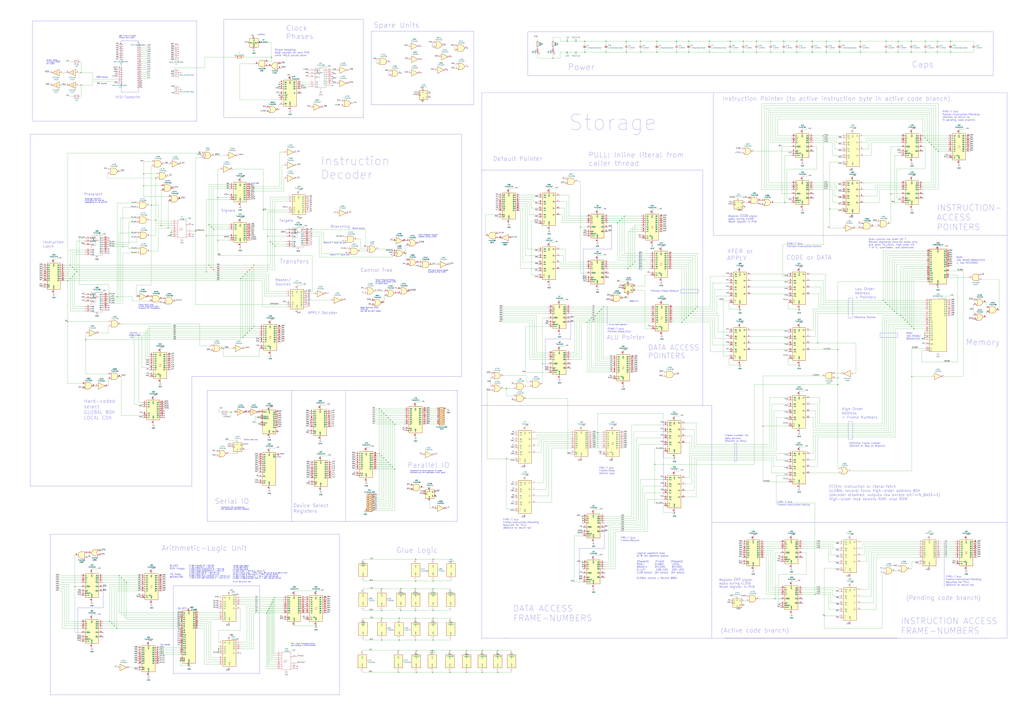
<source format=kicad_sch>
(kicad_sch (version 20230121) (generator eeschema)
  (paper "A0")
  (title_block (title "Sonne THT Micro-Controller") (date "2023-03-13") (rev "Abuladdin bet") (company "Contact: mim@ok-schalter.de") (comment 1 "Author: Michael Mangelsdorf") (comment 2 "Project homepage: http://ok-schalter.de/sonne"))
  (junction (at 791.845 374.396))
  (junction (at 799.465 366.776))
  (junction (at 878.332 47.879))
  (junction (at 502.92 649.732))
  (junction (at 1025.652 348.996))
  (junction (at 450.723 485.14))
  (junction (at 847.852 47.879))
  (junction (at 253.746 753.999))
  (junction (at 315.214 66.548))
  (junction (at 135.509 729.869))
  (junction (at 284.607 389.509))
  (junction (at 963.422 242.951))
  (junction (at 317.246 696.849))
  (junction (at 727.202 60.579))
  (junction (at 972.947 446.786))
  (junction (at 691.134 366.776))
  (junction (at 560.07 755.777))
  (junction (at 1074.039 160.401))
  (junction (at 673.989 263.906))
  (junction (at 955.929 157.861))
  (junction (at 731.774 309.626))
  (junction (at 863.092 60.579))
  (junction (at 807.085 359.156))
  (junction (at 289.687 313.309))
  (junction (at 239.522 315.849))
  (junction (at 86.995 681.609))
  (junction (at 927.862 423.926))
  (junction (at 309.626 712.089))
  (junction (at 482.6 709.422))
  (junction (at 911.352 235.331))
  (junction (at 794.385 371.856))
  (junction (at 541.782 755.777))
  (junction (at 681.736 374.396))
  (junction (at 318.516 694.309))
  (junction (at 252.857 229.489))
  (junction (at 719.709 256.286))
  (junction (at 502.92 675.132))
  (junction (at 1045.972 366.776))
  (junction (at 471.297 294.259))
  (junction (at 268.224 478.79))
  (junction (at 799.592 47.879))
  (junction (at 1053.592 374.396))
  (junction (at 253.746 756.539))
  (junction (at 878.332 60.579))
  (junction (at 1035.812 359.156))
  (junction (at 823.722 47.879))
  (junction (at 859.155 359.156))
  (junction (at 1038.352 361.696))
  (junction (at 242.697 261.239))
  (junction (at 743.712 47.879))
  (junction (at 94.107 98.933))
  (junction (at 462.661 755.777))
  (junction (at 1058.037 60.579))
  (junction (at 802.005 364.236))
  (junction (at 141.097 671.449))
  (junction (at 927.862 359.156))
  (junction (at 166.878 201.93))
  (junction (at 483.362 781.177))
  (junction (at 502.031 781.177))
  (junction (at 482.6 675.132))
  (junction (at 247.777 313.309))
  (junction (at 443.23 743.712))
  (junction (at 910.082 60.579))
  (junction (at 282.067 320.929))
  (junction (at 180.975 255.778))
  (junction (at 1058.672 379.476))
  (junction (at 974.852 60.579))
  (junction (at 129.921 724.789))
  (junction (at 785.622 60.579))
  (junction (at 863.092 47.879))
  (junction (at 703.707 60.579))
  (junction (at 1073.912 387.096))
  (junction (at 799.592 60.579))
  (junction (at 762.762 60.579))
  (junction (at 727.202 47.879))
  (junction (at 166.878 215.9))
  (junction (at 247.777 266.319))
  (junction (at 463.55 718.312))
  (junction (at 89.027 315.849))
  (junction (at 678.942 60.579))
  (junction (at 783.082 595.376))
  (junction (at 78.613 326.009))
  (junction (at 78.613 373.761))
  (junction (at 458.343 544.83))
  (junction (at 227.076 268.605))
  (junction (at 502.92 684.022))
  (junction (at 259.334 404.749))
  (junction (at 587.883 451.358))
  (junction (at 289.687 384.429))
  (junction (at 314.706 701.929))
  (junction (at 804.545 361.696))
  (junction (at 502.031 755.777))
  (junction (at 94.107 84.328))
  (junction (at 1089.406 175.641))
  (junction (at 127.381 722.249))
  (junction (at 292.227 310.769))
  (junction (at 443.103 477.52))
  (junction (at 310.642 274.574))
  (junction (at 974.852 47.879))
  (junction (at 1058.037 47.879))
  (junction (at 972.947 439.166))
  (junction (at 445.643 532.13))
  (junction (at 81.534 308.229))
  (junction (at 305.562 244.094))
  (junction (at 86.487 313.309))
  (junction (at 313.817 280.924))
  (junction (at 245.237 263.779))
  (junction (at 560.07 781.177))
  (junction (at 894.842 47.879))
  (junction (at 695.833 361.696))
  (junction (at 762.762 47.879))
  (junction (at 668.782 47.879))
  (junction (at 443.23 709.422))
  (junction (at 1034.415 225.171))
  (junction (at 959.612 60.579))
  (junction (at 187.071 262.255))
  (junction (at 99.695 394.589))
  (junction (at 1028.827 47.879))
  (junction (at 282.067 392.049))
  (junction (at 676.402 658.241))
  (junction (at 588.01 533.146))
  (junction (at 676.402 604.901))
  (junction (at 1079.119 165.481))
  (junction (at 483.362 755.777))
  (junction (at 1033.272 356.616))
  (junction (at 453.263 539.75))
  (junction (at 198.628 269.875))
  (junction (at 1071.499 157.861))
  (junction (at 686.689 369.316))
  (junction (at 783.082 531.876))
  (junction (at 458.343 492.76))
  (junction (at 642.112 67.564))
  (junction (at 81.534 323.469))
  (junction (at 1042.797 60.579))
  (junction (at 482.6 684.022))
  (junction (at 84.074 310.769))
  (junction (at 146.812 676.529))
  (junction (at 717.169 258.826))
  (junction (at 463.55 743.712))
  (junction (at 1074.547 60.579))
  (junction (at 1048.512 369.316))
  (junction (at 443.23 718.312))
  (junction (at 219.456 773.049))
  (junction (at 959.612 47.879))
  (junction (at 195.199 264.795))
  (junction (at 693.42 364.236))
  (junction (at 703.707 47.879))
  (junction (at 577.85 781.177))
  (junction (at 502.92 718.312))
  (junction (at 1103.757 47.879))
  (junction (at 502.92 743.712))
  (junction (at 180.975 207.01))
  (junction (at 455.803 542.29))
  (junction (at 443.23 684.022))
  (junction (at 440.563 474.98))
  (junction (at 957.199 715.518))
  (junction (at 1051.052 371.856))
  (junction (at 279.527 323.469))
  (junction (at 522.351 755.777))
  (junction (at 440.563 527.05))
  (junction (at 132.715 727.329))
  (junction (at 760.222 539.496))
  (junction (at 522.351 781.177))
  (junction (at 242.697 308.229))
  (junction (at 482.6 718.312))
  (junction (at 1088.517 60.579))
  (junction (at 885.952 495.046))
  (junction (at 443.103 529.59))
  (junction (at 1103.757 60.579))
  (junction (at 310.896 709.549))
  (junction (at 453.263 487.68))
  (junction (at 676.402 655.701))
  (junction (at 448.183 482.6))
  (junction (at 294.767 379.349))
  (junction (at 668.782 60.579))
  (junction (at 949.452 398.526))
  (junction (at 684.276 371.856))
  (junction (at 1056.132 376.936))
  (junction (at 366.903 686.689))
  (junction (at 502.92 709.422))
  (junction (at 482.6 649.732))
  (junction (at 445.643 480.06))
  (junction (at 465.455 684.022))
  (junction (at 294.767 308.229))
  (junction (at 736.854 304.546))
  (junction (at 1041.4 364.236))
  (junction (at 455.803 490.22))
  (junction (at 465.455 709.422))
  (junction (at 541.782 781.177))
  (junction (at 972.947 406.146))
  (junction (at 175.768 238.379))
  (junction (at 743.712 60.579))
  (junction (at 796.925 369.316))
  (junction (at 658.622 47.879))
  (junction (at 287.147 386.969))
  (junction (at 318.897 286.004))
  (junction (at 658.622 60.579))
  (junction (at 847.852 60.579))
  (junction (at 734.314 307.086))
  (junction (at 1042.797 47.879))
  (junction (at 998.982 60.579))
  (junction (at 678.942 47.879))
  (junction (at 925.322 60.579))
  (junction (at 287.147 315.849))
  (junction (at 312.166 707.009))
  (junction (at 138.303 668.909))
  (junction (at 315.976 699.389))
  (junction (at 1073.912 392.176))
  (junction (at 144.145 673.989))
  (junction (at 823.722 60.579))
  (junction (at 1061.212 382.016))
  (junction (at 946.277 690.626))
  (junction (at 943.102 60.579))
  (junction (at 577.85 755.777))
  (junction (at 84.074 320.929))
  (junction (at 1030.732 354.076))
  (junction (at 313.436 704.469))
  (junction (at 629.92 422.656))
  (junction (at 316.357 283.464))
  (junction (at 366.903 727.329))
  (junction (at 724.789 251.206))
  (junction (at 1076.579 162.941))
  (junction (at 676.402 653.161))
  (junction (at 676.402 599.821))
  (junction (at 1074.547 47.879))
  (junction (at 245.237 310.769))
  (junction (at 209.296 767.969))
  (junction (at 482.6 743.712))
  (junction (at 324.104 100.584))
  (junction (at 239.522 273.939))
  (junction (at 1028.192 351.536))
  (junction (at 450.723 537.21))
  (junction (at 284.607 318.389))
  (junction (at 1081.659 168.021))
  (junction (at 324.104 110.744))
  (junction (at 136.017 344.805))
  (junction (at 910.082 47.879))
  (junction (at 142.621 286.639))
  (junction (at 894.842 60.579))
  (junction (at 694.055 502.666))
  (junction (at 785.622 47.879))
  (junction (at 1058.672 437.261))
  (junction (at 722.249 253.746))
  (junction (at 859.155 423.926))
  (junction (at 324.104 98.044))
  (junction (at 899.922 695.706))
  (junction (at 1084.199 170.561))
  (junction (at 998.982 47.879))
  (junction (at 198.628 272.415))
  (junction (at 1028.827 60.579))
  (junction (at 252.857 279.019))
  (junction (at 292.227 381.889))
  (junction (at 809.625 356.616))
  (junction (at 462.661 781.177))
  (junction (at 448.183 534.67))
  (junction (at 1086.739 173.101))
  (junction (at 925.322 47.879))
  (junction (at 729.234 312.166))
  (junction (at 700.532 356.616))
  (junction (at 676.402 602.361))
  (junction (at 1073.912 389.636))
  (junction (at 86.487 318.389))
  (junction (at 943.102 47.879))
  (junction (at 1088.517 47.879))
  (junction (at 698.119 359.156))
  (no_connect (at 863.727 703.326))
  (no_connect (at 706.374 317.246))
  (no_connect (at 931.672 695.706))
  (no_connect (at 519.557 81.28))
  (no_connect (at 543.179 77.216))
  (no_connect (at 164.465 101.473))
  (no_connect (at 164.465 98.933))
  (no_connect (at 706.374 322.326))
  (no_connect (at 499.364 108.077))
  (no_connect (at 944.372 175.641))
  (no_connect (at 224.028 274.955))
  (no_connect (at 291.592 214.249))
  (no_connect (at 701.802 670.941))
  (no_connect (at 126.365 276.479))
  (no_connect (at 1071.499 230.251))
  (no_connect (at 701.802 665.861))
  (no_connect (at 466.09 85.09))
  (no_connect (at 499.364 113.157))
  (no_connect (at 279.146 759.079))
  (no_connect (at 931.672 647.446))
  (no_connect (at 662.305 427.736))
  (no_connect (at 506.603 576.58))
  (no_connect (at 489.077 84.709))
  (no_connect (at 517.017 52.197))
  (no_connect (at 1071.499 225.171))
  (no_connect (at 119.38 734.949))
  (no_connect (at 190.754 477.647))
  (no_connect (at 190.754 480.187))
  (no_connect (at 190.754 482.727))
  (no_connect (at 190.754 485.267))
  (no_connect (at 349.504 108.204))
  (no_connect (at 386.334 84.074))
  (no_connect (at 488.696 53.594))
  (no_connect (at 126.365 294.259))
  (no_connect (at 864.997 240.411))
  (no_connect (at 452.628 71.501))
  (no_connect (at 126.365 360.045))
  (no_connect (at 325.374 530.86))
  (no_connect (at 126.365 357.505))
  (no_connect (at 1071.499 175.641))
  (no_connect (at 224.028 260.985))
  (no_connect (at 386.334 99.314))
  (no_connect (at 524.002 66.04))
  (no_connect (at 126.365 279.019))
  (no_connect (at 126.365 289.179))
  (no_connect (at 126.365 291.719))
  (no_connect (at 345.186 776.859))
  (no_connect (at 345.186 774.319))
  (no_connect (at 164.465 93.853))
  (no_connect (at 164.465 96.393))
  (no_connect (at 542.925 55.88))
  (no_connect (at 944.372 230.251))
  (no_connect (at 322.834 501.65))
  (no_connect (at 283.464 521.97))
  (no_connect (at 119.38 740.029))
  (no_connect (at 931.672 700.786))
  (no_connect (at 489.458 68.834))
  (no_connect (at 224.028 272.415))
  (no_connect (at 944.372 225.171))
  (no_connect (at 662.305 422.656))
  (no_connect (at 126.365 354.965))
  (no_connect (at 386.334 91.694))
  (no_connect (at 386.334 89.154))
  (no_connect (at 386.334 94.234))
  (wire (pts (xy 242.697 261.239) (xy 242.697 308.229)))
  (polyline (pts (xy 1042.162 741.426) (xy 841.502 741.426)))
  (wire (pts (xy 583.819 366.776) (xy 622.935 366.776)))
  (wire (pts (xy 723.9 346.456) (xy 729.742 346.456)))
  (wire (pts (xy 164.465 88.773) (xy 170.815 88.773)))
  (wire (pts (xy 89.027 315.849) (xy 239.522 315.849)))
  (wire (pts (xy 471.297 284.734) (xy 471.297 294.259)))
  (wire (pts (xy 310.896 709.549) (xy 310.896 774.319)))
  (wire (pts (xy 244.856 764.159) (xy 253.746 764.159)))
  (wire (pts (xy 357.632 341.249) (xy 364.49 341.249)))
  (wire (pts (xy 669.925 369.316) (xy 669.925 412.496)))
  (wire (pts (xy 993.394 265.049) (xy 999.109 265.049)))
  (wire (pts (xy 171.069 414.401) (xy 171.069 381.889)))
  (wire (pts (xy 913.638 196.469) (xy 913.638 230.251)))
  (wire (pts (xy 1001.522 637.286) (xy 1001.522 632.206)))
  (wire (pts (xy 142.367 294.132) (xy 158.877 294.132)))
  (wire (pts (xy 583.819 361.696) (xy 636.905 361.696)))
  (polyline (pts (xy 559.181 107.696) (xy 578.739 107.696)))
  (wire (pts (xy 344.932 331.089) (xy 351.282 331.089)))
  (wire (pts (xy 901.192 552.196) (xy 915.162 552.196)))
  (wire (pts (xy 435.483 474.98) (xy 440.563 474.98)))
  (wire (pts (xy 794.385 309.626) (xy 794.385 371.856)))
  (wire (pts (xy 498.983 581.66) (xy 498.983 590.55)))
  (wire (pts (xy 760.222 539.496) (xy 760.222 585.216)))
  (wire (pts (xy 1029.462 371.856) (xy 1029.462 497.586)))
  (wire (pts (xy 287.147 315.849) (xy 287.147 386.969)))
  (wire (pts (xy 1071.499 160.401) (xy 1074.039 160.401)))
  (polyline (pts (xy 112.014 807.466) (xy 58.42 807.466)))
  (wire (pts (xy 783.082 595.376) (xy 770.382 595.376)))
  (wire (pts (xy 714.502 617.601) (xy 714.502 660.781)))
  (wire (pts (xy 1009.015 685.038) (xy 1009.015 639.826)))
  (wire (pts (xy 414.782 278.003) (xy 418.719 278.003)))
  (wire (pts (xy 583.819 364.236) (xy 636.905 364.236)))
  (wire (pts (xy 636.905 369.316) (xy 629.92 369.316)))
  (wire (pts (xy 315.976 699.389) (xy 328.803 699.389)))
  (wire (pts (xy 252.857 279.019) (xy 252.857 296.799)))
  (wire (pts (xy 781.05 359.156) (xy 807.085 359.156)))
  (wire (pts (xy 1098.042 343.916) (xy 1103.122 343.916)))
  (wire (pts (xy 173.609 238.379) (xy 175.768 238.379)))
  (wire (pts (xy 781.05 369.316) (xy 796.925 369.316)))
  (polyline (pts (xy 530.733 453.517) (xy 530.733 454.533)))
  (wire (pts (xy 126.365 286.639) (xy 142.621 286.639)))
  (wire (pts (xy 796.925 369.316) (xy 829.945 369.316)))
  (wire (pts (xy 711.962 615.061) (xy 748.792 615.061)))
  (wire (pts (xy 438.023 544.83) (xy 458.343 544.83)))
  (wire (pts (xy 1103.757 56.769) (xy 1103.757 60.579)))
  (wire (pts (xy 1145.159 362.585) (xy 1145.159 368.427)))
  (wire (pts (xy 650.24 296.926) (xy 654.177 296.926)))
  (wire (pts (xy 681.736 374.396) (xy 755.65 374.396)))
  (wire (pts (xy 324.104 120.904) (xy 324.104 127.254)))
  (wire (pts (xy 1112.012 420.751) (xy 1112.012 319.786)))
  (wire (pts (xy 1074.039 160.401) (xy 1100.836 160.401)))
  (wire (pts (xy 719.709 299.466) (xy 755.015 299.466)))
  (wire (pts (xy 168.91 384.429) (xy 168.91 416.941)))
  (wire (pts (xy 434.213 585.47) (xy 450.723 585.47)))
  (wire (pts (xy 244.856 722.249) (xy 244.856 764.159)))
  (polyline (pts (xy 710.184 262.001) (xy 710.184 289.306)))
  (wire (pts (xy 501.777 49.657) (xy 501.777 54.737)))
  (wire (pts (xy 940.562 383.286) (xy 944.372 383.286)))
  (wire (pts (xy 434.213 577.85) (xy 443.103 577.85)))
  (wire (pts (xy 1076.452 294.386) (xy 1028.192 294.386)))
  (wire (pts (xy 802.005 364.236) (xy 832.485 364.236)))
  (wire (pts (xy 743.712 47.879) (xy 762.762 47.879)))
  (wire (pts (xy 640.588 520.446) (xy 662.432 520.446)))
  (polyline (pts (xy 985.012 489.966) (xy 990.092 489.966)))
  (wire (pts (xy 1038.352 304.546) (xy 1038.352 361.696)))
  (wire (pts (xy 852.932 230.251) (xy 857.377 230.251)))
  (wire (pts (xy 187.071 262.255) (xy 198.628 262.255)))
  (wire (pts (xy 642.112 43.434) (xy 642.112 47.244)))
  (wire (pts (xy 127.381 679.069) (xy 127.381 722.249)))
  (wire (pts (xy 306.832 343.789) (xy 332.232 343.789)))
  (wire (pts (xy 878.332 47.879) (xy 894.842 47.879)))
  (wire (pts (xy 770.382 480.441) (xy 770.382 491.236)))
  (wire (pts (xy 1041.4 196.215) (xy 1074.166 196.215)))
  (wire (pts (xy 649.605 348.996) (xy 655.955 348.996)))
  (polyline (pts (xy 790.575 340.36) (xy 810.895 340.36)))
  (wire (pts (xy 173.228 414.401) (xy 171.069 414.401)))
  (wire (pts (xy 314.706 701.929) (xy 314.706 766.699)))
  (wire (pts (xy 662.432 525.526) (xy 659.257 525.526)))
  (wire (pts (xy 435.483 492.76) (xy 458.343 492.76)))
  (wire (pts (xy 655.32 241.935) (xy 650.24 241.935)))
  (wire (pts (xy 795.782 491.236) (xy 808.482 491.236)))
  (polyline (pts (xy 35.179 564.896) (xy 222.885 564.896)))
  (wire (pts (xy 607.06 241.935) (xy 607.06 304.546)))
  (wire (pts (xy 944.372 215.011) (xy 971.169 215.011)))
  (wire (pts (xy 1030.732 354.076) (xy 1073.912 354.076)))
  (wire (pts (xy 676.402 604.901) (xy 676.402 602.361)))
  (wire (pts (xy 245.237 310.769) (xy 292.227 310.769)))
  (wire (pts (xy 434.213 582.93) (xy 448.183 582.93)))
  (wire (pts (xy 94.107 111.633) (xy 92.837 111.633)))
  (wire (pts (xy 75.057 318.389) (xy 86.487 318.389)))
  (wire (pts (xy 1088.517 51.689) (xy 1088.517 47.879)))
  (polyline (pts (xy 35.179 437.261) (xy 35.179 164.846)))
  (wire (pts (xy 318.897 233.934) (xy 334.137 233.934)))
  (wire (pts (xy 279.146 748.919) (xy 289.306 748.919)))
  (wire (pts (xy 847.852 60.579) (xy 847.852 56.769)))
  (wire (pts (xy 252.857 229.489) (xy 252.857 279.019)))
  (wire (pts (xy 622.3 583.692) (xy 640.588 583.692)))
  (wire (pts (xy 440.563 575.31) (xy 440.563 527.05)))
  (wire (pts (xy 780.415 302.006) (xy 802.005 302.006)))
  (wire (pts (xy 294.767 379.349) (xy 294.767 308.229)))
  (wire (pts (xy 164.465 53.213) (xy 170.815 53.213)))
  (wire (pts (xy 624.078 67.564) (xy 624.078 62.484)))
  (wire (pts (xy 1025.652 291.846) (xy 1025.652 348.996)))
  (wire (pts (xy 1034.415 225.171) (xy 1046.099 225.171)))
  (wire (pts (xy 662.305 364.236) (xy 693.42 364.236)))
  (wire (pts (xy 634.238 515.366) (xy 662.432 515.366)))
  (wire (pts (xy 829.945 369.316) (xy 829.945 393.446)))
  (wire (pts (xy 734.314 263.906) (xy 744.474 263.906)))
  (polyline (pts (xy 296.672 605.917) (xy 341.63 605.917)))
  (wire (pts (xy 904.24 700.786) (xy 906.272 700.786)))
  (wire (pts (xy 465.455 684.022) (xy 482.6 684.022)))
  (wire (pts (xy 164.465 81.153) (xy 170.815 81.153)))
  (wire (pts (xy 253.746 751.459) (xy 253.746 753.999)))
  (wire (pts (xy 142.367 352.425) (xy 142.367 294.132)))
  (wire (pts (xy 1041.4 307.086) (xy 1041.4 364.236)))
  (wire (pts (xy 1058.926 660.781) (xy 1058.926 652.526)))
  (wire (pts (xy 760.222 585.216) (xy 770.382 585.216)))
  (wire (pts (xy 523.875 649.732) (xy 523.875 652.272)))
  (wire (pts (xy 158.369 330.962) (xy 158.369 344.551)))
  (wire (pts (xy 703.707 51.689) (xy 703.707 47.879)))
  (polyline (pts (xy 1096.264 629.793) (xy 1096.264 682.117)))
  (wire (pts (xy 445.643 480.06) (xy 469.773 480.06)))
  (wire (pts (xy 440.563 474.98) (xy 469.773 474.98)))
  (wire (pts (xy 185.166 755.269) (xy 209.296 755.269)))
  (wire (pts (xy 898.652 235.331) (xy 911.352 235.331)))
  (polyline (pts (xy 990.092 510.286) (xy 990.092 489.966)))
  (wire (pts (xy 800.862 526.796) (xy 915.162 526.796)))
  (wire (pts (xy 421.64 649.732) (xy 482.6 649.732)))
  (wire (pts (xy 1089.152 346.456) (xy 1098.042 346.456)))
  (wire (pts (xy 77.47 681.609) (xy 68.58 681.609)))
  (wire (pts (xy 458.343 593.09) (xy 458.343 544.83)))
  (wire (pts (xy 84.074 320.929) (xy 282.067 320.929)))
  (polyline (pts (xy 550.037 94.742) (xy 550.037 121.793)))
  (wire (pts (xy 972.947 406.146) (xy 940.562 406.146)))
  (wire (pts (xy 560.07 781.177) (xy 577.85 781.177)))
  (wire (pts (xy 662.305 417.576) (xy 675.005 417.576)))
  (wire (pts (xy 710.946 427.355) (xy 686.689 427.355)))
  (wire (pts (xy 603.631 226.695) (xy 624.84 226.695)))
  (wire (pts (xy 650.367 47.879) (xy 650.367 43.434)))
  (wire (pts (xy 714.502 617.601) (xy 751.332 617.601)))
  (wire (pts (xy 453.263 487.68) (xy 469.773 487.68)))
  (wire (pts (xy 94.107 71.628) (xy 92.837 71.628)))
  (wire (pts (xy 906.272 695.706) (xy 899.922 695.706)))
  (wire (pts (xy 903.097 138.176) (xy 903.097 157.861)))
  (wire (pts (xy 948.563 196.469) (xy 913.638 196.469)))
  (wire (pts (xy 253.746 766.699) (xy 242.316 766.699)))
  (wire (pts (xy 781.05 356.616) (xy 809.625 356.616)))
  (wire (pts (xy 617.855 415.036) (xy 617.855 371.856)))
  (wire (pts (xy 724.789 294.386) (xy 724.789 251.206)))
  (polyline (pts (xy 612.902 37.084) (xy 612.902 67.564)))
  (wire (pts (xy 678.942 60.579) (xy 703.707 60.579)))
  (wire (pts (xy 124.587 207.01) (xy 180.975 207.01)))
  (wire (pts (xy 349.504 95.504) (xy 358.394 95.504)))
  (wire (pts (xy 625.856 507.746) (xy 662.432 507.746)))
  (wire (pts (xy 458.343 492.76) (xy 469.773 492.76)))
  (wire (pts (xy 227.076 183.134) (xy 227.076 268.605)))
  (wire (pts (xy 878.332 60.579) (xy 878.332 56.769)))
  (wire (pts (xy 913.638 230.251) (xy 918.972 230.251)))
  (wire (pts (xy 211.328 254.635) (xy 217.678 254.635)))
  (wire (pts (xy 950.722 341.376) (xy 950.722 356.616)))
  (polyline (pts (xy 90.17 706.374) (xy 120.015 706.374)))
  (wire (pts (xy 1006.348 652.526) (xy 1006.348 637.286)))
  (wire (pts (xy 164.465 63.373) (xy 170.815 63.373)))
  (wire (pts (xy 799.465 304.546) (xy 799.465 366.776)))
  (wire (pts (xy 791.845 374.396) (xy 824.865 374.396)))
  (wire (pts (xy 603.631 244.475) (xy 604.393 244.475)))
  (wire (pts (xy 75.057 308.229) (xy 81.534 308.229)))
  (polyline (pts (xy 1143.762 107.696) (xy 1169.289 107.696)))
  (wire (pts (xy 166.878 187.833) (xy 175.768 187.833)))
  (wire (pts (xy 138.303 668.909) (xy 163.195 668.909)))
  (wire (pts (xy 1074.547 51.689) (xy 1074.547 47.879)))
  (polyline (pts (xy 421.894 136.779) (xy 421.894 136.144)))
  (wire (pts (xy 680.974 256.286) (xy 655.32 256.286)))
  (polyline (pts (xy 1143.762 273.431) (xy 1169.289 273.431)))
  (wire (pts (xy 173.228 416.941) (xy 168.91 416.941)))
  (wire (pts (xy 306.832 343.789) (xy 306.832 323.469)))
  (wire (pts (xy 239.522 232.029) (xy 266.192 232.029)))
  (wire (pts (xy 999.744 652.526) (xy 1006.348 652.526)))
  (wire (pts (xy 911.352 180.721) (xy 911.352 235.331)))
  (wire (pts (xy 166.878 201.93) (xy 166.878 215.9)))
  (wire (pts (xy 694.055 502.666) (xy 698.627 502.666)))
  (wire (pts (xy 624.078 43.434) (xy 624.078 47.244)))
  (wire (pts (xy 607.06 304.546) (xy 624.84 304.546)))
  (wire (pts (xy 1002.665 227.711) (xy 1018.54 227.711)))
  (wire (pts (xy 897.382 133.096) (xy 897.382 162.941)))
  (wire (pts (xy 1076.452 322.326) (xy 1058.672 322.326)))
  (wire (pts (xy 81.534 323.469) (xy 81.534 361.315)))
  (wire (pts (xy 1089.406 175.641) (xy 1089.406 120.523)))
  (wire (pts (xy 743.712 557.276) (xy 743.712 609.981)))
  (wire (pts (xy 799.592 60.579) (xy 823.722 60.579)))
  (polyline (pts (xy 826.262 709.676) (xy 826.262 741.426)))
  (wire (pts (xy 1081.659 168.021) (xy 1081.659 212.471)))
  (wire (pts (xy 138.176 347.345) (xy 138.176 271.018)))
  (wire (pts (xy 706.374 307.086) (xy 734.314 307.086)))
  (wire (pts (xy 450.85 82.55) (xy 450.85 87.63)))
  (wire (pts (xy 149.352 284.099) (xy 149.352 258.318)))
  (wire (pts (xy 885.952 559.816) (xy 915.162 559.816)))
  (polyline (pts (xy 421.894 22.479) (xy 421.894 136.779)))
  (polyline (pts (xy 163.068 807.466) (xy 111.633 807.466)))
  (wire (pts (xy 1037.082 379.476) (xy 1037.082 505.206)))
  (wire (pts (xy 202.692 106.172) (xy 202.692 108.712)))
  (wire (pts (xy 146.812 676.529) (xy 146.812 719.709)))
  (wire (pts (xy 144.145 673.989) (xy 144.145 717.169)))
  (wire (pts (xy 972.947 439.166) (xy 972.947 446.786)))
  (wire (pts (xy 1103.757 60.579) (xy 1088.517 60.579)))
  (wire (pts (xy 999.744 707.898) (xy 1017.524 707.898)))
  (wire (pts (xy 164.465 83.693) (xy 170.815 83.693)))
  (wire (pts (xy 611.378 443.738) (xy 611.378 436.499)))
  (polyline (pts (xy 341.503 453.517) (xy 530.733 453.517)))
  (wire (pts (xy 944.372 160.401) (xy 971.169 160.401)))
  (wire (pts (xy 944.372 162.941) (xy 969.01 162.941)))
  (polyline (pts (xy 396.113 605.917) (xy 396.113 605.663)))
  (wire (pts (xy 1071.499 217.551) (xy 1086.739 217.551)))
  (wire (pts (xy 253.746 753.999) (xy 253.746 756.539)))
  (wire (pts (xy 802.005 302.006) (xy 802.005 364.236)))
  (wire (pts (xy 733.552 493.776) (xy 733.552 599.821)))
  (wire (pts (xy 931.672 629.666) (xy 974.344 629.666)))
  (wire (pts (xy 654.177 307.086) (xy 680.974 307.086)))
  (wire (pts (xy 242.697 214.249) (xy 242.697 261.239)))
  (wire (pts (xy 780.415 299.466) (xy 804.545 299.466)))
  (wire (pts (xy 316.357 283.464) (xy 332.232 283.464)))
  (wire (pts (xy 703.707 56.769) (xy 703.707 60.579)))
  (wire (pts (xy 741.172 516.636) (xy 741.172 607.441)))
  (wire (pts (xy 455.803 542.29) (xy 455.803 490.22)))
  (wire (pts (xy 259.334 404.749) (xy 269.494 404.749)))
  (wire (pts (xy 1026.922 369.316) (xy 1048.512 369.316)))
  (polyline (pts (xy 662.94 367.411) (xy 662.94 394.081)))
  (wire (pts (xy 289.687 313.309) (xy 289.687 384.429)))
  (polyline (pts (xy 815.848 470.916) (xy 815.848 197.866)))
  (wire (pts (xy 931.672 642.366) (xy 936.371 642.366)))
  (wire (pts (xy 107.188 84.328) (xy 94.107 84.328)))
  (wire (pts (xy 1053.592 374.396) (xy 1073.912 374.396)))
  (wire (pts (xy 650.24 289.306) (xy 656.463 289.306)))
  (wire (pts (xy 279.146 696.849) (xy 317.246 696.849)))
  (wire (pts (xy 140.716 482.727) (xy 140.716 437.261)))
  (wire (pts (xy 334.137 244.094) (xy 305.562 244.094)))
  (wire (pts (xy 931.672 683.006) (xy 974.344 683.006)))
  (wire (pts (xy 286.766 704.469) (xy 313.436 704.469)))
  (wire (pts (xy 1038.352 361.696) (xy 1073.912 361.696)))
  (wire (pts (xy 327.152 192.024) (xy 329.692 192.024)))
  (wire (pts (xy 141.097 671.449) (xy 141.097 714.629)))
  (wire (pts (xy 1029.462 371.856) (xy 1051.052 371.856)))
  (wire (pts (xy 887.222 122.936) (xy 1086.739 122.936)))
  (wire (pts (xy 717.169 302.006) (xy 717.169 258.826)))
  (wire (pts (xy 878.332 60.579) (xy 894.842 60.579)))
  (wire (pts (xy 1028.192 294.386) (xy 1028.192 351.536)))
  (wire (pts (xy 729.234 312.166) (xy 755.015 312.166)))
  (wire (pts (xy 727.202 60.579) (xy 727.202 56.769)))
  (wire (pts (xy 440.563 527.05) (xy 440.563 474.98)))
  (wire (pts (xy 628.396 510.286) (xy 662.432 510.286)))
  (wire (pts (xy 610.235 432.816) (xy 636.905 432.816)))
  (wire (pts (xy 372.364 77.724) (xy 379.984 77.724)))
  (wire (pts (xy 456.057 289.433) (xy 456.057 291.719)))
  (polyline (pts (xy 409.829 136.779) (xy 421.894 136.779)))
  (wire (pts (xy 1074.166 196.215) (xy 1074.166 170.561)))
  (wire (pts (xy 799.592 47.879) (xy 823.722 47.879)))
  (wire (pts (xy 443.103 477.52) (xy 469.773 477.52)))
  (wire (pts (xy 126.365 347.345) (xy 138.176 347.345)))
  (wire (pts (xy 612.267 289.306) (xy 624.84 289.306)))
  (wire (pts (xy 237.49 66.548) (xy 237.49 78.74)))
  (wire (pts (xy 140.843 376.301) (xy 232.029 376.301)))
  (wire (pts (xy 781.05 371.856) (xy 794.385 371.856)))
  (polyline (pts (xy 631.952 741.426) (xy 1143.762 741.426)))
  (wire (pts (xy 195.199 233.426) (xy 195.199 264.795)))
  (wire (pts (xy 1024.382 729.869) (xy 957.199 729.869)))
  (polyline (pts (xy 368.173 605.917) (xy 396.113 605.917)))
  (wire (pts (xy 622.3 502.666) (xy 662.432 502.666)))
  (wire (pts (xy 839.978 413.766) (xy 839.978 348.996)))
  (wire (pts (xy 1086.739 122.936) (xy 1086.739 173.101)))
  (wire (pts (xy 462.661 755.777) (xy 483.362 755.777)))
  (wire (pts (xy 760.222 539.496) (xy 875.792 539.496)))
  (wire (pts (xy 896.112 469.646) (xy 896.112 519.176)))
  (wire (pts (xy 99.695 394.589) (xy 99.695 434.721)))
  (wire (pts (xy 286.766 746.379) (xy 286.766 704.469)))
  (wire (pts (xy 863.092 51.689) (xy 863.092 47.879)))
  (wire (pts (xy 940.562 398.526) (xy 949.452 398.526)))
  (wire (pts (xy 604.393 312.166) (xy 624.84 312.166)))
  (wire (pts (xy 324.612 176.784) (xy 329.692 176.784)))
  (wire (pts (xy 1034.542 376.936) (xy 1056.132 376.936)))
  (wire (pts (xy 309.626 712.089) (xy 328.803 712.089)))
  (wire (pts (xy 827.405 359.156) (xy 827.405 328.676)))
  (wire (pts (xy 972.947 406.146) (xy 972.947 439.166)))
  (wire (pts (xy 734.314 307.086) (xy 755.015 307.086)))
  (wire (pts (xy 294.767 308.229) (xy 313.817 308.229)))
  (wire (pts (xy 1081.659 128.016) (xy 1081.659 168.021)))
  (wire (pts (xy 748.792 572.516) (xy 770.382 572.516)))
  (wire (pts (xy 959.612 51.689) (xy 959.612 47.879)))
  (wire (pts (xy 1103.757 51.689) (xy 1103.757 47.879)))
  (wire (pts (xy 694.055 480.441) (xy 694.055 502.666)))
  (wire (pts (xy 1076.579 133.096) (xy 1076.579 162.941)))
  (wire (pts (xy 341.503 686.689) (xy 366.903 686.689)))
  (wire (pts (xy 727.202 51.689) (xy 727.202 47.879)))
  (wire (pts (xy 75.057 315.849) (xy 89.027 315.849)))
  (wire (pts (xy 944.372 220.091) (xy 966.978 220.091)))
  (wire (pts (xy 435.483 490.22) (xy 455.803 490.22)))
  (wire (pts (xy 434.213 590.55) (xy 455.803 590.55)))
  (wire (pts (xy 252.857 196.469) (xy 252.857 229.489)))
  (wire (pts (xy 1076.579 162.941) (xy 1100.836 162.941)))
  (wire (pts (xy 654.177 296.926) (xy 654.177 307.086)))
  (wire (pts (xy 81.534 308.229) (xy 242.697 308.229)))
  (wire (pts (xy 1074.547 60.579) (xy 1074.547 56.769)))
  (polyline (pts (xy 35.179 437.261) (xy 35.179 564.896)))
  (wire (pts (xy 198.628 267.335) (xy 198.628 269.875)))
  (polyline (pts (xy 431.292 36.068) (xy 524.002 36.068)))
  (wire (pts (xy 1160.399 360.045) (xy 1160.399 324.866)))
  (wire (pts (xy 950.722 356.616) (xy 1033.272 356.616)))
  (polyline (pts (xy 37.719 24.384) (xy 37.719 140.589)))
  (wire (pts (xy 803.402 529.336) (xy 901.192 529.336)))
  (wire (pts (xy 1006.475 165.481) (xy 1006.475 160.401)))
  (wire (pts (xy 164.465 70.993) (xy 170.815 70.993)))
  (wire (pts (xy 315.976 699.389) (xy 315.976 764.159)))
  (wire (pts (xy 227.076 183.134) (xy 233.426 183.134)))
  (wire (pts (xy 584.962 436.499) (xy 611.378 436.499)))
  (wire (pts (xy 1002.792 173.101) (xy 1008.888 173.101)))
  (wire (pts (xy 304.292 326.009) (xy 304.292 356.489)))
  (wire (pts (xy 931.672 150.241) (xy 938.022 150.241)))
  (wire (pts (xy 800.862 514.096) (xy 800.862 524.256)))
  (wire (pts (xy 119.38 729.869) (xy 135.509 729.869)))
  (wire (pts (xy 1018.54 227.711) (xy 1018.54 217.551)))
  (wire (pts (xy 808.482 516.636) (xy 893.572 516.636)))
  (wire (pts (xy 622.3 560.832) (xy 631.19 560.832)))
  (wire (pts (xy 144.145 717.169) (xy 209.296 717.169)))
  (wire (pts (xy 894.842 60.579) (xy 894.842 56.769)))
  (polyline (pts (xy 401.193 453.898) (xy 401.193 606.298)))
  (wire (pts (xy 896.112 549.656) (xy 915.162 549.656)))
  (wire (pts (xy 629.92 422.656) (xy 636.905 422.656)))
  (wire (pts (xy 146.812 676.529) (xy 163.195 676.529)))
  (polyline (pts (xy 633.095 430.276) (xy 633.095 394.081)))
  (polyline (pts (xy 578.739 197.866) (xy 586.232 197.866)))
  (wire (pts (xy 158.369 330.962) (xy 175.768 330.962)))
  (wire (pts (xy 1003.935 644.906) (xy 1003.935 634.746)))
  (wire (pts (xy 1034.542 376.936) (xy 1034.542 502.666)))
  (wire (pts (xy 284.607 318.389) (xy 284.607 389.509)))
  (wire (pts (xy 424.561 286.893) (xy 424.561 266.954)))
  (wire (pts (xy 86.995 734.949) (xy 93.98 734.949)))
  (wire (pts (xy 918.972 215.011) (xy 889.762 215.011)))
  (wire (pts (xy 458.343 544.83) (xy 458.343 492.76)))
  (wire (pts (xy 278.384 73.914) (xy 278.384 115.824)))
  (wire (pts (xy 112.395 272.796) (xy 118.745 272.796)))
  (wire (pts (xy 1025.652 291.846) (xy 1076.452 291.846)))
  (wire (pts (xy 650.367 43.434) (xy 642.112 43.434)))
  (wire (pts (xy 80.137 111.633) (xy 85.217 111.633)))
  (polyline (pts (xy 240.792 453.517) (xy 296.672 453.517)))
  (wire (pts (xy 502.031 755.777) (xy 522.351 755.777)))
  (wire (pts (xy 655.32 256.286) (xy 655.32 241.935)))
  (wire (pts (xy 743.712 51.689) (xy 743.712 47.879)))
  (wire (pts (xy 748.792 572.516) (xy 748.792 615.061)))
  (wire (pts (xy 658.622 60.579) (xy 668.782 60.579)))
  (wire (pts (xy 445.643 532.13) (xy 445.643 480.06)))
  (wire (pts (xy 1048.512 369.316) (xy 1048.512 312.166)))
  (wire (pts (xy 106.68 714.629) (xy 113.03 714.629)))
  (wire (pts (xy 1008.888 173.101) (xy 1008.888 162.941)))
  (wire (pts (xy 166.878 201.93) (xy 180.975 201.93)))
  (wire (pts (xy 958.342 318.516) (xy 940.562 318.516)))
  (wire (pts (xy 701.802 604.901) (xy 738.632 604.901)))
  (wire (pts (xy 1071.499 165.481) (xy 1079.119 165.481)))
  (wire (pts (xy 315.214 49.784) (xy 315.214 66.548)))
  (wire (pts (xy 266.192 216.789) (xy 245.237 216.789)))
  (wire (pts (xy 809.625 356.616) (xy 824.865 356.616)))
  (wire (pts (xy 1034.415 259.969) (xy 1033.526 259.969)))
  (wire (pts (xy 966.978 220.091) (xy 966.978 235.331)))
  (wire (pts (xy 80.01 722.249) (xy 80.01 679.069)))
  (wire (pts (xy 999.744 644.906) (xy 1003.935 644.906)))
  (wire (pts (xy 289.687 313.309) (xy 318.897 313.309)))
  (wire (pts (xy 1042.797 47.879) (xy 1058.037 47.879)))
  (wire (pts (xy 1088.517 60.579) (xy 1088.517 56.769)))
  (wire (pts (xy 1089.152 286.766) (xy 1096.772 286.766)))
  (wire (pts (xy 313.436 704.469) (xy 328.803 704.469)))
  (wire (pts (xy 892.302 128.016) (xy 892.302 212.471)))
  (wire (pts (xy 202.438 78.74) (xy 202.438 81.661)))
  (wire (pts (xy 488.823 467.36) (xy 482.473 467.36)))
  (wire (pts (xy 80.01 722.249) (xy 93.98 722.249)))
  (wire (pts (xy 795.782 577.596) (xy 808.482 577.596)))
  (wire (pts (xy 863.092 47.879) (xy 878.332 47.879)))
  (wire (pts (xy 491.363 566.42) (xy 498.983 566.42)))
  (wire (pts (xy 722.249 296.926) (xy 755.015 296.926)))
  (wire (pts (xy 541.782 781.177) (xy 560.07 781.177)))
  (wire (pts (xy 667.385 366.776) (xy 667.385 409.956)))
  (wire (pts (xy 163.195 679.069) (xy 127.381 679.069)))
  (wire (pts (xy 198.628 257.175) (xy 183.896 257.175)))
  (wire (pts (xy 875.792 539.496) (xy 875.792 446.786)))
  (wire (pts (xy 1058.672 379.476) (xy 1073.912 379.476)))
  (wire (pts (xy 279.146 699.389) (xy 315.976 699.389)))
  (wire (pts (xy 164.846 427.101) (xy 164.846 389.509)))
  (wire (pts (xy 180.975 273.558) (xy 180.975 262.255)))
  (polyline (pts (xy 1042.162 392.176) (xy 1021.842 392.176)))
  (polyline (pts (xy 530.733 605.79) (xy 530.733 453.39)))
  (wire (pts (xy 1058.672 437.261) (xy 1058.672 547.116)))
  (wire (pts (xy 86.487 295.529) (xy 98.425 295.529)))
  (wire (pts (xy 946.912 534.416) (xy 946.912 505.206)))
  (wire (pts (xy 239.776 727.329) (xy 239.776 769.239)))
  (wire (pts (xy 909.066 284.353) (xy 955.929 284.353)))
  (wire (pts (xy 275.844 511.81) (xy 265.684 511.81)))
  (wire (pts (xy 140.335 349.885) (xy 140.335 253.238)))
  (wire (pts (xy 247.777 266.319) (xy 247.777 313.309)))
  (wire (pts (xy 291.592 219.329) (xy 327.152 219.329)))
  (wire (pts (xy 770.382 595.376) (xy 770.382 587.756)))
  (polyline (pts (xy 559.181 741.426) (xy 559.181 107.696)))
  (polyline (pts (xy 889.762 606.806) (xy 1034.542 606.806)))
  (wire (pts (xy 1041.4 196.215) (xy 1041.4 230.251)))
  (wire (pts (xy 1058.037 47.879) (xy 1074.547 47.879)))
  (wire (pts (xy 622.3 510.286) (xy 623.57 510.286)))
  (wire (pts (xy 136.017 344.805) (xy 136.017 235.839)))
  (wire (pts (xy 710.946 429.895) (xy 684.276 429.895)))
  (wire (pts (xy 1039.622 382.016) (xy 1039.622 507.746)))
  (wire (pts (xy 1079.119 130.556) (xy 1079.119 165.481)))
  (wire (pts (xy 676.402 676.021) (xy 666.75 676.021)))
  (wire (pts (xy 846.455 408.686) (xy 824.865 408.686)))
  (wire (pts (xy 650.24 312.166) (xy 680.974 312.166)))
  (wire (pts (xy 969.01 162.941) (xy 969.01 173.101)))
  (wire (pts (xy 229.616 719.709) (xy 253.746 719.709)))
  (wire (pts (xy 366.903 686.689) (xy 371.983 686.689)))
  (wire (pts (xy 722.249 296.926) (xy 722.249 253.746)))
  (polyline (pts (xy 394.208 643.636) (xy 394.208 653.796)))
  (wire (pts (xy 434.213 580.39) (xy 445.643 580.39)))
  (polyline (pts (xy 559.181 197.866) (xy 578.739 197.866)))
  (polyline (pts (xy 431.292 121.793) (xy 431.292 94.742)))
  (wire (pts (xy 808.482 516.636) (xy 808.482 491.236)))
  (wire (pts (xy 636.905 412.496) (xy 620.395 412.496)))
  (polyline (pts (xy 206.121 710.946) (xy 206.121 728.98)))
  (wire (pts (xy 871.855 318.516) (xy 915.162 318.516)))
  (wire (pts (xy 949.452 495.046) (xy 949.452 469.646)))
  (polyline (pts (xy 985.012 489.966) (xy 985.012 510.286)))
  (wire (pts (xy 1056.132 376.936) (xy 1073.912 376.936)))
  (wire (pts (xy 666.75 622.681) (xy 676.402 622.681)))
  (wire (pts (xy 332.486 756.539) (xy 338.836 756.539)))
  (polyline (pts (xy 742.315 313.563) (xy 744.982 313.563)))
  (wire (pts (xy 173.228 379.349) (xy 173.228 411.861)))
  (wire (pts (xy 631.19 512.826) (xy 662.432 512.826)))
  (wire (pts (xy 75.057 323.469) (xy 81.534 323.469)))
  (wire (pts (xy 138.303 668.909) (xy 138.303 712.089)))
  (wire (pts (xy 373.253 272.034) (xy 360.172 272.034)))
  (wire (pts (xy 317.246 696.849) (xy 317.246 761.619)))
  (wire (pts (xy 309.372 341.249) (xy 309.372 320.929)))
  (wire (pts (xy 237.49 66.548) (xy 271.526 66.548)))
  (wire (pts (xy 569.722 439.039) (xy 569.722 448.818)))
  (wire (pts (xy 617.093 257.175) (xy 624.84 257.175)))
  (wire (pts (xy 311.912 338.709) (xy 311.912 318.389)))
  (wire (pts (xy 687.832 507.746) (xy 698.627 507.746)))
  (wire (pts (xy 899.922 135.636) (xy 1074.039 135.636)))
  (wire (pts (xy 421.64 709.422) (xy 443.23 709.422)))
  (wire (pts (xy 662.305 361.696) (xy 695.833 361.696)))
  (wire (pts (xy 946.912 361.696) (xy 1038.352 361.696)))
  (wire (pts (xy 1026.922 495.046) (xy 949.452 495.046)))
  (wire (pts (xy 253.746 756.539) (xy 253.746 759.079)))
  (polyline (pts (xy 296.672 605.917) (xy 240.792 605.917)))
  (wire (pts (xy 892.302 128.016) (xy 1081.659 128.016)))
  (wire (pts (xy 972.947 327.406) (xy 972.947 406.146)))
  (wire (pts (xy 237.236 729.869) (xy 229.616 729.869)))
  (wire (pts (xy 823.722 60.579) (xy 847.852 60.579)))
  (wire (pts (xy 966.851 692.658) (xy 974.344 692.658)))
  (wire (pts (xy 75.057 326.009) (xy 78.613 326.009)))
  (wire (pts (xy 68.58 673.989) (xy 93.98 673.989)))
  (wire (pts (xy 964.692 688.086) (xy 964.692 700.278)))
  (polyline (pts (xy 742.315 292.862) (xy 744.982 292.862)))
  (wire (pts (xy 795.782 562.356) (xy 803.402 562.356)))
  (wire (pts (xy 112.395 338.582) (xy 118.745 338.582)))
  (wire (pts (xy 268.224 485.14) (xy 268.224 478.79)))
  (wire (pts (xy 320.294 520.7) (xy 312.674 520.7)))
  (wire (pts (xy 81.534 361.315) (xy 98.425 361.315)))
  (wire (pts (xy 706.882 609.981) (xy 743.712 609.981)))
  (wire (pts (xy 1039.622 663.321) (xy 1041.781 663.321)))
  (wire (pts (xy 74.93 727.329) (xy 93.98 727.329)))
  (wire (pts (xy 434.213 593.09) (xy 458.343 593.09)))
  (wire (pts (xy 824.865 321.056) (xy 846.455 321.056)))
  (wire (pts (xy 72.39 686.689) (xy 68.58 686.689)))
  (wire (pts (xy 418.719 289.433) (xy 424.561 289.433)))
  (wire (pts (xy 887.222 644.906) (xy 892.302 644.906)))
  (wire (pts (xy 279.527 323.469) (xy 306.832 323.469)))
  (wire (pts (xy 794.385 371.856) (xy 827.405 371.856)))
  (wire (pts (xy 931.672 634.746) (xy 964.692 634.746)))
  (wire (pts (xy 710.946 419.735) (xy 695.833 419.735)))
  (polyline (pts (xy 742.315 313.563) (xy 742.315 292.862)))
  (wire (pts (xy 1071.499 138.176) (xy 1071.499 157.861)))
  (wire (pts (xy 284.607 389.509) (xy 301.117 389.509)))
  (wire (pts (xy 898.652 542.036) (xy 915.162 542.036)))
  (wire (pts (xy 227.076 353.949) (xy 332.232 353.949)))
  (wire (pts (xy 622.3 525.526) (xy 628.396 525.526)))
  (wire (pts (xy 311.912 338.709) (xy 332.232 338.709)))
  (wire (pts (xy 175.768 192.913) (xy 175.768 238.379)))
  (wire (pts (xy 727.202 60.579) (xy 743.712 60.579)))
  (wire (pts (xy 161.29 386.969) (xy 287.147 386.969)))
  (wire (pts (xy 993.902 434.086) (xy 993.902 398.526)))
  (wire (pts (xy 98.425 280.289) (xy 89.027 280.289)))
  (wire (pts (xy 651.637 304.546) (xy 651.637 309.626)))
  (wire (pts (xy 951.992 492.506) (xy 951.992 462.026)))
  (wire (pts (xy 804.545 361.696) (xy 829.945 361.696)))
  (wire (pts (xy 946.277 584.581) (xy 901.192 584.581)))
  (wire (pts (xy 144.145 673.989) (xy 163.195 673.989)))
  (wire (pts (xy 148.971 286.639) (xy 148.971 289.052)))
  (wire (pts (xy 448.183 534.67) (xy 448.183 482.6)))
  (wire (pts (xy 507.873 492.76) (xy 495.173 492.76)))
  (wire (pts (xy 1089.406 175.641) (xy 1100.836 175.641)))
  (wire (pts (xy 1088.517 60.579) (xy 1074.547 60.579)))
  (wire (pts (xy 901.192 584.581) (xy 901.192 552.196)))
  (wire (pts (xy 807.085 296.926) (xy 807.085 359.156)))
  (wire (pts (xy 319.786 769.239) (xy 313.436 769.239)))
  (wire (pts (xy 317.246 696.849) (xy 328.803 696.849)))
  (wire (pts (xy 482.6 743.712) (xy 502.92 743.712)))
  (wire (pts (xy 918.972 170.561) (xy 907.542 170.561)))
  (wire (pts (xy 164.465 65.913) (xy 170.815 65.913)))
  (wire (pts (xy 829.945 361.696) (xy 829.945 336.296)))
  (wire (pts (xy 949.452 507.746) (xy 1039.622 507.746)))
  (wire (pts (xy 1002.665 212.471) (xy 1046.099 212.471)))
  (wire (pts (xy 375.666 269.494) (xy 360.172 269.494)))
  (wire (pts (xy 899.922 160.401) (xy 918.972 160.401)))
  (wire (pts (xy 198.628 269.875) (xy 198.628 272.415)))
  (wire (pts (xy 421.64 718.312) (xy 443.23 718.312)))
  (wire (pts (xy 313.817 228.854) (xy 313.817 280.924)))
  (wire (pts (xy 1024.382 366.776) (xy 1024.382 492.506)))
  (wire (pts (xy 962.406 652.526) (xy 974.344 652.526)))
  (wire (pts (xy 1051.052 371.856) (xy 1051.052 314.706)))
  (wire (pts (xy 1076.452 307.086) (xy 1041.4 307.086)))
  (wire (pts (xy 590.931 219.075) (xy 597.281 219.075)))
  (wire (pts (xy 1084.199 170.561) (xy 1084.199 215.011)))
  (wire (pts (xy 266.192 266.319) (xy 247.777 266.319)))
  (polyline (pts (xy 523.367 36.068) (xy 524.002 36.068)))
  (wire (pts (xy 291.592 216.789) (xy 324.612 216.789)))
  (wire (pts (xy 1084.199 125.476) (xy 1084.199 170.561)))
  (wire (pts (xy 1011.682 180.721) (xy 1011.682 165.481)))
  (wire (pts (xy 897.382 133.096) (xy 1076.579 133.096)))
  (wire (pts (xy 969.772 434.086) (xy 976.122 434.086)))
  (wire (pts (xy 1058.672 404.876) (xy 1058.672 437.261)))
  (wire (pts (xy 893.572 516.636) (xy 893.572 462.026)))
  (wire (pts (xy 1074.166 170.561) (xy 1071.499 170.561)))
  (wire (pts (xy 1091.946 642.366) (xy 1109.345 642.366)))
  (wire (pts (xy 198.628 272.415) (xy 198.628 274.955)))
  (wire (pts (xy 672.465 371.856) (xy 684.276 371.856)))
  (wire (pts (xy 953.262 333.756) (xy 940.562 333.756)))
  (wire (pts (xy 434.213 575.31) (xy 440.563 575.31)))
  (wire (pts (xy 1061.212 382.016) (xy 1061.212 324.866)))
  (wire (pts (xy 805.942 498.856) (xy 805.942 519.176)))
  (wire (pts (xy 284.607 318.389) (xy 311.912 318.389)))
  (wire (pts (xy 1006.475 160.401) (xy 1046.099 160.401)))
  (wire (pts (xy 341.503 727.329) (xy 366.903 727.329)))
  (wire (pts (xy 966.597 165.481) (xy 966.597 180.721)))
  (wire (pts (xy 999.744 629.666) (xy 1066.546 629.666)))
  (wire (pts (xy 502.031 781.177) (xy 522.351 781.177)))
  (wire (pts (xy 881.507 695.706) (xy 899.922 695.706)))
  (wire (pts (xy 119.38 673.989) (xy 144.145 673.989)))
  (wire (pts (xy 974.852 47.879) (xy 998.982 47.879)))
  (wire (pts (xy 153.543 344.805) (xy 153.543 349.631)))
  (wire (pts (xy 680.974 263.906) (xy 673.989 263.906)))
  (wire (pts (xy 448.183 582.93) (xy 448.183 534.67)))
  (wire (pts (xy 583.819 359.156) (xy 636.905 359.156)))
  (wire (pts (xy 823.722 60.579) (xy 823.722 56.769)))
  (wire (pts (xy 938.022 204.851) (xy 931.672 204.851)))
  (wire (pts (xy 1076.452 304.546) (xy 1038.352 304.546)))
  (wire (pts (xy 239.522 315.849) (xy 239.522 273.939)))
  (polyline (pts (xy 990.092 346.456) (xy 985.012 346.456)))
  (wire (pts (xy 1028.827 51.689) (xy 1028.827 47.879)))
  (wire (pts (xy 604.393 244.475) (xy 604.393 312.166)))
  (wire (pts (xy 183.896 291.592) (xy 183.896 264.795)))
  (wire (pts (xy 780.415 312.166) (xy 791.845 312.166)))
  (wire (pts (xy 897.382 683.006) (xy 906.272 683.006)))
  (polyline (pts (xy 815.848 197.866) (xy 813.562 197.866)))
  (polyline (pts (xy 409.829 136.779) (xy 259.969 136.779)))
  (wire (pts (xy 999.744 692.658) (xy 1011.682 692.658)))
  (wire (pts (xy 662.305 412.496) (xy 669.925 412.496)))
  (wire (pts (xy 667.385 366.776) (xy 691.134 366.776)))
  (wire (pts (xy 1011.682 642.366) (xy 1066.546 642.366)))
  (wire (pts (xy 185.166 757.809) (xy 209.296 757.809)))
  (wire (pts (xy 666.75 676.021) (xy 666.75 622.681)))
  (polyline (pts (xy 826.262 690.626) (xy 826.262 470.916)))
  (wire (pts (xy 507.873 487.68) (xy 495.173 487.68)))
  (wire (pts (xy 1039.622 382.016) (xy 1061.212 382.016)))
  (wire (pts (xy 1035.812 302.006) (xy 1035.812 359.156)))
  (wire (pts (xy 278.384 73.914) (xy 296.164 73.914)))
  (wire (pts (xy 610.235 379.476) (xy 610.235 432.816)))
  (wire (pts (xy 658.622 47.879) (xy 650.367 47.879)))
  (wire (pts (xy 318.516 694.309) (xy 318.516 759.079)))
  (wire (pts (xy 676.402 655.701) (xy 676.402 653.161)))
  (wire (pts (xy 657.987 234.315) (xy 650.24 234.315)))
  (wire (pts (xy 99.695 394.589) (xy 279.527 394.589)))
  (wire (pts (xy 885.952 436.626) (xy 885.952 495.046)))
  (wire (pts (xy 183.896 257.175) (xy 183.896 238.379)))
  (polyline (pts (xy 633.095 394.081) (xy 662.94 394.081)))
  (wire (pts (xy 1042.797 51.689) (xy 1042.797 47.879)))
  (wire (pts (xy 198.628 259.715) (xy 180.975 259.715)))
  (wire (pts (xy 701.802 653.161) (xy 706.882 653.161)))
  (wire (pts (xy 1038.733 180.721) (xy 1046.099 180.721)))
  (wire (pts (xy 892.302 688.086) (xy 906.272 688.086)))
  (wire (pts (xy 129.921 681.609) (xy 129.921 724.789)))
  (wire (pts (xy 911.352 180.721) (xy 918.972 180.721)))
  (wire (pts (xy 927.862 359.156) (xy 915.162 359.156)))
  (wire (pts (xy 796.925 307.086) (xy 796.925 369.316)))
  (wire (pts (xy 832.485 364.236) (xy 832.485 343.916)))
  (wire (pts (xy 901.192 534.416) (xy 915.162 534.416)))
  (wire (pts (xy 146.812 719.709) (xy 209.296 719.709)))
  (wire (pts (xy 603.631 234.315) (xy 614.553 234.315)))
  (wire (pts (xy 1086.739 173.101) (xy 1100.836 173.101)))
  (wire (pts (xy 887.222 642.366) (xy 894.842 642.366)))
  (wire (pts (xy 91.948 276.479) (xy 98.425 276.479)))
  (wire (pts (xy 279.146 707.009) (xy 279.146 732.409)))
  (wire (pts (xy 1028.827 60.579) (xy 1042.797 60.579)))
  (wire (pts (xy 962.406 690.626) (xy 962.406 707.898)))
  (wire (pts (xy 1079.119 165.481) (xy 1100.836 165.481)))
  (wire (pts (xy 180.975 259.715) (xy 180.975 255.778)))
  (wire (pts (xy 1006.348 637.286) (xy 1066.546 637.286)))
  (polyline (pts (xy 78.867 24.384) (xy 37.719 24.384)))
  (wire (pts (xy 309.372 341.249) (xy 332.232 341.249)))
  (polyline (pts (xy 705.231 355.6) (xy 705.231 378.46)))
  (wire (pts (xy 717.169 258.826) (xy 706.374 258.826)))
  (wire (pts (xy 252.857 229.489) (xy 266.192 229.489)))
  (wire (pts (xy 637.286 517.906) (xy 662.432 517.906)))
  (wire (pts (xy 660.654 251.206) (xy 660.654 226.695)))
  (polyline (pts (xy 1143.127 741.426) (xy 1143.762 741.426)))
  (wire (pts (xy 453.263 539.75) (xy 453.263 487.68)))
  (wire (pts (xy 1016.381 215.011) (xy 1046.099 215.011)))
  (wire (pts (xy 245.237 216.789) (xy 245.237 263.779)))
  (wire (pts (xy 239.776 769.239) (xy 253.746 769.239)))
  (wire (pts (xy 242.316 724.789) (xy 229.616 724.789)))
  (wire (pts (xy 168.91 384.429) (xy 289.687 384.429)))
  (wire (pts (xy 166.878 215.9) (xy 187.071 215.9)))
  (wire (pts (xy 140.716 482.727) (xy 165.354 482.727)))
  (polyline (pts (xy 550.037 36.068) (xy 550.037 95.123)))
  (wire (pts (xy 676.402 599.821) (xy 673.862 599.821)))
  (wire (pts (xy 438.023 534.67) (xy 448.183 534.67)))
  (wire (pts (xy 158.877 281.559) (xy 158.877 276.098)))
  (wire (pts (xy 302.514 483.87) (xy 296.164 483.87)))
  (wire (pts (xy 305.562 266.954) (xy 332.232 266.954)))
  (wire (pts (xy 1033.272 299.466) (xy 1033.272 356.616)))
  (wire (pts (xy 907.542 225.171) (xy 918.972 225.171)))
  (wire (pts (xy 279.146 746.379) (xy 286.766 746.379)))
  (wire (pts (xy 166.878 215.9) (xy 166.878 228.346)))
  (wire (pts (xy 833.755 366.776) (xy 833.755 385.826)))
  (wire (pts (xy 899.922 160.401) (xy 899.922 135.636)))
  (wire (pts (xy 324.104 108.204) (xy 324.104 110.744)))
  (wire (pts (xy 435.483 485.14) (xy 450.723 485.14)))
  (polyline (pts (xy 1153.287 66.929) (xy 1153.287 87.884)))
  (wire (pts (xy 1070.102 420.751) (xy 1112.012 420.751)))
  (wire (pts (xy 785.622 60.579) (xy 799.592 60.579)))
  (wire (pts (xy 292.227 310.769) (xy 316.357 310.769)))
  (polyline (pts (xy 578.739 107.696) (xy 586.232 107.696)))
  (wire (pts (xy 583.819 369.316) (xy 620.395 369.316)))
  (wire (pts (xy 827.405 328.676) (xy 846.455 328.676)))
  (wire (pts (xy 1058.672 404.876) (xy 1073.912 404.876)))
  (wire (pts (xy 316.357 231.394) (xy 316.357 283.464)))
  (wire (pts (xy 1048.512 369.316) (xy 1073.912 369.316)))
  (wire (pts (xy 456.057 298.577) (xy 456.057 296.799)))
  (wire (pts (xy 310.896 709.549) (xy 328.803 709.549)))
  (wire (pts (xy 164.465 55.753) (xy 170.815 55.753)))
  (wire (pts (xy 964.692 634.746) (xy 964.692 644.906)))
  (wire (pts (xy 863.092 60.579) (xy 878.332 60.579)))
  (wire (pts (xy 420.751 781.177) (xy 462.661 781.177)))
  (wire (pts (xy 999.744 700.278) (xy 1014.603 700.278)))
  (wire (pts (xy 889.762 215.011) (xy 889.762 125.476)))
  (polyline (pts (xy 1059.688 606.806) (xy 1169.289 606.806)))
  (wire (pts (xy 622.3 517.906) (xy 625.856 517.906)))
  (wire (pts (xy 1112.012 319.786) (xy 1101.852 319.786)))
  (wire (pts (xy 84.074 292.989) (xy 84.074 310.769)))
  (wire (pts (xy 495.173 485.14) (xy 507.873 485.14)))
  (wire (pts (xy 507.873 474.98) (xy 495.173 474.98)))
  (wire (pts (xy 310.642 274.574) (xy 310.642 246.634)))
  (wire (pts (xy 99.695 386.969) (xy 99.695 394.589)))
  (wire (pts (xy 136.017 235.839) (xy 158.369 235.839)))
  (wire (pts (xy 824.865 356.616) (xy 824.865 321.056)))
  (wire (pts (xy 963.422 242.951) (xy 977.265 242.951)))
  (wire (pts (xy 706.374 304.546) (xy 736.854 304.546)))
  (wire (pts (xy 650.367 67.564) (xy 642.112 67.564)))
  (wire (pts (xy 901.192 484.886) (xy 915.162 484.886)))
  (polyline (pts (xy 35.179 165.227) (xy 35.179 155.829)))
  (polyline (pts (xy 1033.907 606.806) (xy 1042.162 606.806)))
  (wire (pts (xy 949.452 398.526) (xy 993.902 398.526)))
  (wire (pts (xy 949.452 542.036) (xy 949.452 507.746)))
  (wire (pts (xy 940.562 549.656) (xy 972.947 549.656)))
  (wire (pts (xy 805.942 531.876) (xy 805.942 569.976)))
  (wire (pts (xy 282.067 320.929) (xy 282.067 392.049)))
  (wire (pts (xy 885.952 495.046) (xy 915.162 495.046)))
  (wire (pts (xy 94.107 98.933) (xy 107.188 98.933)))
  (wire (pts (xy 318.897 286.004) (xy 332.232 286.004)))
  (wire (pts (xy 944.372 212.471) (xy 977.265 212.471)))
  (wire (pts (xy 332.232 274.574) (xy 310.642 274.574)))
  (wire (pts (xy 1103.757 47.879) (xy 1130.427 47.879)))
  (wire (pts (xy 259.334 414.02) (xy 301.117 414.02)))
  (wire (pts (xy 691.134 424.815) (xy 691.134 366.776)))
  (polyline (pts (xy 1153.287 87.884) (xy 612.902 87.884)))
  (polyline (pts (xy 1066.927 273.431) (xy 1095.502 273.431)))
  (wire (pts (xy 541.782 755.777) (xy 560.07 755.777)))
  (polyline (pts (xy 853.059 535.94) (xy 853.059 515.239)))
  (wire (pts (xy 944.372 359.156) (xy 1035.812 359.156)))
  (wire (pts (xy 795.782 498.856) (xy 805.942 498.856)))
  (polyline (pts (xy 296.672 453.517) (xy 341.376 453.517)))
  (wire (pts (xy 944.372 170.561) (xy 948.563 170.561)))
  (wire (pts (xy 946.912 477.266) (xy 940.562 477.266)))
  (wire (pts (xy 999.744 637.286) (xy 1001.522 637.286)))
  (polyline (pts (xy 226.06 24.384) (xy 228.6 24.384)))
  (wire (pts (xy 437.388 68.961) (xy 437.388 74.041)))
  (wire (pts (xy 301.117 384.429) (xy 289.687 384.429)))
  (wire (pts (xy 126.365 349.885) (xy 140.335 349.885)))
  (wire (pts (xy 520.573 474.98) (xy 518.033 474.98)))
  (wire (pts (xy 302.514 49.784) (xy 315.214 49.784)))
  (wire (pts (xy 701.802 599.821) (xy 733.552 599.821)))
  (wire (pts (xy 1096.772 437.261) (xy 1118.362 437.261)))
  (wire (pts (xy 1076.452 299.466) (xy 1033.272 299.466)))
  (wire (pts (xy 898.652 477.266) (xy 915.162 477.266)))
  (wire (pts (xy 138.303 712.089) (xy 209.296 712.089)))
  (wire (pts (xy 1091.946 632.206) (xy 1109.345 632.206)))
  (wire (pts (xy 370.713 274.574) (xy 370.713 298.577)))
  (wire (pts (xy 620.395 412.496) (xy 620.395 369.316)))
  (wire (pts (xy 1017.524 647.446) (xy 1066.546 647.446)))
  (wire (pts (xy 372.491 529.717) (xy 380.111 529.717)))
  (wire (pts (xy 894.842 47.879) (xy 910.082 47.879)))
  (polyline (pts (xy 1066.927 107.696) (xy 1143.762 107.696)))
  (wire (pts (xy 684.276 429.895) (xy 684.276 371.856)))
  (wire (pts (xy 672.465 371.856) (xy 672.465 415.036)))
  (wire (pts (xy 700.532 414.655) (xy 700.532 356.616)))
  (wire (pts (xy 319.786 761.619) (xy 317.246 761.619)))
  (wire (pts (xy 1042.797 60.579) (xy 1042.797 56.769)))
  (wire (pts (xy 78.613 326.009) (xy 78.613 373.761)))
  (wire (pts (xy 126.365 284.099) (xy 149.352 284.099)))
  (wire (pts (xy 727.202 47.879) (xy 743.712 47.879)))
  (wire (pts (xy 443.103 529.59) (xy 443.103 477.52)))
  (wire (pts (xy 762.762 56.769) (xy 762.762 60.579)))
  (wire (pts (xy 847.852 47.879) (xy 863.092 47.879)))
  (wire (pts (xy 944.372 383.286) (xy 944.372 359.156)))
  (wire (pts (xy 313.436 704.469) (xy 313.436 769.239)))
  (wire (pts (xy 764.794 243.586) (xy 757.174 243.586)))
  (wire (pts (xy 72.39 729.869) (xy 93.98 729.869)))
  (wire (pts (xy 453.263 588.01) (xy 453.263 539.75)))
  (wire (pts (xy 1045.972 366.776) (xy 1073.912 366.776)))
  (polyline (pts (xy 394.208 807.466) (xy 163.068 807.466)))
  (wire (pts (xy 1032.002 374.396) (xy 1032.002 500.126)))
  (wire (pts (xy 1041.4 364.236) (xy 1073.912 364.236)))
  (wire (pts (xy 135.509 729.869) (xy 209.296 729.869)))
  (wire (pts (xy 126.365 344.805) (xy 136.017 344.805)))
  (wire (pts (xy 78.613 326.009) (xy 78.613 178.054)))
  (wire (pts (xy 84.074 310.769) (xy 245.237 310.769)))
  (wire (pts (xy 925.322 51.689) (xy 925.322 47.879)))
  (wire (pts (xy 242.697 308.229) (xy 294.767 308.229)))
  (wire (pts (xy 998.982 47.879) (xy 1028.827 47.879)))
  (polyline (pts (xy 394.208 807.466) (xy 394.208 653.796)))
  (wire (pts (xy 656.463 304.546) (xy 680.974 304.546)))
  (wire (pts (xy 612.267 236.855) (xy 612.267 289.306)))
  (wire (pts (xy 863.727 698.246) (xy 866.267 698.246)))
  (wire (pts (xy 701.802 660.781) (xy 714.502 660.781)))
  (wire (pts (xy 978.154 265.049) (xy 963.422 265.049)))
  (wire (pts (xy 1066.546 652.526) (xy 1058.926 652.526)))
  (wire (pts (xy 915.162 416.306) (xy 915.162 423.926)))
  (wire (pts (xy 925.322 60.579) (xy 943.102 60.579)))
  (wire (pts (xy 316.357 283.464) (xy 316.357 310.769)))
  (wire (pts (xy 89.027 280.289) (xy 89.027 315.849)))
  (wire (pts (xy 588.01 591.312) (xy 596.9 591.312)))
  (wire (pts (xy 126.365 342.265) (xy 126.365 330.581)))
  (wire (pts (xy 107.188 91.821) (xy 107.188 84.328)))
  (wire (pts (xy 687.832 512.826) (xy 698.627 512.826)))
  (wire (pts (xy 289.306 707.009) (xy 312.166 707.009)))
  (polyline (pts (xy 631.952 107.696) (xy 835.787 107.696)))
  (wire (pts (xy 291.592 221.869) (xy 329.692 221.869)))
  (wire (pts (xy 372.364 101.854) (xy 372.364 105.664)))
  (wire (pts (xy 305.562 196.469) (xy 305.562 244.094)))
  (wire (pts (xy 687.832 510.286) (xy 698.627 510.286)))
  (wire (pts (xy 166.878 228.346) (xy 195.199 228.346)))
  (wire (pts (xy 944.372 157.861) (xy 955.929 157.861)))
  (wire (pts (xy 164.465 68.453) (xy 170.815 68.453)))
  (wire (pts (xy 229.616 727.329) (xy 239.776 727.329)))
  (wire (pts (xy 1011.682 165.481) (xy 1046.099 165.481)))
  (wire (pts (xy 889.762 690.626) (xy 906.272 690.626)))
  (wire (pts (xy 1091.946 639.826) (xy 1109.345 639.826)))
  (wire (pts (xy 1091.946 644.906) (xy 1109.345 644.906)))
  (wire (pts (xy 746.252 564.896) (xy 770.382 564.896)))
  (wire (pts (xy 187.071 220.98) (xy 187.071 262.255)))
  (polyline (pts (xy 1153.287 37.084) (xy 1153.287 67.564)))
  (wire (pts (xy 316.357 231.394) (xy 334.137 231.394)))
  (polyline (pts (xy 826.262 689.356) (xy 826.262 691.896)))
  (wire (pts (xy 901.192 529.336) (xy 901.192 534.416)))
  (wire (pts (xy 687.832 520.446) (xy 698.627 520.446)))
  (wire (pts (xy 424.561 266.954) (xy 360.172 266.954)))
  (wire (pts (xy 871.855 341.376) (xy 915.162 341.376)))
  (polyline (pts (xy 1042.162 606.806) (xy 1059.942 606.806)))
  (polyline (pts (xy 259.969 22.479) (xy 259.969 136.779)))
  (wire (pts (xy 878.332 51.689) (xy 878.332 47.879)))
  (wire (pts (xy 78.613 178.054) (xy 233.426 178.054)))
  (wire (pts (xy 971.169 165.481) (xy 977.392 165.481)))
  (wire (pts (xy 846.455 416.306) (xy 846.455 423.926)))
  (wire (pts (xy 907.542 170.561) (xy 907.542 225.171)))
  (wire (pts (xy 310.642 246.634) (xy 334.137 246.634)))
  (wire (pts (xy 209.296 773.049) (xy 209.296 767.969)))
  (wire (pts (xy 349.504 98.044) (xy 358.394 98.044)))
  (wire (pts (xy 72.517 84.328) (xy 76.327 84.328)))
  (wire (pts (xy 346.202 263.144) (xy 352.552 263.144)))
  (wire (pts (xy 522.351 781.177) (xy 541.782 781.177)))
  (polyline (pts (xy 201.041 782.574) (xy 301.752 782.574)))
  (wire (pts (xy 918.972 162.941) (xy 897.382 162.941)))
  (wire (pts (xy 693.42 364.236) (xy 755.65 364.236)))
  (wire (pts (xy 77.47 724.789) (xy 93.98 724.789)))
  (wire (pts (xy 565.531 533.146) (xy 588.01 533.146)))
  (wire (pts (xy 1037.082 379.476) (xy 1058.672 379.476)))
  (wire (pts (xy 762.762 60.579) (xy 785.622 60.579)))
  (polyline (pts (xy 828.421 273.431) (xy 835.787 273.431)))
  (wire (pts (xy 710.946 414.655) (xy 700.532 414.655)))
  (wire (pts (xy 824.865 374.396) (xy 824.865 408.686)))
  (wire (pts (xy 946.277 690.626) (xy 962.406 690.626)))
  (wire (pts (xy 68.58 668.909) (xy 93.98 668.909)))
  (polyline (pts (xy 341.503 605.917) (xy 368.427 605.917)))
  (wire (pts (xy 232.029 402.209) (xy 232.029 376.301)))
  (wire (pts (xy 955.802 326.136) (xy 955.802 351.536)))
  (wire (pts (xy 651.637 309.626) (xy 680.974 309.626)))
  (wire (pts (xy 894.842 60.579) (xy 910.082 60.579)))
  (wire (pts (xy 795.782 569.976) (xy 805.942 569.976)))
  (wire (pts (xy 502.92 709.422) (xy 523.24 709.422)))
  (wire (pts (xy 706.374 309.626) (xy 731.774 309.626)))
  (wire (pts (xy 703.707 60.579) (xy 727.202 60.579)))
  (wire (pts (xy 931.672 688.086) (xy 964.692 688.086)))
  (wire (pts (xy 1121.156 150.241) (xy 1113.536 150.241)))
  (wire (pts (xy 689.102 592.201) (xy 695.452 592.201)))
  (wire (pts (xy 141.097 671.449) (xy 163.195 671.449)))
  (wire (pts (xy 265.684 527.05) (xy 275.844 527.05)))
  (wire (pts (xy 209.296 767.969) (xy 209.296 765.429)))
  (wire (pts (xy 781.05 374.396) (xy 791.845 374.396)))
  (polyline (pts (xy 826.262 691.896) (xy 826.262 700.786)))
  (wire (pts (xy 227.076 268.605) (xy 227.076 353.949)))
  (wire (pts (xy 770.382 531.876) (xy 770.382 524.256)))
  (wire (pts (xy 68.58 671.449) (xy 93.98 671.449)))
  (wire (pts (xy 1024.382 492.506) (xy 951.992 492.506)))
  (wire (pts (xy 957.199 660.146) (xy 957.199 715.518)))
  (wire (pts (xy 780.415 304.546) (xy 799.465 304.546)))
  (wire (pts (xy 676.402 653.161) (xy 673.862 653.161)))
  (wire (pts (xy 68.58 684.149) (xy 74.93 684.149)))
  (wire (pts (xy 889.762 125.476) (xy 1084.199 125.476)))
  (wire (pts (xy 1053.592 317.246) (xy 1076.452 317.246)))
  (wire (pts (xy 296.164 483.87) (xy 296.164 491.49)))
  (wire (pts (xy 931.672 632.206) (xy 966.851 632.206)))
  (wire (pts (xy 710.946 424.815) (xy 691.134 424.815)))
  (wire (pts (xy 237.236 771.779) (xy 237.236 729.869)))
  (polyline (pts (xy 790.575 336.169) (xy 810.895 336.169)))
  (wire (pts (xy 709.422 612.521) (xy 746.252 612.521)))
  (wire (pts (xy 701.802 658.241) (xy 711.962 658.241)))
  (wire (pts (xy 112.395 338.582) (xy 112.395 339.725)))
  (wire (pts (xy 1101.852 314.706) (xy 1118.362 314.706)))
  (wire (pts (xy 851.662 693.166) (xy 856.107 693.166)))
  (wire (pts (xy 611.632 448.818) (xy 614.68 448.818)))
  (wire (pts (xy 164.465 60.833) (xy 170.815 60.833)))
  (polyline (pts (xy 985.012 346.456) (xy 985.012 369.316)))
  (wire (pts (xy 584.962 451.358) (xy 587.883 451.358)))
  (wire (pts (xy 827.405 371.856) (xy 827.405 401.066)))
  (wire (pts (xy 279.146 694.309) (xy 318.516 694.309)))
  (wire (pts (xy 482.6 649.732) (xy 502.92 649.732)))
  (wire (pts (xy 125.603 386.969) (xy 114.935 386.969)))
  (wire (pts (xy 292.227 310.769) (xy 292.227 381.889)))
  (polyline (pts (xy 58.42 807.466) (xy 58.42 807.339)))
  (wire (pts (xy 738.632 509.016) (xy 738.632 604.901)))
  (wire (pts (xy 946.912 390.906) (xy 946.912 361.696)))
  (wire (pts (xy 86.487 318.389) (xy 284.607 318.389)))
  (wire (pts (xy 751.332 580.136) (xy 770.382 580.136)))
  (wire (pts (xy 371.729 470.408) (xy 379.349 470.408)))
  (wire (pts (xy 107.188 94.361) (xy 107.188 98.933)))
  (wire (pts (xy 1071.499 215.011) (xy 1084.199 215.011)))
  (wire (pts (xy 1021.207 220.091) (xy 1046.099 220.091)))
  (wire (pts (xy 1071.499 162.941) (xy 1076.579 162.941)))
  (wire (pts (xy 75.057 313.309) (xy 86.487 313.309)))
  (wire (pts (xy 893.572 462.026) (xy 915.162 462.026)))
  (wire (pts (xy 430.403 519.43) (xy 425.323 519.43)))
  (wire (pts (xy 501.777 307.34) (xy 507.238 307.34)))
  (wire (pts (xy 438.023 527.05) (xy 440.563 527.05)))
  (wire (pts (xy 737.362 332.486) (xy 748.919 332.486)))
  (polyline (pts (xy 58.42 807.212) (xy 58.42 620.395)))
  (wire (pts (xy 832.485 343.916) (xy 846.455 343.916)))
  (wire (pts (xy 370.713 298.577) (xy 456.057 298.577)))
  (wire (pts (xy 224.028 268.605) (xy 227.076 268.605)))
  (wire (pts (xy 733.552 493.776) (xy 770.382 493.776)))
  (wire (pts (xy 839.978 348.996) (xy 846.455 348.996)))
  (wire (pts (xy 884.682 220.091) (xy 918.972 220.091)))
  (polyline (pts (xy 770.382 491.236) (xy 770.382 577.596)))
  (polyline (pts (xy 409.829 22.479) (xy 421.894 22.479)))
  (wire (pts (xy 86.487 356.235) (xy 86.487 318.389)))
  (wire (pts (xy 136.017 344.805) (xy 153.543 344.805)))
  (wire (pts (xy 455.803 590.55) (xy 455.803 542.29)))
  (wire (pts (xy 791.845 312.166) (xy 791.845 374.396)))
  (wire (pts (xy 698.119 359.156) (xy 698.119 417.195)))
  (wire (pts (xy 706.882 609.981) (xy 706.882 653.161)))
  (wire (pts (xy 141.097 714.629) (xy 209.296 714.629)))
  (wire (pts (xy 495.173 490.22) (xy 507.873 490.22)))
  (wire (pts (xy 1086.739 173.101) (xy 1086.739 217.551)))
  (wire (pts (xy 91.567 84.328) (xy 94.107 84.328)))
  (wire (pts (xy 998.982 51.689) (xy 998.982 47.879)))
  (wire (pts (xy 1026.922 369.316) (xy 1026.922 495.046)))
  (wire (pts (xy 1002.792 165.481) (xy 1006.475 165.481)))
  (wire (pts (xy 676.402 660.781) (xy 676.402 658.241)))
  (wire (pts (xy 301.117 379.349) (xy 294.767 379.349)))
  (wire (pts (xy 1070.102 407.416) (xy 1073.912 407.416)))
  (polyline (pts (xy 431.292 36.068) (xy 431.292 95.123)))
  (wire (pts (xy 731.774 266.446) (xy 731.774 309.626)))
  (wire (pts (xy 1098.042 346.456) (xy 1098.042 343.916)))
  (wire (pts (xy 1058.037 60.579) (xy 1042.797 60.579)))
  (polyline (pts (xy 835.787 107.696) (xy 858.012 107.696)))
  (wire (pts (xy 781.05 366.776) (xy 799.465 366.776)))
  (wire (pts (xy 915.162 423.926) (xy 927.862 423.926)))
  (wire (pts (xy 443.23 743.712) (xy 463.55 743.712)))
  (polyline (pts (xy 222.885 437.261) (xy 535.94 437.261)))
  (wire (pts (xy 1051.052 314.706) (xy 1076.452 314.706)))
  (polyline (pts (xy 612.902 87.884) (xy 612.902 66.929)))
  (wire (pts (xy 799.592 51.689) (xy 799.592 47.879)))
  (wire (pts (xy 1073.912 384.556) (xy 1073.912 387.096)))
  (wire (pts (xy 1002.792 180.721) (xy 1011.682 180.721)))
  (wire (pts (xy 522.351 755.777) (xy 541.782 755.777)))
  (wire (pts (xy 974.852 56.769) (xy 974.852 60.579)))
  (wire (pts (xy 229.616 722.249) (xy 244.856 722.249)))
  (wire (pts (xy 658.622 47.879) (xy 668.782 47.879)))
  (wire (pts (xy 329.692 221.869) (xy 329.692 207.264)))
  (polyline (pts (xy 140.589 107.061) (xy 160.909 107.061)))
  (polyline (pts (xy 790.575 336.169) (xy 790.575 340.36)))
  (wire (pts (xy 887.222 122.936) (xy 887.222 217.551)))
  (wire (pts (xy 710.946 432.435) (xy 681.736 432.435)))
  (wire (pts (xy 1091.946 637.286) (xy 1109.345 637.286)))
  (wire (pts (xy 603.631 236.855) (xy 612.267 236.855)))
  (wire (pts (xy 951.992 462.026) (xy 940.562 462.026)))
  (wire (pts (xy 910.082 47.879) (xy 925.322 47.879)))
  (wire (pts (xy 165.354 470.027) (xy 156.083 470.027)))
  (wire (pts (xy 972.947 446.786) (xy 972.947 544.576)))
  (wire (pts (xy 156.083 392.049) (xy 156.083 470.027)))
  (wire (pts (xy 615.315 417.576) (xy 615.315 374.396)))
  (wire (pts (xy 971.169 160.401) (xy 971.169 165.481)))
  (polyline (pts (xy 985.012 510.286) (xy 990.092 510.286)))
  (wire (pts (xy 894.842 130.556) (xy 894.842 165.481)))
  (wire (pts (xy 327.152 219.329) (xy 327.152 192.024)))
  (wire (pts (xy 734.314 263.906) (xy 734.314 307.086)))
  (wire (pts (xy 81.534 290.449) (xy 98.425 290.449)))
  (wire (pts (xy 751.332 580.136) (xy 751.332 617.601)))
  (polyline (pts (xy 1094.867 273.431) (xy 1143.762 273.431)))
  (wire (pts (xy 1130.427 51.689) (xy 1130.427 47.879)))
  (wire (pts (xy 780.415 307.086) (xy 796.925 307.086)))
  (polyline (pts (xy 535.94 437.261) (xy 535.94 437.007)))
  (wire (pts (xy 847.852 60.579) (xy 863.092 60.579)))
  (wire (pts (xy 959.612 47.879) (xy 974.852 47.879)))
  (wire (pts (xy 119.38 676.529) (xy 146.812 676.529)))
  (wire (pts (xy 1129.919 353.695) (xy 1129.919 365.887)))
  (wire (pts (xy 164.465 76.073) (xy 170.815 76.073)))
  (wire (pts (xy 107.188 94.361) (xy 136.779 94.361)))
  (wire (pts (xy 124.587 207.01) (xy 124.587 201.803)))
  (wire (pts (xy 738.632 509.016) (xy 770.382 509.016)))
  (wire (pts (xy 1048.512 312.166) (xy 1076.452 312.166)))
  (wire (pts (xy 1014.603 644.906) (xy 1066.546 644.906)))
  (polyline (pts (xy 694.055 502.666) (xy 694.055 520.446)))
  (wire (pts (xy 693.674 296.926) (xy 700.024 296.926)))
  (wire (pts (xy 637.286 517.906) (xy 637.286 576.072)))
  (polyline (pts (xy 586.232 470.916) (xy 631.952 470.916)))
  (wire (pts (xy 1103.757 47.879) (xy 1088.517 47.879)))
  (wire (pts (xy 94.996 445.77) (xy 78.613 445.77)))
  (polyline (pts (xy 206.121 731.393) (xy 206.121 749.427)))
  (wire (pts (xy 588.01 533.146) (xy 596.9 533.146)))
  (polyline (pts (xy 140.589 47.371) (xy 140.589 107.061)))
  (wire (pts (xy 164.465 91.313) (xy 170.815 91.313)))
  (wire (pts (xy 163.195 684.149) (xy 132.715 684.149)))
  (wire (pts (xy 681.736 432.435) (xy 681.736 374.396)))
  (wire (pts (xy 795.782 554.736) (xy 800.862 554.736)))
  (wire (pts (xy 1011.682 692.658) (xy 1011.682 642.366)))
  (wire (pts (xy 1002.665 220.091) (xy 1016.381 220.091)))
  (wire (pts (xy 1073.912 392.176) (xy 1073.912 389.636)))
  (wire (pts (xy 301.117 392.049) (xy 282.067 392.049)))
  (wire (pts (xy 871.855 326.136) (xy 915.162 326.136)))
  (wire (pts (xy 803.402 529.336) (xy 803.402 562.356)))
  (wire (pts (xy 899.922 642.366) (xy 899.922 695.706)))
  (wire (pts (xy 940.562 542.036) (xy 949.452 542.036)))
  (polyline (pts (xy 612.902 37.084) (xy 1153.287 37.084)))
  (wire (pts (xy 959.612 60.579) (xy 974.852 60.579)))
  (wire (pts (xy 309.626 712.089) (xy 309.626 776.859)))
  (wire (pts (xy 724.789 294.386) (xy 755.015 294.386)))
  (wire (pts (xy 247.777 219.329) (xy 247.777 266.319)))
  (wire (pts (xy 678.942 56.769) (xy 678.942 60.579)))
  (polyline (pts (xy 744.982 292.862) (xy 744.982 313.563)))
  (wire (pts (xy 583.819 371.856) (xy 617.855 371.856)))
  (wire (pts (xy 717.169 302.006) (xy 755.015 302.006)))
  (polyline (pts (xy 631.952 741.426) (xy 586.232 741.426)))
  (wire (pts (xy 966.978 235.331) (xy 977.265 235.331)))
  (wire (pts (xy 1041.4 230.251) (xy 1046.099 230.251)))
  (wire (pts (xy 462.661 781.177) (xy 483.362 781.177)))
  (wire (pts (xy 91.948 330.581) (xy 91.948 276.479)))
  (polyline (pts (xy 677.164 289.306) (xy 710.184 289.306)))
  (polyline (pts (xy 396.113 605.917) (xy 530.733 605.917)))
  (wire (pts (xy 245.237 263.779) (xy 245.237 310.769)))
  (wire (pts (xy 435.483 480.06) (xy 445.643 480.06)))
  (wire (pts (xy 502.031 778.637) (xy 502.031 781.177)))
  (wire (pts (xy 450.723 485.14) (xy 469.773 485.14)))
  (wire (pts (xy 729.742 327.406) (xy 719.582 327.406)))
  (wire (pts (xy 318.516 694.309) (xy 328.803 694.309)))
  (wire (pts (xy 119.38 722.249) (xy 127.381 722.249)))
  (wire (pts (xy 279.146 701.929) (xy 314.706 701.929)))
  (wire (pts (xy 386.334 81.534) (xy 390.779 81.534)))
  (wire (pts (xy 1057.021 660.781) (xy 1058.926 660.781)))
  (wire (pts (xy 1034.415 225.171) (xy 1034.415 259.969)))
  (wire (pts (xy 507.873 482.6) (xy 495.173 482.6)))
  (wire (pts (xy 1029.462 497.586) (xy 946.912 497.586)))
  (polyline (pts (xy 524.002 36.068) (xy 550.037 36.068)))
  (wire (pts (xy 324.612 216.789) (xy 324.612 176.784)))
  (wire (pts (xy 616.966 241.935) (xy 624.84 241.935)))
  (wire (pts (xy 847.852 51.689) (xy 847.852 47.879)))
  (wire (pts (xy 418.846 291.973) (xy 424.561 291.973)))
  (wire (pts (xy 656.463 289.306) (xy 656.463 304.546)))
  (wire (pts (xy 943.102 51.689) (xy 943.102 47.879)))
  (wire (pts (xy 634.238 568.452) (xy 634.238 515.366)))
  (wire (pts (xy 649.605 402.336) (xy 655.955 402.336)))
  (wire (pts (xy 279.146 751.459) (xy 291.846 751.459)))
  (wire (pts (xy 284.226 66.548) (xy 315.214 66.548)))
  (wire (pts (xy 700.532 356.616) (xy 755.65 356.616)))
  (wire (pts (xy 1030.732 296.926) (xy 1030.732 354.076)))
  (polyline (pts (xy 559.181 470.916) (xy 578.739 470.916)))
  (wire (pts (xy 693.42 364.236) (xy 693.42 422.275)))
  (wire (pts (xy 483.362 781.177) (xy 502.031 781.177)))
  (wire (pts (xy 896.112 534.416) (xy 896.112 549.656)))
  (wire (pts (xy 1038.733 235.331) (xy 1046.099 235.331)))
  (wire (pts (xy 846.455 393.446) (xy 829.945 393.446)))
  (polyline (pts (xy 672.592 637.286) (xy 701.802 637.286)))
  (wire (pts (xy 1002.665 235.331) (xy 1021.207 235.331)))
  (wire (pts (xy 482.6 684.022) (xy 502.92 684.022)))
  (wire (pts (xy 463.55 720.852) (xy 463.55 718.312)))
  (wire (pts (xy 1030.732 296.926) (xy 1076.452 296.926)))
  (wire (pts (xy 1034.415 170.561) (xy 1046.099 170.561)))
  (wire (pts (xy 291.846 709.549) (xy 310.896 709.549)))
  (wire (pts (xy 807.085 359.156) (xy 827.405 359.156)))
  (wire (pts (xy 687.832 505.206) (xy 698.627 505.206)))
  (wire (pts (xy 800.862 524.256) (xy 901.192 524.256)))
  (wire (pts (xy 142.621 240.919) (xy 158.369 240.919)))
  (polyline (pts (xy 882.777 107.696) (xy 1066.927 107.696)))
  (polyline (pts (xy 810.895 340.36) (xy 810.895 336.169)))
  (wire (pts (xy 662.305 415.036) (xy 672.465 415.036)))
  (wire (pts (xy 949.452 398.526) (xy 949.452 364.236)))
  (wire (pts (xy 675.005 374.396) (xy 675.005 417.576)))
  (wire (pts (xy 846.455 359.156) (xy 846.455 351.536)))
  (wire (pts (xy 319.786 771.779) (xy 312.166 771.779)))
  (wire (pts (xy 659.257 462.788) (xy 611.505 462.788)))
  (wire (pts (xy 959.612 56.769) (xy 959.612 60.579)))
  (wire (pts (xy 1145.159 351.155) (xy 1145.159 357.505)))
  (wire (pts (xy 244.094 402.209) (xy 232.029 402.209)))
  (wire (pts (xy 940.562 526.796) (xy 944.372 526.796)))
  (wire (pts (xy 915.162 359.156) (xy 915.162 351.536)))
  (wire (pts (xy 163.195 686.689) (xy 135.509 686.689)))
  (polyline (pts (xy 228.6 140.589) (xy 226.06 140.589)))
  (wire (pts (xy 871.855 406.146) (xy 915.162 406.146)))
  (wire (pts (xy 623.57 505.206) (xy 662.432 505.206)))
  (wire (pts (xy 885.952 495.046) (xy 885.952 559.816)))
  (wire (pts (xy 969.01 173.101) (xy 977.392 173.101)))
  (polyline (pts (xy 826.262 606.806) (xy 841.502 606.806)))
  (wire (pts (xy 894.842 165.481) (xy 918.972 165.481)))
  (polyline (pts (xy 586.232 197.866) (xy 631.952 197.866)))
  (wire (pts (xy 687.832 502.666) (xy 694.055 502.666)))
  (wire (pts (xy 587.883 451.358) (xy 596.392 451.358)))
  (wire (pts (xy 498.983 590.55) (xy 503.936 590.55)))
  (wire (pts (xy 918.972 675.386) (xy 925.322 675.386)))
  (wire (pts (xy 669.925 369.316) (xy 686.689 369.316)))
  (wire (pts (xy 148.971 289.052) (xy 158.877 289.052)))
  (wire (pts (xy 946.912 505.206) (xy 1037.082 505.206)))
  (wire (pts (xy 132.715 727.329) (xy 209.296 727.329)))
  (wire (pts (xy 662.305 356.616) (xy 700.532 356.616)))
  (wire (pts (xy 846.455 423.926) (xy 859.155 423.926)))
  (wire (pts (xy 789.432 547.116) (xy 783.082 547.116)))
  (wire (pts (xy 86.995 644.906) (xy 86.995 681.609)))
  (polyline (pts (xy 301.752 782.574) (xy 301.752 680.593)))
  (wire (pts (xy 94.107 71.628) (xy 94.107 84.328)))
  (wire (pts (xy 691.134 366.776) (xy 755.65 366.776)))
  (wire (pts (xy 1091.946 634.746) (xy 1109.345 634.746)))
  (wire (pts (xy 918.972 235.331) (xy 911.352 235.331)))
  (wire (pts (xy 953.262 354.076) (xy 1030.732 354.076)))
  (wire (pts (xy 84.074 358.775) (xy 84.074 320.929)))
  (wire (pts (xy 780.415 296.926) (xy 807.085 296.926)))
  (wire (pts (xy 808.482 534.416) (xy 896.112 534.416)))
  (wire (pts (xy 74.93 684.149) (xy 74.93 727.329)))
  (wire (pts (xy 760.222 521.716) (xy 760.222 539.496)))
  (wire (pts (xy 373.253 294.513) (xy 373.253 272.034)))
  (wire (pts (xy 687.832 515.366) (xy 698.627 515.366)))
  (wire (pts (xy 471.297 294.259) (xy 471.297 302.26)))
  (wire (pts (xy 583.819 374.396) (xy 615.315 374.396)))
  (wire (pts (xy 955.929 157.861) (xy 955.929 284.353)))
  (wire (pts (xy 142.621 240.919) (xy 142.621 286.639)))
  (wire (pts (xy 1028.827 47.879) (xy 1042.797 47.879)))
  (wire (pts (xy 587.883 451.358) (xy 587.883 460.248)))
  (wire (pts (xy 846.455 401.066) (xy 827.405 401.066)))
  (wire (pts (xy 1084.199 170.561) (xy 1100.836 170.561)))
  (wire (pts (xy 119.38 727.329) (xy 132.715 727.329)))
  (wire (pts (xy 971.169 220.091) (xy 977.265 220.091)))
  (wire (pts (xy 887.222 637.286) (xy 906.272 637.286)))
  (wire (pts (xy 962.406 637.286) (xy 962.406 652.526)))
  (wire (pts (xy 289.306 748.919) (xy 289.306 707.009)))
  (wire (pts (xy 1058.037 60.579) (xy 1058.037 56.769)))
  (wire (pts (xy 1071.499 157.861) (xy 1100.836 157.861)))
  (wire (pts (xy 373.253 294.513) (xy 403.606 294.513)))
  (wire (pts (xy 673.989 317.246) (xy 680.974 317.246)))
  (wire (pts (xy 662.305 409.956) (xy 667.385 409.956)))
  (wire (pts (xy 164.846 389.509) (xy 284.607 389.509)))
  (wire (pts (xy 1088.517 47.879) (xy 1074.547 47.879)))
  (wire (pts (xy 670.687 210.693) (xy 673.989 210.693)))
  (wire (pts (xy 577.85 781.177) (xy 593.979 781.177)))
  (wire (pts (xy 680.974 251.206) (xy 660.654 251.206)))
  (wire (pts (xy 239.522 273.939) (xy 266.192 273.939)))
  (wire (pts (xy 577.85 755.777) (xy 593.979 755.777)))
  (wire (pts (xy 138.176 271.018) (xy 158.877 271.018)))
  (wire (pts (xy 438.023 532.13) (xy 445.643 532.13)))
  (polyline (pts (xy 37.719 140.589) (xy 78.867 140.589)))
  (wire (pts (xy 183.896 264.795) (xy 195.199 264.795)))
  (wire (pts (xy 944.372 500.126) (xy 944.372 484.886)))
  (wire (pts (xy 748.919 337.566) (xy 737.362 337.566)))
  (wire (pts (xy 719.709 299.466) (xy 719.709 256.286)))
  (wire (pts (xy 527.685 53.34) (xy 527.685 58.42)))
  (polyline (pts (xy 677.164 324.231) (xy 677.164 289.306)))
  (wire (pts (xy 903.097 157.861) (xy 918.972 157.861)))
  (wire (pts (xy 98.425 358.775) (xy 84.074 358.775)))
  (polyline (pts (xy 578.739 741.426) (xy 559.181 741.426)))
  (wire (pts (xy 279.146 753.999) (xy 294.386 753.999)))
  (wire (pts (xy 624.078 67.564) (xy 642.112 67.564)))
  (wire (pts (xy 743.712 557.276) (xy 770.382 557.276)))
  (wire (pts (xy 164.465 73.533) (xy 170.815 73.533)))
  (wire (pts (xy 450.723 537.21) (xy 450.723 485.14)))
  (polyline (pts (xy 813.562 197.866) (xy 662.432 197.866)))
  (wire (pts (xy 803.402 521.716) (xy 898.652 521.716)))
  (wire (pts (xy 1061.212 382.016) (xy 1073.912 382.016)))
  (wire (pts (xy 652.78 258.826) (xy 652.78 249.555)))
  (wire (pts (xy 709.422 612.521) (xy 709.422 655.701)))
  (wire (pts (xy 894.842 642.366) (xy 894.842 685.546)))
  (polyline (pts (xy 858.012 107.696) (xy 882.777 107.696)))
  (wire (pts (xy 86.995 681.609) (xy 86.995 734.949)))
  (wire (pts (xy 1056.132 319.786) (xy 1076.452 319.786)))
  (wire (pts (xy 887.222 639.826) (xy 897.382 639.826)))
  (polyline (pts (xy 259.969 22.479) (xy 409.829 22.479)))
  (wire (pts (xy 944.372 502.666) (xy 1034.542 502.666)))
  (wire (pts (xy 957.199 715.518) (xy 974.344 715.518)))
  (wire (pts (xy 652.78 249.555) (xy 650.24 249.555)))
  (polyline (pts (xy 176.657 24.384) (xy 226.06 24.384)))
  (wire (pts (xy 1058.672 322.326) (xy 1058.672 379.476)))
  (wire (pts (xy 421.64 684.022) (xy 443.23 684.022)))
  (wire (pts (xy 254.254 478.79) (xy 254.254 474.98)))
  (wire (pts (xy 301.117 414.02) (xy 301.117 404.749)))
  (wire (pts (xy 1071.499 212.471) (xy 1081.659 212.471)))
  (wire (pts (xy 86.487 313.309) (xy 247.777 313.309)))
  (wire (pts (xy 93.98 681.609) (xy 86.995 681.609)))
  (wire (pts (xy 629.92 422.656) (xy 629.92 446.278)))
  (wire (pts (xy 904.24 667.385) (xy 904.24 700.786)))
  (wire (pts (xy 421.64 675.132) (xy 482.6 675.132)))
  (wire (pts (xy 296.164 491.49) (xy 302.514 491.49)))
  (wire (pts (xy 1051.052 371.856) (xy 1073.912 371.856)))
  (wire (pts (xy 736.854 261.366) (xy 736.854 304.546)))
  (wire (pts (xy 446.024 343.154) (xy 446.024 351.663)))
  (wire (pts (xy 964.692 700.278) (xy 974.344 700.278)))
  (wire (pts (xy 142.621 286.639) (xy 148.971 286.639)))
  (wire (pts (xy 164.465 86.233) (xy 170.815 86.233)))
  (wire (pts (xy 636.905 415.036) (xy 617.855 415.036)))
  (wire (pts (xy 701.802 607.441) (xy 741.172 607.441)))
  (wire (pts (xy 443.23 684.022) (xy 465.455 684.022)))
  (wire (pts (xy 1002.792 157.861) (xy 1046.099 157.861)))
  (polyline (pts (xy 535.94 155.829) (xy 535.94 437.261)))
  (wire (pts (xy 435.483 482.6) (xy 448.183 482.6)))
  (wire (pts (xy 609.727 296.926) (xy 624.84 296.926)))
  (polyline (pts (xy 176.657 140.589) (xy 226.06 140.589)))
  (wire (pts (xy 889.762 647.446) (xy 889.762 690.626)))
  (wire (pts (xy 969.772 439.166) (xy 972.947 439.166)))
  (wire (pts (xy 1032.002 374.396) (xy 1053.592 374.396)))
  (wire (pts (xy 312.166 707.009) (xy 312.166 771.779)))
  (wire (pts (xy 173.228 379.349) (xy 294.767 379.349)))
  (wire (pts (xy 291.846 751.459) (xy 291.846 709.549)))
  (wire (pts (xy 195.199 264.795) (xy 198.628 264.795)))
  (wire (pts (xy 729.234 268.986) (xy 744.474 268.986)))
  (wire (pts (xy 748.919 382.016) (xy 748.919 337.566)))
  (wire (pts (xy 362.712 296.799) (xy 362.712 338.709)))
  (wire (pts (xy 944.372 217.551) (xy 969.137 217.551)))
  (wire (pts (xy 301.117 381.889) (xy 292.227 381.889)))
  (wire (pts (xy 934.212 519.176) (xy 927.862 519.176)))
  (wire (pts (xy 748.919 319.786) (xy 755.015 319.786)))
  (wire (pts (xy 898.652 477.266) (xy 898.652 521.716)))
  (wire (pts (xy 910.082 60.579) (xy 925.322 60.579)))
  (wire (pts (xy 701.802 655.701) (xy 709.422 655.701)))
  (wire (pts (xy 164.465 58.293) (xy 170.815 58.293)))
  (wire (pts (xy 127.381 722.249) (xy 209.296 722.249)))
  (wire (pts (xy 310.642 274.574) (xy 310.642 315.849)))
  (wire (pts (xy 823.722 51.689) (xy 823.722 47.879)))
  (wire (pts (xy 259.334 404.749) (xy 259.334 414.02)))
  (wire (pts (xy 680.974 258.826) (xy 652.78 258.826)))
  (wire (pts (xy 314.706 701.929) (xy 328.803 701.929)))
  (wire (pts (xy 1053.592 374.396) (xy 1053.592 317.246)))
  (wire (pts (xy 266.954 485.14) (xy 268.224 485.14)))
  (wire (pts (xy 636.905 417.576) (xy 615.315 417.576)))
  (wire (pts (xy 346.202 263.144) (xy 346.202 264.414)))
  (wire (pts (xy 78.613 373.761) (xy 125.603 373.761)))
  (wire (pts (xy 563.626 249.555) (xy 578.231 249.555)))
  (wire (pts (xy 1035.812 302.006) (xy 1076.452 302.006)))
  (wire (pts (xy 318.897 233.934) (xy 318.897 286.004)))
  (wire (pts (xy 1118.362 314.706) (xy 1118.362 437.261)))
  (wire (pts (xy 1016.381 220.091) (xy 1016.381 215.011)))
  (wire (pts (xy 438.023 529.59) (xy 443.103 529.59)))
  (wire (pts (xy 304.292 356.489) (xy 332.232 356.489)))
  (wire (pts (xy 68.58 679.069) (xy 80.01 679.069)))
  (wire (pts (xy 884.682 120.523) (xy 884.682 220.091)))
  (wire (pts (xy 781.05 364.236) (xy 802.005 364.236)))
  (wire (pts (xy 943.102 60.579) (xy 943.102 56.769)))
  (polyline (pts (xy 828.421 273.431) (xy 828.421 107.696)))
  (wire (pts (xy 780.415 294.386) (xy 809.625 294.386)))
  (wire (pts (xy 252.857 196.469) (xy 255.397 196.469)))
  (wire (pts (xy 315.214 66.548) (xy 315.214 71.374)))
  (wire (pts (xy 800.862 526.796) (xy 800.862 554.736)))
  (polyline (pts (xy 78.867 140.589) (xy 176.657 140.589)))
  (wire (pts (xy 673.989 210.693) (xy 673.989 263.906)))
  (wire (pts (xy 119.38 671.449) (xy 141.097 671.449)))
  (wire (pts (xy 619.252 234.315) (xy 624.84 234.315)))
  (wire (pts (xy 966.851 637.286) (xy 974.344 637.286)))
  (wire (pts (xy 748.919 332.486) (xy 748.919 319.786)))
  (polyline (pts (xy 826.262 470.916) (xy 631.952 470.916)))
  (wire (pts (xy 894.842 130.556) (xy 1079.119 130.556)))
  (wire (pts (xy 180.975 262.255) (xy 187.071 262.255)))
  (wire (pts (xy 268.224 478.79) (xy 272.034 478.79)))
  (wire (pts (xy 964.692 644.906) (xy 974.344 644.906)))
  (wire (pts (xy 894.842 51.689) (xy 894.842 47.879)))
  (wire (pts (xy 140.335 253.238) (xy 158.623 253.238)))
  (wire (pts (xy 875.792 446.786) (xy 972.947 446.786)))
  (wire (pts (xy 523.875 672.592) (xy 523.875 675.132)))
  (wire (pts (xy 729.234 268.986) (xy 729.234 312.166)))
  (wire (pts (xy 1045.972 309.626) (xy 1076.452 309.626)))
  (wire (pts (xy 174.117 291.592) (xy 183.896 291.592)))
  (wire (pts (xy 689.102 645.541) (xy 695.452 645.541)))
  (wire (pts (xy 636.905 409.956) (xy 622.935 409.956)))
  (wire (pts (xy 693.42 422.275) (xy 710.946 422.275)))
  (wire (pts (xy 229.616 712.089) (xy 253.746 712.089)))
  (wire (pts (xy 1001.522 632.206) (xy 1066.546 632.206)))
  (wire (pts (xy 565.531 453.898) (xy 565.531 533.146)))
  (wire (pts (xy 1034.415 170.561) (xy 1034.415 225.171)))
  (wire (pts (xy 743.712 60.579) (xy 743.712 56.769)))
  (wire (pts (xy 906.272 629.666) (xy 887.222 629.666)))
  (wire (pts (xy 927.862 454.406) (xy 934.212 454.406)))
  (wire (pts (xy 686.689 369.316) (xy 755.65 369.316)))
  (polyline (pts (xy 338.963 453.771) (xy 338.963 606.171)))
  (wire (pts (xy 1061.212 324.866) (xy 1076.452 324.866)))
  (wire (pts (xy 957.199 729.869) (xy 957.199 715.518)))
  (wire (pts (xy 563.626 273.685) (xy 563.626 249.555)))
  (wire (pts (xy 974.852 60.579) (xy 998.982 60.579)))
  (wire (pts (xy 628.396 525.526) (xy 628.396 510.286)))
  (wire (pts (xy 1025.652 348.996) (xy 1073.912 348.996)))
  (wire (pts (xy 622.3 576.072) (xy 637.286 576.072)))
  (wire (pts (xy 91.567 98.933) (xy 94.107 98.933)))
  (wire (pts (xy 171.069 381.889) (xy 292.227 381.889)))
  (wire (pts (xy 706.374 256.286) (xy 719.709 256.286)))
  (wire (pts (xy 736.854 261.366) (xy 744.474 261.366)))
  (wire (pts (xy 312.166 707.009) (xy 328.803 707.009)))
  (polyline (pts (xy 631.952 197.866) (xy 662.432 197.866)))
  (wire (pts (xy 724.789 251.206) (xy 744.474 251.206)))
  (wire (pts (xy 163.195 681.609) (xy 129.921 681.609)))
  (polyline (pts (xy 530.733 605.917) (xy 530.733 605.79)))
  (wire (pts (xy 465.455 709.422) (xy 482.6 709.422)))
  (wire (pts (xy 863.092 60.579) (xy 863.092 56.769)))
  (wire (pts (xy 703.707 47.879) (xy 727.202 47.879)))
  (wire (pts (xy 98.425 356.235) (xy 86.487 356.235)))
  (wire (pts (xy 603.631 229.235) (xy 619.252 229.235)))
  (wire (pts (xy 943.102 47.879) (xy 959.612 47.879)))
  (wire (pts (xy 915.162 321.056) (xy 909.066 321.056)))
  (wire (pts (xy 949.452 469.646) (xy 940.562 469.646)))
  (wire (pts (xy 991.362 434.086) (xy 993.902 434.086)))
  (wire (pts (xy 897.382 639.826) (xy 897.382 683.006)))
  (wire (pts (xy 266.192 279.019) (xy 252.857 279.019)))
  (wire (pts (xy 781.05 361.696) (xy 804.545 361.696)))
  (wire (pts (xy 256.794 478.79) (xy 254.254 478.79)))
  (wire (pts (xy 614.68 443.738) (xy 611.378 443.738)))
  (polyline (pts (xy 586.994 741.426) (xy 578.739 741.426)))
  (polyline (pts (xy 1066.927 273.431) (xy 835.787 273.431)))
  (wire (pts (xy 357.632 348.869) (xy 384.048 348.869)))
  (wire (pts (xy 126.365 281.559) (xy 158.877 281.559)))
  (wire (pts (xy 864.997 235.331) (xy 868.172 235.331)))
  (wire (pts (xy 762.762 51.689) (xy 762.762 47.879)))
  (wire (pts (xy 673.989 263.906) (xy 673.989 317.246)))
  (wire (pts (xy 931.672 685.546) (xy 966.851 685.546)))
  (wire (pts (xy 948.563 170.561) (xy 948.563 196.469)))
  (wire (pts (xy 386.334 96.774) (xy 390.652 96.774)))
  (wire (pts (xy 596.265 460.248) (xy 587.883 460.248)))
  (polyline (pts (xy 78.867 24.384) (xy 176.657 24.384)))
  (wire (pts (xy 1024.382 665.861) (xy 1024.382 729.869)))
  (wire (pts (xy 1091.946 629.666) (xy 1109.345 629.666)))
  (wire (pts (xy 1009.015 639.826) (xy 1066.546 639.826)))
  (wire (pts (xy 614.553 234.315) (xy 614.553 249.555)))
  (wire (pts (xy 1028.827 60.579) (xy 1028.827 56.769)))
  (wire (pts (xy 675.005 374.396) (xy 681.736 374.396)))
  (wire (pts (xy 687.832 517.906) (xy 698.627 517.906)))
  (wire (pts (xy 846.455 385.826) (xy 833.755 385.826)))
  (wire (pts (xy 242.316 766.699) (xy 242.316 724.789)))
  (wire (pts (xy 695.833 419.735) (xy 695.833 361.696)))
  (wire (pts (xy 248.666 180.594) (xy 262.001 180.594)))
  (wire (pts (xy 785.622 60.579) (xy 785.622 56.769)))
  (wire (pts (xy 229.616 717.169) (xy 253.746 717.169)))
  (wire (pts (xy 324.104 98.044) (xy 324.104 100.584)))
  (wire (pts (xy 931.672 637.286) (xy 962.406 637.286)))
  (wire (pts (xy 684.276 371.856) (xy 755.65 371.856)))
  (wire (pts (xy 315.214 71.374) (xy 311.404 71.374)))
  (polyline (pts (xy 826.262 700.151) (xy 826.262 709.676)))
  (wire (pts (xy 219.456 773.049) (xy 209.296 773.049)))
  (wire (pts (xy 125.603 378.841) (xy 125.603 386.969)))
  (wire (pts (xy 736.092 501.396) (xy 770.382 501.396)))
  (wire (pts (xy 799.465 366.776) (xy 833.755 366.776)))
  (wire (pts (xy 502.031 758.317) (xy 502.031 755.777)))
  (polyline (pts (xy 701.802 610.616) (xy 701.802 637.286)))
  (wire (pts (xy 785.622 51.689) (xy 785.622 47.879)))
  (polyline (pts (xy 855.345 535.94) (xy 853.059 535.94)))
  (wire (pts (xy 795.782 514.096) (xy 800.862 514.096)))
  (wire (pts (xy 944.372 165.481) (xy 966.597 165.481)))
  (wire (pts (xy 741.172 516.636) (xy 770.382 516.636)))
  (wire (pts (xy 659.257 525.526) (xy 659.257 462.788)))
  (wire (pts (xy 1025.652 348.996) (xy 958.342 348.996)))
  (wire (pts (xy 943.102 60.579) (xy 959.612 60.579)))
  (wire (pts (xy 78.613 326.009) (xy 304.292 326.009)))
  (wire (pts (xy 887.222 217.551) (xy 918.972 217.551)))
  (wire (pts (xy 437.515 338.074) (xy 446.024 338.074)))
  (wire (pts (xy 448.183 482.6) (xy 469.773 482.6)))
  (wire (pts (xy 955.929 157.861) (xy 977.392 157.861)))
  (wire (pts (xy 1089.406 120.523) (xy 884.682 120.523)))
  (wire (pts (xy 804.545 299.466) (xy 804.545 361.696)))
  (wire (pts (xy 617.093 319.786) (xy 617.093 257.175)))
  (wire (pts (xy 680.974 253.746) (xy 657.987 253.746)))
  (wire (pts (xy 616.966 231.775) (xy 616.966 241.935)))
  (wire (pts (xy 958.342 348.996) (xy 958.342 318.516)))
  (wire (pts (xy 785.622 47.879) (xy 799.592 47.879)))
  (wire (pts (xy 502.92 743.712) (xy 523.24 743.712)))
  (polyline (pts (xy 578.739 470.916) (xy 586.232 470.916)))
  (wire (pts (xy 185.166 760.349) (xy 209.296 760.349)))
  (wire (pts (xy 722.249 253.746) (xy 744.474 253.746)))
  (wire (pts (xy 349.504 100.584) (xy 358.394 100.584)))
  (wire (pts (xy 319.786 776.859) (xy 309.626 776.859)))
  (wire (pts (xy 1073.912 394.716) (xy 1073.912 392.176)))
  (wire (pts (xy 668.782 60.579) (xy 678.942 60.579)))
  (wire (pts (xy 435.483 477.52) (xy 443.103 477.52)))
  (wire (pts (xy 1018.54 217.551) (xy 1046.099 217.551)))
  (wire (pts (xy 175.768 238.379) (xy 183.896 238.379)))
  (wire (pts (xy 963.422 265.049) (xy 963.422 242.951)))
  (wire (pts (xy 450.723 585.47) (xy 450.723 537.21)))
  (wire (pts (xy 743.712 60.579) (xy 762.762 60.579)))
  (wire (pts (xy 966.851 632.206) (xy 966.851 637.286)))
  (wire (pts (xy 966.597 180.721) (xy 977.392 180.721)))
  (wire (pts (xy 313.817 280.924) (xy 313.817 308.229)))
  (wire (pts (xy 1056.132 376.936) (xy 1056.132 319.786)))
  (wire (pts (xy 434.213 588.01) (xy 453.263 588.01)))
  (polyline (pts (xy 841.502 606.806) (xy 889.762 606.806)))
  (wire (pts (xy 502.92 718.312) (xy 523.24 718.312)))
  (wire (pts (xy 637.54 281.686) (xy 643.89 281.686)))
  (wire (pts (xy 173.863 255.778) (xy 180.975 255.778)))
  (wire (pts (xy 502.92 649.732) (xy 523.875 649.732)))
  (wire (pts (xy 1028.192 351.536) (xy 1073.912 351.536)))
  (wire (pts (xy 940.562 534.416) (xy 946.912 534.416)))
  (wire (pts (xy 972.947 327.406) (xy 1076.452 327.406)))
  (wire (pts (xy 294.386 753.999) (xy 294.386 712.089)))
  (wire (pts (xy 809.625 294.386) (xy 809.625 356.616)))
  (polyline (pts (xy 672.592 673.481) (xy 672.592 637.286)))
  (wire (pts (xy 731.774 266.446) (xy 744.474 266.446)))
  (wire (pts (xy 495.173 477.52) (xy 507.873 477.52)))
  (polyline (pts (xy 201.041 680.593) (xy 301.752 680.593)))
  (wire (pts (xy 560.07 755.777) (xy 577.85 755.777)))
  (polyline (pts (xy 90.17 742.569) (xy 90.17 706.374)))
  (wire (pts (xy 1033.272 356.616) (xy 1073.912 356.616)))
  (wire (pts (xy 859.155 359.156) (xy 846.455 359.156)))
  (wire (pts (xy 1017.524 707.898) (xy 1017.524 647.446)))
  (wire (pts (xy 998.982 60.579) (xy 998.982 56.769)))
  (wire (pts (xy 245.237 263.779) (xy 266.192 263.779)))
  (wire (pts (xy 253.746 771.779) (xy 237.236 771.779)))
  (wire (pts (xy 631.19 560.832) (xy 631.19 512.826)))
  (polyline (pts (xy 1021.842 387.096) (xy 1042.162 387.096)))
  (wire (pts (xy 305.562 244.094) (xy 305.562 266.954)))
  (wire (pts (xy 266.192 219.329) (xy 247.777 219.329)))
  (wire (pts (xy 153.543 349.631) (xy 173.609 349.631)))
  (wire (pts (xy 77.47 724.789) (xy 77.47 681.609)))
  (wire (pts (xy 940.562 390.906) (xy 946.912 390.906)))
  (wire (pts (xy 313.817 228.854) (xy 334.137 228.854)))
  (wire (pts (xy 936.371 667.385) (xy 904.24 667.385)))
  (wire (pts (xy 583.819 356.616) (xy 636.905 356.616)))
  (wire (pts (xy 731.774 309.626) (xy 755.015 309.626)))
  (polyline (pts (xy 1169.289 107.696) (xy 1169.289 741.426)))
  (wire (pts (xy 483.362 755.777) (xy 502.031 755.777)))
  (wire (pts (xy 1014.603 700.278) (xy 1014.603 644.906)))
  (wire (pts (xy 482.6 718.312) (xy 502.92 718.312)))
  (polyline (pts (xy 586.232 107.696) (xy 631.952 107.696)))
  (wire (pts (xy 357.632 338.709) (xy 362.712 338.709)))
  (polyline (pts (xy 160.909 107.061) (xy 160.909 47.371)))
  (wire (pts (xy 940.562 341.376) (xy 950.722 341.376)))
  (wire (pts (xy 1081.659 168.021) (xy 1100.836 168.021)))
  (wire (pts (xy 622.935 409.956) (xy 622.935 366.776)))
  (wire (pts (xy 76.327 98.933) (xy 72.517 98.933)))
  (wire (pts (xy 239.522 315.849) (xy 287.147 315.849)))
  (wire (pts (xy 974.344 660.146) (xy 957.199 660.146)))
  (wire (pts (xy 894.842 685.546) (xy 906.272 685.546)))
  (wire (pts (xy 693.674 243.586) (xy 700.024 243.586)))
  (wire (pts (xy 239.522 273.939) (xy 239.522 232.029)))
  (wire (pts (xy 962.406 707.898) (xy 974.344 707.898)))
  (wire (pts (xy 903.097 138.176) (xy 1071.499 138.176)))
  (wire (pts (xy 650.24 304.546) (xy 651.637 304.546)))
  (wire (pts (xy 318.897 286.004) (xy 318.897 313.309)))
  (wire (pts (xy 237.49 78.74) (xy 202.438 78.74)))
  (wire (pts (xy 871.855 333.756) (xy 915.162 333.756)))
  (wire (pts (xy 72.39 729.869) (xy 72.39 686.689)))
  (wire (pts (xy 455.803 490.22) (xy 469.773 490.22)))
  (wire (pts (xy 746.252 564.896) (xy 746.252 612.521)))
  (wire (pts (xy 126.365 330.581) (xy 91.948 330.581)))
  (wire (pts (xy 1073.912 389.636) (xy 1073.912 387.096)))
  (wire (pts (xy 588.01 533.146) (xy 588.01 591.312)))
  (wire (pts (xy 268.224 478.79) (xy 264.414 478.79)))
  (wire (pts (xy 678.942 47.879) (xy 703.707 47.879)))
  (wire (pts (xy 619.252 229.235) (xy 619.252 234.315)))
  (wire (pts (xy 1103.757 60.579) (xy 1130.427 60.579)))
  (wire (pts (xy 313.817 280.924) (xy 332.232 280.924)))
  (wire (pts (xy 899.922 642.366) (xy 906.272 642.366)))
  (polyline (pts (xy 58.42 620.649) (xy 111.633 620.649)))
  (polyline (pts (xy 855.345 515.239) (xy 855.345 535.94)))
  (wire (pts (xy 463.55 718.312) (xy 482.6 718.312)))
  (wire (pts (xy 420.751 755.777) (xy 462.661 755.777)))
  (polyline (pts (xy 201.041 680.593) (xy 201.041 782.574)))
  (wire (pts (xy 266.192 214.249) (xy 242.697 214.249)))
  (wire (pts (xy 287.147 315.849) (xy 310.642 315.849)))
  (wire (pts (xy 62.357 300.609) (xy 67.437 300.609)))
  (wire (pts (xy 319.786 774.319) (xy 310.896 774.319)))
  (wire (pts (xy 694.055 480.441) (xy 770.382 480.441)))
  (polyline (pts (xy 222.885 564.896) (xy 222.885 437.261)))
  (wire (pts (xy 783.082 483.616) (xy 789.432 483.616)))
  (wire (pts (xy 324.104 95.504) (xy 324.104 98.044)))
  (wire (pts (xy 969.137 227.711) (xy 977.265 227.711)))
  (wire (pts (xy 910.082 51.689) (xy 910.082 47.879)))
  (wire (pts (xy 372.364 78.994) (xy 372.364 77.724)))
  (wire (pts (xy 724.789 251.206) (xy 706.374 251.206)))
  (wire (pts (xy 81.534 323.469) (xy 279.527 323.469)))
  (wire (pts (xy 86.487 295.529) (xy 86.487 313.309)))
  (polyline (pts (xy 228.6 24.384) (xy 228.6 140.589)))
  (wire (pts (xy 678.942 51.689) (xy 678.942 47.879)))
  (wire (pts (xy 119.38 724.789) (xy 129.921 724.789)))
  (wire (pts (xy 946.912 497.586) (xy 946.912 477.266)))
  (wire (pts (xy 963.422 188.341) (xy 977.392 188.341)))
  (wire (pts (xy 971.169 215.011) (xy 971.169 220.091)))
  (wire (pts (xy 885.952 436.626) (xy 954.532 436.626)))
  (wire (pts (xy 1045.972 366.776) (xy 1024.382 366.776)))
  (wire (pts (xy 1058.672 437.261) (xy 1081.532 437.261)))
  (wire (pts (xy 399.542 280.543) (xy 375.666 280.543)))
  (wire (pts (xy 1070.102 420.751) (xy 1070.102 407.416)))
  (wire (pts (xy 1160.399 324.866) (xy 1140.079 324.866)))
  (wire (pts (xy 279.146 732.409) (xy 253.746 732.409)))
  (wire (pts (xy 795.782 506.476) (xy 803.402 506.476)))
  (wire (pts (xy 175.768 238.379) (xy 175.768 330.962)))
  (wire (pts (xy 324.104 100.584) (xy 324.104 103.124)))
  (wire (pts (xy 418.719 289.433) (xy 418.719 278.003)))
  (wire (pts (xy 1058.037 51.689) (xy 1058.037 47.879)))
  (wire (pts (xy 149.352 258.318) (xy 158.623 258.318)))
  (wire (pts (xy 270.637 196.469) (xy 305.562 196.469)))
  (wire (pts (xy 202.692 101.092) (xy 202.692 103.632)))
  (wire (pts (xy 132.715 684.149) (xy 132.715 727.329)))
  (wire (pts (xy 936.371 642.366) (xy 936.371 667.385)))
  (wire (pts (xy 80.137 71.628) (xy 85.217 71.628)))
  (wire (pts (xy 706.374 312.166) (xy 729.234 312.166)))
  (wire (pts (xy 173.228 427.101) (xy 164.846 427.101)))
  (wire (pts (xy 1003.935 634.746) (xy 1066.546 634.746)))
  (wire (pts (xy 955.802 351.536) (xy 1028.192 351.536)))
  (wire (pts (xy 439.801 289.433) (xy 456.057 289.433)))
  (wire (pts (xy 1035.812 359.156) (xy 1073.912 359.156)))
  (wire (pts (xy 803.402 521.716) (xy 803.402 506.476)))
  (wire (pts (xy 686.689 427.355) (xy 686.689 369.316)))
  (wire (pts (xy 319.786 759.079) (xy 318.516 759.079)))
  (wire (pts (xy 603.631 241.935) (xy 607.06 241.935)))
  (wire (pts (xy 875.792 175.641) (xy 918.972 175.641)))
  (wire (pts (xy 909.066 321.056) (xy 909.066 284.353)))
  (wire (pts (xy 760.222 521.716) (xy 770.382 521.716)))
  (wire (pts (xy 278.384 115.824) (xy 324.104 115.824)))
  (wire (pts (xy 421.64 743.712) (xy 443.23 743.712)))
  (wire (pts (xy 174.117 273.558) (xy 180.975 273.558)))
  (wire (pts (xy 988.187 547.116) (xy 1058.672 547.116)))
  (wire (pts (xy 135.509 686.689) (xy 135.509 729.869)))
  (wire (pts (xy 676.402 658.241) (xy 676.402 655.701)))
  (polyline (pts (xy 985.012 369.316) (xy 990.092 369.316)))
  (wire (pts (xy 944.372 526.796) (xy 944.372 502.666)))
  (wire (pts (xy 676.402 607.441) (xy 676.402 604.901)))
  (wire (pts (xy 658.622 60.579) (xy 650.367 60.579)))
  (wire (pts (xy 1038.733 235.331) (xy 1038.733 180.721)))
  (wire (pts (xy 974.344 683.006) (xy 974.344 685.038)))
  (wire (pts (xy 81.534 290.449) (xy 81.534 308.229)))
  (wire (pts (xy 969.137 217.551) (xy 969.137 227.711)))
  (wire (pts (xy 482.6 709.422) (xy 502.92 709.422)))
  (wire (pts (xy 463.55 743.712) (xy 463.55 741.172)))
  (wire (pts (xy 1071.499 220.091) (xy 1089.406 220.091)))
  (wire (pts (xy 624.84 319.786) (xy 617.093 319.786)))
  (polyline (pts (xy 111.633 620.649) (xy 394.208 620.649)))
  (wire (pts (xy 252.857 296.799) (xy 362.712 296.799)))
  (wire (pts (xy 324.104 110.744) (xy 324.104 113.284)))
  (wire (pts (xy 805.942 519.176) (xy 896.112 519.176)))
  (wire (pts (xy 375.666 280.543) (xy 375.666 269.494)))
  (wire (pts (xy 762.762 47.879) (xy 785.622 47.879)))
  (wire (pts (xy 805.942 531.876) (xy 898.652 531.876)))
  (polyline (pts (xy 1169.289 741.426) (xy 1143.762 741.426)))
  (wire (pts (xy 125.476 439.801) (xy 125.476 448.31)))
  (wire (pts (xy 949.452 364.236) (xy 1041.4 364.236)))
  (wire (pts (xy 925.322 47.879) (xy 943.102 47.879)))
  (wire (pts (xy 901.192 484.886) (xy 901.192 524.256)))
  (wire (pts (xy 783.082 531.876) (xy 770.382 531.876)))
  (wire (pts (xy 1130.427 60.579) (xy 1130.427 56.769)))
  (wire (pts (xy 701.802 602.361) (xy 736.092 602.361)))
  (wire (pts (xy 603.631 239.395) (xy 609.727 239.395)))
  (wire (pts (xy 871.855 383.286) (xy 915.162 383.286)))
  (wire (pts (xy 502.92 675.132) (xy 523.875 675.132)))
  (wire (pts (xy 748.919 382.016) (xy 755.65 382.016)))
  (wire (pts (xy 443.103 577.85) (xy 443.103 529.59)))
  (polyline (pts (xy 990.092 369.316) (xy 990.092 346.456)))
  (wire (pts (xy 966.851 685.546) (xy 966.851 692.658)))
  (wire (pts (xy 931.672 690.626) (xy 946.277 690.626)))
  (wire (pts (xy 637.54 219.075) (xy 643.89 219.075)))
  (wire (pts (xy 161.29 386.969) (xy 161.29 467.487)))
  (wire (pts (xy 482.6 675.132) (xy 502.92 675.132)))
  (wire (pts (xy 1074.039 135.636) (xy 1074.039 160.401)))
  (wire (pts (xy 1089.406 220.091) (xy 1089.406 175.641)))
  (wire (pts (xy 660.654 226.695) (xy 650.24 226.695)))
  (wire (pts (xy 319.786 764.159) (xy 315.976 764.159)))
  (wire (pts (xy 736.092 501.396) (xy 736.092 602.361)))
  (wire (pts (xy 1091.946 647.446) (xy 1109.345 647.446)))
  (wire (pts (xy 294.386 712.089) (xy 309.626 712.089)))
  (wire (pts (xy 443.23 718.312) (xy 463.55 718.312)))
  (wire (pts (xy 1045.972 366.776) (xy 1045.972 309.626)))
  (wire (pts (xy 668.782 47.879) (xy 678.942 47.879)))
  (wire (pts (xy 1021.207 235.331) (xy 1021.207 220.091)))
  (wire (pts (xy 1014.349 262.509) (xy 1018.286 262.509)))
  (wire (pts (xy 846.455 413.766) (xy 839.978 413.766)))
  (wire (pts (xy 75.057 310.769) (xy 84.074 310.769)))
  (wire (pts (xy 1076.579 162.941) (xy 1076.579 163.068)))
  (wire (pts (xy 282.067 320.929) (xy 309.372 320.929)))
  (wire (pts (xy 1101.852 322.326) (xy 1124.839 322.326)))
  (wire (pts (xy 242.697 261.239) (xy 266.192 261.239)))
  (wire (pts (xy 229.616 714.629) (xy 253.746 714.629)))
  (wire (pts (xy 112.395 272.796) (xy 112.395 273.939)))
  (wire (pts (xy 247.777 313.309) (xy 289.687 313.309)))
  (wire (pts (xy 180.975 207.01) (xy 180.975 255.778)))
  (wire (pts (xy 698.119 359.156) (xy 755.65 359.156)))
  (wire (pts (xy 887.222 647.446) (xy 889.762 647.446)))
  (wire (pts (xy 360.172 274.574) (xy 370.713 274.574)))
  (wire (pts (xy 650.367 60.579) (xy 650.367 67.564)))
  (wire (pts (xy 129.921 724.789) (xy 209.296 724.789)))
  (wire (pts (xy 625.856 507.746) (xy 625.856 517.906)))
  (wire (pts (xy 126.365 352.425) (xy 142.367 352.425)))
  (wire (pts (xy 711.962 615.061) (xy 711.962 658.241)))
  (wire (pts (xy 722.249 253.746) (xy 706.374 253.746)))
  (wire (pts (xy 898.652 531.876) (xy 898.652 542.036)))
  (wire (pts (xy 156.083 392.049) (xy 282.067 392.049)))
  (wire (pts (xy 438.023 537.21) (xy 450.723 537.21)))
  (polyline (pts (xy 1021.842 392.176) (xy 1021.842 387.096)))
  (wire (pts (xy 253.746 732.409) (xy 253.746 746.379)))
  (wire (pts (xy 603.631 231.775) (xy 616.966 231.775)))
  (wire (pts (xy 622.3 568.452) (xy 634.238 568.452)))
  (wire (pts (xy 736.854 304.546) (xy 755.015 304.546)))
  (wire (pts (xy 159.766 775.589) (xy 150.749 775.589)))
  (wire (pts (xy 729.742 342.646) (xy 729.742 346.456)))
  (wire (pts (xy 1008.888 162.941) (xy 1046.099 162.941)))
  (wire (pts (xy 438.023 539.75) (xy 453.263 539.75)))
  (wire (pts (xy 887.222 632.206) (xy 906.272 632.206)))
  (wire (pts (xy 565.531 453.898) (xy 569.722 453.898)))
  (wire (pts (xy 445.643 580.39) (xy 445.643 532.13)))
  (polyline (pts (xy 240.792 605.917) (xy 240.792 453.517)))
  (wire (pts (xy 717.169 258.826) (xy 744.474 258.826)))
  (polyline (pts (xy 120.015 679.704) (xy 120.015 706.374)))
  (wire (pts (xy 106.68 661.289) (xy 113.03 661.289)))
  (polyline (pts (xy 35.179 155.829) (xy 535.94 155.829)))
  (polyline (pts (xy 550.037 121.793) (xy 431.292 121.793)))
  (polyline (pts (xy 394.208 620.649) (xy 394.208 643.636)))
  (wire (pts (xy 301.117 386.969) (xy 287.147 386.969)))
  (wire (pts (xy 963.422 242.951) (xy 963.422 188.341)))
  (wire (pts (xy 629.92 369.316) (xy 629.92 422.656)))
  (wire (pts (xy 75.057 320.929) (xy 84.074 320.929)))
  (wire (pts (xy 998.982 60.579) (xy 1028.827 60.579)))
  (wire (pts (xy 808.482 534.416) (xy 808.482 577.596)))
  (wire (pts (xy 999.744 685.038) (xy 1009.015 685.038)))
  (wire (pts (xy 910.082 56.769) (xy 910.082 60.579)))
  (wire (pts (xy 892.302 212.471) (xy 918.972 212.471)))
  (wire (pts (xy 502.92 684.022) (xy 523.24 684.022)))
  (wire (pts (xy 974.852 51.689) (xy 974.852 47.879)))
  (wire (pts (xy 107.188 91.821) (xy 136.779 91.821)))
  (wire (pts (xy 279.527 323.469) (xy 279.527 394.589)))
  (wire (pts (xy 623.57 505.206) (xy 623.57 510.286)))
  (wire (pts (xy 906.272 634.746) (xy 887.222 634.746)))
  (wire (pts (xy 435.483 487.68) (xy 453.263 487.68)))
  (wire (pts (xy 614.553 249.555) (xy 624.84 249.555)))
  (wire (pts (xy 443.23 709.422) (xy 465.455 709.422)))
  (wire (pts (xy 463.55 743.712) (xy 482.6 743.712)))
  (wire (pts (xy 944.372 484.886) (xy 940.562 484.886)))
  (wire (pts (xy 657.987 253.746) (xy 657.987 234.315)))
  (wire (pts (xy 99.695 434.721) (xy 125.476 434.721)))
  (wire (pts (xy 940.562 326.136) (xy 955.802 326.136)))
  (wire (pts (xy 642.112 67.564) (xy 642.112 62.484)))
  (wire (pts (xy 780.415 309.626) (xy 794.385 309.626)))
  (wire (pts (xy 925.322 60.579) (xy 925.322 56.769)))
  (wire (pts (xy 829.945 336.296) (xy 846.455 336.296)))
  (wire (pts (xy 896.112 469.646) (xy 915.162 469.646)))
  (wire (pts (xy 495.173 480.06) (xy 507.873 480.06)))
  (wire (pts (xy 640.588 583.692) (xy 640.588 520.446)))
  (wire (pts (xy 662.305 359.156) (xy 698.119 359.156)))
  (wire (pts (xy 719.709 256.286) (xy 744.474 256.286)))
  (wire (pts (xy 823.722 47.879) (xy 847.852 47.879)))
  (wire (pts (xy 1032.002 500.126) (xy 944.372 500.126)))
  (wire (pts (xy 166.878 187.833) (xy 166.878 201.93)))
  (wire (pts (xy 68.58 676.529) (xy 93.98 676.529)))
  (wire (pts (xy 319.786 766.699) (xy 314.706 766.699)))
  (wire (pts (xy 953.262 354.076) (xy 953.262 333.756)))
  (wire (pts (xy 119.38 668.909) (xy 138.303 668.909)))
  (wire (pts (xy 78.613 373.761) (xy 78.613 445.77)))
  (wire (pts (xy 946.277 584.581) (xy 946.277 690.626)))
  (wire (pts (xy 676.402 602.361) (xy 676.402 599.821)))
  (wire (pts (xy 799.592 56.769) (xy 799.592 60.579)))
  (wire (pts (xy 94.107 111.633) (xy 94.107 98.933)))
  (polyline (pts (xy 140.589 47.371) (xy 160.909 47.371)))
  (wire (pts (xy 438.023 542.29) (xy 455.803 542.29)))
  (wire (pts (xy 609.727 239.395) (xy 609.727 296.926)))
  (polyline (pts (xy 535.94 155.829) (xy 535.94 155.956)))
  (wire (pts (xy 871.855 398.526) (xy 915.162 398.526)))
  (wire (pts (xy 164.465 78.613) (xy 170.815 78.613)))
  (polyline (pts (xy 1042.162 387.096) (xy 1042.162 392.176)))
  (wire (pts (xy 610.235 379.476) (xy 636.905 379.476)))
  (wire (pts (xy 161.29 467.487) (xy 165.354 467.487)))
  (wire (pts (xy 191.008 190.373) (xy 195.961 190.373)))
  (wire (pts (xy 185.166 752.729) (xy 209.296 752.729)))
  (wire (pts (xy 84.074 292.989) (xy 98.425 292.989)))
  (wire (pts (xy 871.855 390.906) (xy 915.162 390.906)))
  (wire (pts (xy 1074.547 60.579) (xy 1058.037 60.579)))
  (wire (pts (xy 892.302 644.906) (xy 892.302 688.086)))
  (wire (pts (xy 710.946 417.195) (xy 698.119 417.195)))
  (polyline (pts (xy 853.059 515.239) (xy 855.345 515.239)))
  (wire (pts (xy 695.833 361.696) (xy 755.65 361.696)))
  (text "Instruction\nLatch" (at 50.165 288.163 0) (effects (font (size 3 3)) (justify left bottom)))
  (text "Default Pointer" (at 572.389 187.579 0) (effects (font (size 5 5)) (justify left bottom)))
  (text "FIP0-7 bus\nFrame/Instruction/Pending\nRequired for PULL\n(Branch to return to)" (at 584.073 614.68 0) (effects (font (size 2 2)) (justify left bottom)))
  (text "Dual-source low order bit 7\nRecord segments have 64 bytes only\nand when IN_LOCAL, high order bit\n7 of FL overridden, lost otherwise" (at 1008.507 288.925 0) (effects (font (size 2 2)) (justify left bottom)))
  (text "PIP0-7 bus\nPointer/Instruction/Pending\n(Pointer to return to\nin pending code branch)" (at 1094.359 140.716 0) (effects (font (size 2 2)) (justify left bottom)))
  (text "ALU opcode" (at 186.309 749.935 0) (effects (font (size 1.27 1.27)) (justify left bottom)))
  (text "PIA0-7 bus\nPointer/Instruction/Active" (at 913.765 287.528 0) (effects (font (size 2 2)) (justify left bottom)))
  (text "Implements SPI functionality\nwith dedicated SER/DES registers" (at 256.286 592.455 0) (effects (font (size 1.27 1.27)) (justify left bottom)))
  (text "PDA0-7 bus\nPointer/Data/ALU" (at 705.358 386.588 0) (effects (font (size 2 2)) (justify left bottom)))
  (text "Effective Frame number\n(Record or Row or Branch)" (at 986.155 519.43 0) (effects (font (size 2 2)) (justify left bottom)))
  (text "Master/\nSources" (at 319.659 332.105 0) (effects (font (size 3 3)) (justify left bottom)))
  (text "~4MHz" (at 298.069 41.529 0) (effects (font (size 2.0066 2.0066)) (justify left bottom)))
  (text "Toggle G/A" (at 730.377 350.647 0) (effects (font (size 1.27 1.27)) (justify left bottom)))
  (text "ROM:\n16k ROWS/\nBRANCHES" (at 1052.322 394.97 0) (effects (font (size 2 2)) (justify left bottom)))
  (text "Clear Program Counter\nApplied during CLOSE" (at 485.902 275.844 0) (effects (font (size 1.27 1.27)) (justify left bottom)))
  (text "Hard-coded\nselect\nGLOBAL 80h\nLOCAL C0h" (at 97.282 487.934 0) (effects (font (size 3.9878 3.9878)) (justify left bottom)))
  (text "(Active code branch)" (at 836.803 735.584 0) (effects (font (size 5 5)) (justify left bottom)))
  (text "Low Order\nAddress\n= Pointers" (at 992.632 347.345 0) (effects (font (size 3 3)) (justify left bottom)))
  (text "Implement an 8-bit parallel tri-state\ninterface bus with dedicated In/Out ports" (at 476.123 549.91 0) (effects (font (size 1.27 1.27)) (justify left bottom)))
  (text "Targets" (at 324.104 258.191 0) (effects (font (size 3 3)) (justify left bottom)))
  (text "CODE or DATA" (at 913.003 302.387 0) (effects (font (size 5 5)) (justify left bottom)))
  (text "DATA ACCESS\nFRAME-NUMBERS" (at 595.757 722.503 0) (effects (font (size 7 7)) (justify left bottom)))
  (text "FIP0-7 bus\nFrame/Instruction/Pending\nRequired for PULL\n(Branch to return to)" (at 1098.169 680.974 0) (effects (font (size 2 2)) (justify left bottom)))
  (text "(Pending code branch)" (at 1051.814 697.738 0) (effects (font (size 5 5)) (justify left bottom)))
  (text "Serial IO" (at 249.301 586.105 0) (effects (font (size 6 6)) (justify left bottom)))
  (text "Register ~{CLEAR} signal,\napply during CLOSE\nReset register in PH0" (at 845.566 258.953 0) (effects (font (size 2 2)) (justify left bottom)))
  (text "DATA ACCESS\nPOINTERS" (at 752.348 417.195 0) (effects (font (size 6 6)) (justify left bottom)))
  (text "Memory" (at 1121.537 401.955 0) (effects (font (size 7 7)) (justify left bottom)))
  (text "High Order\nAddress\n= Frame Numbers" (at 977.392 486.791 0) (effects (font (size 3 3)) (justify left bottom)))
  (text "Spare Units" (at 433.832 32.893 0) (effects (font (size 6 6)) (justify left bottom)))
  (text "VLSI Footprint" (at 133.985 114.554 0) (effects (font (size 2.7 2.7)) (justify left bottom)))
  (text "Scrounger prevents\nXFER pairs NM and MM,\nreassigning to LID and RET" (at 98.425 235.966 0) (effects (font (size 1.27 1.27)) (justify left bottom)))
  (text "FD0-7 bus\nFrame/Data\n(Active row)" (at 695.579 551.307 0) (effects (font (size 2 2)) (justify left bottom)))
  (text "0 IDQ (\"Identity Q\" / OP:=Q)\n1 IDA (\"Identity A\" / OP:=A)\n2 OCQ (\"Ones Complement Q\" / OP:=~Q)\n3 OCA (\"Ones Complement A\" / OP:=~A)\n4 SLQ (\"Shift left Q\" / OP:=Q<<1)\n5 SLA (\"Shift left A\" / OP:=A<<1)\n6 SRQ (\"Shift right arithmetic Q\" / OP:=Q>>1)\n7 SRA (\"Shift right arithmetic A\" / OP:=A>>1)" (at 219.837 672.338 0) (effects (font (size 1.27 1.27)) (justify left bottom)))
  (text "Storage" (at 660.146 153.035 0) (effects (font (size 18 18)) (justify left bottom)))
  (text "A/Q" (at 151.003 392.811 0) (effects (font (size 1.27 1.27)) (justify left bottom)))
  (text "Transfers" (at 324.485 306.832 0) (effects (font (size 5 5)) (justify left bottom)))
  (text "~{HOLD} request" (at 112.014 90.551 0) (effects (font (size 1.27 1.27)) (justify left bottom)))
  (text "Preselect" (at 97.663 227.584 0) (effects (font (size 3 3)) (justify left bottom)))
  (text "APPLY Decoder" (at 357.505 365.379 0) (effects (font (size 3 3)) (justify left bottom)))
  (text "Branch if F result zero" (at 383.286 297.053 0) (effects (font (size 1.27 1.27)) (justify left bottom)))
  (text "Select Program Memory\nduring Code Phase (IPH)\nor literal fetch" (at 435.991 330.327 0) (effects (font (size 1.27 1.27)) (justify left bottom)))
  (text "Caps" (at 1058.672 78.994 0) (effects (font (size 7.0104 7.0104)) (justify left bottom)))
  (text "INSTRUCTION-\nACCESS\nPOINTERS" (at 1087.628 268.224 0) (effects (font (size 7 7)) (justify left bottom)))
  (text "GET/PUT" (at 151.003 387.858 0) (effects (font (size 1.27 1.27)) (justify left bottom)))
  (text "Parallel IO" (at 472.948 544.195 0) (effects (font (size 6 6)) (justify left bottom)))
  (text "Arithmetic-Logic Unit" (at 187.579 640.588 0) (effects (font (size 6 6)) (justify left bottom)))
  (text "PH3 latch branch target\nApplied during CLOSE" (at 496.824 316.865 0) (effects (font (size 1.27 1.27)) (justify left bottom)))
  (text "Serial clock out" (at 283.464 511.81 0) (effects (font (size 1.2954 1.2954)) (justify left bottom)))
  (text "ALU Pointer" (at 704.596 395.097 0) (effects (font (size 5 5)) (justify left bottom)))
  (text "Frame number for\ndata access\n(Record or Row)" (at 841.629 513.715 0) (effects (font (size 2 2)) (justify left bottom)))
  (text "Branch if F result not zero" (at 375.666 282.956 0) (effects (font (size 1.27 1.27)) (justify left bottom)))
  (text "Single-step:\nPull down ~{HOLD}\non CLOSE" (at 54.102 74.803 0) (effects (font (size 1.27 1.27)) (justify left bottom)))
  (text "XFER or\nAPPLY" (at 844.169 303.149 0) (effects (font (size 5 5)) (justify left bottom)))
  (text "Literal Fetch, skip\ncurrent instruction word\nIncrement PC immediately" (at 160.528 358.902 0) (effects (font (size 1.27 1.27)) (justify left bottom)))
  (text "BLUR3" (at 206.756 708.279 0) (effects (font (size 2 2)) (justify left bottom)))
  (text "To ALU input operand" (at 706.755 377.952 0) (effects (font (size 1.27 1.27)) (justify left bottom)))
  (text "Instruction\nDecoder" (at 372.237 209.042 0) (effects (font (size 10 10)) (justify left bottom)))
  (text "Signals" (at 256.667 246.507 0) (effects (font (size 3 3)) (justify left bottom)))
  (text "Branching" (at 383.921 265.176 0) (effects (font (size 3 3)) (justify left bottom)))
  (text "PULL: Inline literal from\ncaller thread\n" (at 683.26 193.421 0) (effects (font (size 6 6)) (justify left bottom)))
  (text "Logical segment map\nof 8-bit address space:\n\n(Mapped)     (Fixed)     (Mapped)\nROW/        GLOBAL      LOCAL\nBRANCH      RECORD     RECORD\n0-127        128-191   192-255\n(128 bytes)  (64 bytes)  (64 bytes)\n\nGLOBAL record = Record #80h" (at 739.267 672.973 0) (effects (font (size 2 2)) (justify left bottom)))
  (text "Clock\nPhases" (at 332.105 45.974 0) (effects (font (size 6 6)) (justify left bottom)))
  (text "Device Select\nRegisters" (at 340.487 596.392 0) (effects (font (size 4 4)) (justify left bottom)))
  (text "FETCH: Instruction or literal fetch\nGLOBAL record: force high-order address 80h\n(decoder disabled, outputs low except bit7=IN_BASE=1)\nHigh-order msb selects RAM, else ROM" (at 962.533 581.787 0) (effects (font (size 3 3)) (justify left bottom)))
  (text "Register ~{EXIT} signal,\napply during CLOSE\nReset register in PH0" (at 835.025 683.514 0) (effects (font (size 2.5 2.5)) (justify left bottom)))
  (text "GLOBAL/LOCAL" (at 149.606 390.398 0) (effects (font (size 1.27 1.27)) (justify left bottom)))
  (text "Single stepping:\nStop counter on next PH0\nwhile HOLD pulled down" (at 319.024 65.659 0) (effects (font (size 2.0066 2.0066)) (justify left bottom)))
  (text "FR0-7 bus\nFrame/Record" (at 720.598 629.285 0) (effects (font (size 2 2)) (justify left bottom)))
  (text "~{RES} request" (at 112.395 97.917 0) (effects (font (size 1.27 1.27)) (justify left bottom)))
  (text "RAM:\n16k ROWS/BRANCHES\n+ 16k RECORDS" (at 1110.488 306.832 0) (effects (font (size 2 2)) (justify left bottom)))
  (text "PIN 1 (non-inverted output)\nwas missing in KiCAD symbol" (at 337.566 750.824 0) (effects (font (size 1.27 1.27)) (justify left bottom)))
  (text "Branch always" (at 409.321 266.192 0) (effects (font (size 1.27 1.27)) (justify left bottom)))
  (text "Instruction Pointer (to active instruction byte in active code branch)" (at 838.708 117.729 0) (effects (font (size 5 5)) (justify left bottom)))
  (text "Power" (at 659.257 82.169 0) (effects (font (size 7.0104 7.0104)) (justify left bottom)))
  (text "INSTRUCTION ACCESS\nFRAME-NUMBERS" (at 1045.718 737.235 0) (effects (font (size 7 7)) (justify left bottom)))
  (text "Glue Logic" (at 460.121 643.001 0) (effects (font (size 6 6)) (justify left bottom)))
  (text "Read data also when:\nXFER low\nand IB3 low (GET mode)" (at 418.465 362.331 0) (effects (font (size 1.27 1.27)) (justify left bottom)))
  (text "Effective Pointer" (at 991.87 370.078 0) (effects (font (size 2 2)) (justify left bottom)))
  (text " 8 AND (OP:=Q&A)\n 9 IOR (OP:=Q|A)\n10 EOR (OP:=Q^A)\n11 ADD (\"Add\" / OP:=Q+A, bits 0-7)\n12 CYF (\"Carry Flag\" / OP:= Carry, 9th bit of Q+A) 00h or 01h\n13 QLA (\"Flag: Q less than P\" / OP:= (Q<A)? 0xFF:0\n14 QEA (\"Flag: Q equals A\" / OP := (Q==A)? 0xFF:0\n15 QGA (\"Flag: Q greater than A\" / OP:= (Q>A)? 0xFF:0\n\nC>=A use CLA+1 etc." (at 270.256 676.783 0) (effects (font (size 1.27 1.27)) (justify left bottom)))
  (text "FIA0-7 bus\nFrame/Instruction/Active" (at 902.462 587.756 0) (effects (font (size 2 2)) (justify left bottom)))
  (text "Control Tree" (at 418.592 316.484 0) (effects (font (size 4 4)) (justify left bottom)))
  (text "BLUR3\nROM image:\n\n16 maps\n@256x256" (at 196.977 671.576 0) (effects (font (size 2 2)) (justify left bottom)))
  (text "Pointer/Data/Default" (at 755.777 339.344 0) (effects (font (size 2 2)) (justify left bottom)))
  (text "IO0-7 bus tri-state\ninternal pull-down" (at 137.922 44.577 0) (effects (font (size 1.27 1.27)) (justify left bottom)))
  (text "IDLE/NOP" (at 291.465 213.868 0) (effects (font (size 1.27 1.27)) (justify left bottom)))
  (text "Program\nCounter" (at 748.284 302.006 0) (effects (font (size 0 0)) (justify left bottom)))
  (label "IO5" (at 434.213 588.01 0))
  (label "PIA4" (at 915.162 385.826 180))
  (label "~{xP}" (at 359.537 246.634 0))
  (label "FR0" (at 720.852 599.821 0))
  (label "~{BOG}" (at 706.374 268.986 0))
  (label "~{LEAVE}" (at 291.592 276.479 0))
  (label "CLOSE" (at 136.779 89.281 180))
  (label "VH3" (at 170.815 81.153 0))
  (label "E4" (at 296.291 704.469 0))
  (label "XA0" (at 846.455 318.516 180))
  (label "xY" (at 1024.382 665.861 180))
  (label "VL0" (at 385.191 547.497 0))
  (label "DB5" (at 49.657 320.929 180))
  (label "SCROUNGE " (at 227.076 268.605 0))
  (label "CLOSE" (at 866.267 693.166 180))
  (label "xM_pre" (at 158.877 289.052 180))
  (label "xV" (at 359.791 560.197 180))
  (label "GND" (at 609.6 601.472 180))
  (label "DB1" (at 624.84 236.855 180))
  (label "~{PULL}" (at 210.439 230.886 0))
  (label "DB4" (at 974.344 687.578 180))
  (label "DPH" (at 94.996 450.85 180))
  (label "+5V" (at 173.228 429.641 180))
  (label "+5V" (at 358.394 89.154 180))
  (label "DB5" (at 974.344 695.198 180))
  (label "XA3" (at 846.455 341.376 180))
  (label "~{BOA}" (at 662.305 374.396 0))
  (label "xC" (at 1024.382 660.781 180))
  (label "IN_BASE" (at 951.357 436.626 180))
  (label "OFFS0" (at 185.166 762.889 0))
  (label "+5V" (at 163.195 691.769 180))
  (label "+5V" (at 744.474 274.066 180))
  (label "Lx" (at 422.275 340.614 180))
  (label "Q4" (at 163.195 679.069 180))
  (label "GND" (at 253.746 694.309 180))
  (label "DB4" (at 326.517 389.509 0))
  (label "FETCH" (at 915.162 492.506 180))
  (label "DB2" (at 299.974 535.94 180))
  (label "UL0" (at 384.429 488.188 0))
  (label "DB6" (at 326.517 394.589 0))
  (label "+5V" (at 484.124 108.077 180))
  (label "Q3" (at 209.296 719.709 180))
  (label "+5V" (at 938.022 204.851 0))
  (label "VL3" (at 385.191 555.117 0))
  (label "xM_pre" (at 158.369 240.919 180))
  (label "+5V" (at 175.895 661.289 0))
  (label "RES" (at 610.235 432.816 180))
  (label "DB4" (at 724.027 512.826 0))
  (label "IB4" (at 201.041 389.509 0))
  (label "GND" (at 432.181 781.177 180))
  (label "FD2" (at 687.832 507.746 0))
  (label "MOSI" (at 325.374 528.32 0))
  (label "DB6" (at 583.819 371.856 180))
  (label "~{POE}" (at 412.623 552.45 180))
  (label "FOP3" (at 185.166 760.349 0))
  (label "A0" (at 209.296 732.409 180))
  (label "+5V" (at 173.228 434.721 180))
  (label "~{RES}" (at 662.432 528.066 180))
  (label "A5" (at 687.705 369.316 0))
  (label "FIA0" (at 948.182 629.666 0))
  (label "DB1" (at 736.346 417.195 0))
  (label "IO4" (at 137.795 61.722 180))
  (label "DB0" (at 583.819 356.616 180))
  (label "~{GETA}" (at 569.722 433.959 180))
  (label "DB7" (at 1134.745 647.446 0))
  (label "IO2" (at 434.213 580.39 0))
  (label "OFFS0" (at 253.746 699.389 180))
  (label "DB2" (at 736.346 419.735 0))
  (label "GND" (at 596.9 593.852 180))
  (label "PIA2" (at 915.162 336.296 180))
  (label "Y0" (at 1097.026 629.666 0))
  (label "+5V" (at 491.363 571.5 180))
  (label "DB6" (at 624.84 307.086 180))
  (label "DB1" (at 326.517 381.889 0))
  (label "DB2" (at 1104.392 354.076 0))
  (label "DB0" (at 736.346 414.655 0))
  (label "CLOSE" (at 308.864 129.794 180))
  (label "PH0" (at 386.334 81.534 0))
  (label "~{COF}" (at 676.402 670.941 180))
  (label "+5V" (at 313.817 371.729 0))
  (label "GND" (at 299.974 561.34 180))
  (label "CLOSE" (at 395.351 122.682 180))
  (label "OFFS3" (at 253.746 759.079 180))
  (label "APPLY" (at 266.192 226.949 180))
  (label "FIA3" (at 948.182 637.286 0))
  (label "DB3" (at 724.027 510.286 0))
  (label "DB7" (at 583.819 374.396 180))
  (label "VH0" (at 385.191 537.337 0))
  (label "~{POE}" (at 506.603 571.5 0))
  (label "+5V" (at 918.972 178.181 180))
  (label "DB2" (at 1134.745 634.746 0))
  (label "DB5" (at 299.974 543.56 180))
  (label "DB0" (at 202.311 69.85 180))
  (label "~{RES}" (at 202.438 84.201 180))
  (label "FR7" (at 720.852 617.601 0))
  (label "GND" (at 624.84 322.326 180))
  (label "GND" (at 849.757 237.871 180))
  (label "Y7" (at 1097.026 647.446 0))
  (label "~{CLIP}" (at 624.84 257.175 180))
  (label "DB6" (at 724.027 517.906 0))
  (label "~{EXIT}" (at 851.662 693.166 180))
  (label "DB3" (at 1126.236 165.481 0))
  (label "IO6" (at 137.795 66.802 180))
  (label "+5V" (at 1121.156 150.241 0))
  (label "DB0" (at 495.173 474.98 0))
  (label "IO1" (at 435.483 477.52 180))
  (label "+5V" (at 379.349 470.408 0))
  (label "+5V" (at 695.452 592.201 0))
  (label "A3" (at 710.946 422.275 180))
  (label "~{BOG}" (at 680.974 324.866 180))
  (label "DB3" (at 974.344 655.066 180))
  (label "+5V" (at 488.823 467.36 0))
  (label "xX" (at 963.422 265.049 180))
  (label "DB1" (at 1104.392 351.536 0))
  (label "DB0" (at 322.834 478.79 0))
  (label "IO5" (at 435.483 487.68 180))
  (label "GND" (at 165.354 472.567 180))
  (label "E7" (at 296.291 712.089 0))
  (label "IO0" (at 434.213 575.31 0))
  (label "DB3" (at 769.874 258.826 0))
  (label "IO6" (at 435.483 490.22 180))
  (label "XA4" (at 846.455 383.286 180))
  (label "DB7" (at 359.029 495.808 180))
  (label "DB0" (at 769.874 251.206 0))
  (label "SCL" (at 250.444 524.51 180))
  (label "~{atA}" (at 719.582 327.406 180))
  (label "IB0" (at 251.587 308.229 0))
  (label "G1" (at 578.231 229.235 180))
  (label "IN_BASE" (at 886.079 559.816 0))
  (label "DB3" (at 495.173 482.6 0))
  (label "GND" (at 266.446 779.399 180))
  (label "~{CLIP}" (at 202.311 218.44 0))
  (label "IB0" (at 266.192 214.249 180))
  (label "G7" (at 744.728 312.166 180))
  (label "~{LID}" (at 196.215 204.47 0))
  (label "DB5" (at 861.822 642.366 180))
  (label "Q7" (at 209.296 729.869 180))
  (label "~{XINC}" (at 139.827 199.263 0))
  (label "+5V" (at 113.03 714.629 0))
  (label "~{BOF}" (at 701.802 617.601 0))
  (label "~{PH3}" (at 233.426 180.594 180))
  (label "DB4" (at 583.819 366.776 180))
  (label "GND" (at 301.117 394.589 180))
  (label "OFFS3" (at 253.746 707.009 180))
  (label "DB1" (at 583.819 359.156 180))
  (label "DB5" (at 159.766 765.429 180))
  (label "GND" (at 722.122 335.026 180))
  (label "DB4" (at 596.9 563.372 180))
  (label "DB4" (at 861.822 639.826 180))
  (label "SCROUNGE " (at 324.739 353.949 180))
  (label "APPLY" (at 277.241 180.594 0))
  (label "+5V" (at 219.456 707.009 0))
  (label "DB3" (at 49.657 315.849 180))
  (label "GND" (at 527.939 74.676 180))
  (label "FETCH" (at 915.162 348.996 180))
  (label "GND" (at 624.84 259.715 180))
  (label "FD7" (at 687.832 520.446 0))
  (label "~{MEMOE}" (at 1103.122 420.751 180))
  (label "~{RES}" (at 57.277 98.933 180))
  (label "~{APPLY}" (at 266.192 276.479 180))
  (label "+5V" (at 1100.836 180.721 180))
  (label "PIA7" (at 961.136 220.091 180))
  (label "DB0" (at 974.344 632.206 180))
  (label "~{RES}" (at 359.029 503.428 180))
  (label "DB4" (at 1104.392 359.156 0))
  (label "IPH" (at 422.275 335.534 180))
  (label "DB2" (at 412.623 532.13 180))
  (label "FIA0" (at 915.162 464.566 180))
  (label "GND" (at 473.456 53.594 180))
  (label "DB6" (at 202.311 54.61 180))
  (label "Q2" (at 163.195 673.989 180))
  (label "~{Sx}" (at 357.632 353.949 0))
  (label "~{XFER}" (at 839.978 348.996 180))
  (label "CLOSE" (at 860.552 173.101 180))
  (label "GND" (at 301.117 397.129 180))
  (label "FIA7" (at 948.182 690.626 0))
  (label "E5" (at 296.291 707.009 0))
  (label "~{SETG}" (at 708.66 348.996 180))
  (label "UH0" (at 170.815 53.213 0))
  (label "DB1" (at 861.822 632.206 180))
  (label "DB7" (at 326.517 397.129 0))
  (label "DB6" (at 596.9 578.612 180))
  (label "DB7" (at 724.027 520.446 0))
  (label "UL2" (at 170.815 68.453 0))
  (label "xV" (at 360.172 284.734 0))
  (label "DB2" (at 977.392 175.641 180))
  (label "~{XINC}" (at 1046.099 175.641 180))
  (label "~{CSO}" (at 291.592 219.329 0))
  (label "Rx_pre" (at 126.492 349.885 0))
  (label "GND" (at 433.07 743.712 180))
  (label "DB2" (at 159.766 757.809 180))
  (label "DB0" (at 412.623 527.05 180))
  (label "NZFLAG_F" (at 345.186 770.509 0))
  (label "IB5" (at 201.041 392.049 0))
  (label "Lx" (at 379.73 341.249 0))
  (label "PH0" (at 624.078 43.434 180))
  (label "FOP1" (at 185.166 755.269 0))
  (label "DB2" (at 379.603 699.389 0))
  (label "IO7" (at 137.795 69.342 180))
  (label "UH3" (at 170.815 60.833 0))
  (label "A4" (at 710.946 424.815 180))
  (label "PH1" (at 124.587 196.723 180))
  (label "CLOSE" (at 358.394 81.534 180))
  (label "~{xR}" (at 359.537 236.474 0))
  (label "Mx_pre" (at 126.365 352.425 0))
  (label "GND" (at 527.939 79.756 180))
  (label "FD0" (at 770.382 491.236 180))
  (label "DB2" (at 322.834 483.87 0))
  (label "DB3" (at 861.822 637.286 180))
  (label "DB0" (at 188.595 668.909 0))
  (label "DB0" (at 359.029 478.028 180))
  (label "xU" (at 360.172 282.194 0))
  (label "DB6" (at 188.595 684.149 0))
  (label "~{DEA}" (at 636.905 376.936 180))
  (label "~{COA}" (at 662.305 369.316 0))
  (label "PH3" (at 486.537 309.88 180))
  (label "+5V" (at 767.715 286.766 0))
  (label "GND" (at 136.779 96.901 180))
  (label "DB4" (at 412.623 537.21 180))
  (label "~{PH0}" (at 857.377 245.491 0))
  (label "+5V" (at 859.155 310.896 0))
  (label "DB2" (at 68.58 673.989 180))
  (label "+5V" (at 675.132 495.046 0))
  (label "Y4" (at 1097.026 639.826 0))
  (label "+5V" (at 80.137 111.633 180))
  (label "+5V" (at 202.438 89.281 180))
  (label "+5V" (at 934.212 519.176 0))
  (label "DB4" (at 736.346 424.815 0))
  (label "DB2" (at 769.874 256.286 0))
  (label "DB2" (at 188.595 673.989 0))
  (label "IO7" (at 435.483 492.76 180))
  (label "UL2" (at 384.429 493.268 0))
  (label "VL2" (at 385.191 552.577 0))
  (label "PIA0" (at 961.39 157.861 180))
  (label "DB3" (at 359.029 485.648 180))
  (label "A0" (at 710.946 414.655 180))
  (label "DB3" (at 1134.745 637.286 0))
  (label "TRAP" (at 1041.781 658.241 180))
  (label "~{COG}" (at 680.974 322.326 180))
  (label "+5V" (at 927.862 375.666 0))
  (label "xE" (at 360.172 272.034 0))
  (label "SIG_pre" (at 126.365 342.265 0))
  (label "~{PH3}" (at 405.892 96.774 0))
  (label "DB6" (at 49.657 323.469 180))
  (label "RES" (at 93.98 691.769 180))
  (label "DB7" (at 1126.236 175.641 0))
  (label "IB6" (at 201.041 394.589 0))
  (label "DB1" (at 974.344 639.826 180))
  (label "~{LID}" (at 906.272 647.446 180))
  (label "~{XFER}" (at 140.716 437.261 0))
  (label "+5V" (at 927.862 310.896 0))
  (label "DB3" (at 68.58 676.529 180))
  (label "NZFLAG_F" (at 399.542 275.463 180))
  (label "+5V" (at 172.466 745.109 0))
  (label "+5V" (at 352.552 263.144 0))
  (label "IO1" (at 137.795 54.102 180))
  (label "G6" (at 744.728 309.626 180))
  (label "DPH" (at 349.504 100.584 0))
  (label "~{GETQ}" (at 117.475 639.826 0))
  (label "RES" (at 1038.733 235.331 180))
  (label "DB4" (at 977.265 215.011 180))
  (label "~{DEA}" (at 291.592 268.859 0))
  (label "IO7" (at 434.213 593.09 0))
  (label "VH2" (at 170.815 78.613 0))
  (label "DB5" (at 322.834 491.49 0))
  (label "RES" (at 906.272 652.526 180))
  (label "DB5" (at 1101.852 304.546 0))
  (label "PIA1" (at 961.39 160.401 180))
  (label "GND" (at 266.446 727.329 180))
  (label "FOP0" (at 185.166 752.729 0))
  (label "DB0" (at 299.974 530.86 180))
  (label "DB4" (at 1134.745 639.826 0))
  (label "DB1" (at 159.766 755.269 180))
  (label "GND" (at 173.228 419.481 180))
  (label "GND" (at 433.07 709.422 180))
  (label "DB5" (at 736.346 427.355 0))
  (label "IB1" (at 251.587 310.769 0))
  (label "Q4" (at 209.296 722.249 180))
  (label "PIA1" (at 915.162 328.676 180))
  (label "IN_LOCAL" (at 770.382 585.216 180))
  (label "~{RES}" (at 578.231 252.095 180))
  (label "DB3" (at 326.517 386.969 0))
  (label "+5V" (at 1058.799 204.851 0))
  (label "DB3" (at 359.791 544.957 180))
  (label "+5V" (at 1122.045 622.046 0))
  (label "+5V" (at 1079.246 622.046 0))
  (label "+5V" (at 643.89 281.686 0))
  (label "DB0" (at 49.657 308.229 180))
  (label "GND" (at 173.228 437.261 180))
  (label "CSO" (at 299.974 558.8 180))
  (label "GND" (at 987.044 725.678 180))
  (label "VH1" (at 170.815 76.073 0))
  (label "+5V" (at 379.984 77.724 0))
  (label "DB7" (at 188.595 686.689 0))
  (label "UL1" (at 384.429 490.728 0))
  (label "DB1" (at 299.974 533.4 180))
  (label "xY" (at 360.172 279.654 0))
  (label "Y3" (at 1097.026 637.286 0))
  (label "FIA5" (at 915.162 536.956 180))
  (label "~{SIG}" (at 252.857 296.799 0))
  (label "DB0" (at 379.603 694.309 0))
  (label "VL1" (at 170.815 86.233 0))
  (label "+5V" (at 351.282 331.089 0))
  (label "ZFLAG_F" (at 403.606 289.433 180))
  (label "GND" (at 173.228 422.021 180))
  (label "IO4" (at 435.483 485.14 180))
  (label "GND" (at 202.692 101.092 180))
  (label "DB5" (at 379.603 707.009 0))
  (label "DB4" (at 769.874 261.366 0))
  (label "xC" (at 390.017 247.523 180))
  (label "+5V" (at 118.745 272.796 0))
  (label "~{xG}" (at 359.537 233.934 0))
  (label "+5V" (at 202.692 108.712 180))
  (label "IB1" (at 266.192 216.789 180))
  (label "DB6" (at 861.822 644.906 180))
  (label "~{BOQ}" (at 93.98 742.569 180))
  (label "~{SETA}" (at 291.592 229.489 0))
  (label "DB6" (at 736.346 429.895 0))
  (label "~{BOQ}" (at 119.38 686.689 0))
  (label "FR2" (at 720.852 604.901 0))
  (label "DB5" (at 188.595 681.609 0))
  (label "DB7" (at 596.9 586.232 180))
  (label "~{PUTQ}" (at 190.754 475.107 0))
  (label "DB7" (at 1104.392 366.776 0))
  (label "OFFS3" (at 185.166 770.509 0))
  (label "RET" (at 471.297 307.34 180))
  (label "DB2" (at 1126.236 162.941 0))
  (label "~{GETA}" (at 190.754 467.487 0))
  (label "Y7" (at 596.9 583.692 180))
  (label "DB1" (at 202.311 67.31 180))
  (label "UH1" (at 384.429 480.568 0))
  (label "FR1" (at 720.852 602.361 0))
  (label "GND" (at 346.837 254.254 0))
  (label "~{SIG}" (at 357.632 338.709 0))
  (label "IB7" (at 251.587 326.009 0))
  (label "DB0" (at 68.58 668.909 180))
  (label "DB1" (at 724.027 505.206 0))
  (label "UL3" (at 170.815 70.993 0))
  (label "Y5" (at 1097.026 642.366 0))
  (label "FD2" (at 770.382 506.476 180))
  (label "Y5" (at 596.9 568.452 180))
  (label "Y6" (at 1097.026 644.906 0))
  (label "DB7" (at 769.874 268.986 0))
  (label "GND" (at 1079.246 662.686 180))
  (label "DB3" (at 188.595 676.529 0))
  (label "A7" (at 209.296 750.189 180))
  (label "DB7" (at 299.974 548.64 180))
  (label "~{PULL}" (at 569.722 453.898 180))
  (label "DB5" (at 68.58 681.609 180))
  (label "+5V" (at 67.437 300.609 0))
  (label "DB6" (at 974.344 702.818 180))
  (label "DB0" (at 1104.392 348.996 0))
  (label "+5V" (at 710.946 437.515 180))
  (label "DB0" (at 1134.745 629.666 0))
  (label "DB3" (at 202.311 62.23 180))
  (label "xB" (at 424.561 286.893 180))
  (label "xC" (at 456.057 296.799 180))
  (label "+5V" (at 354.203 717.169 180))
  (label "+5V" (at 324.104 108.204 180))
  (label "~{RES}" (at 1066.546 655.066 180))
  (label "~{RET}" (at 1109.345 655.066 180))
  (label "IO0" (at 137.795 51.562 180))
  (label "UH1" (at 170.815 55.753 0))
  (label "A2" (at 209.296 737.489 180))
  (label "GND" (at 990.092 198.501 180))
  (label "PIA2" (at 961.263 162.941 180))
  (label "+5V" (at 609.6 495.046 0))
  (label "FD1" (at 687.832 505.206 0))
  (label "IO2" (at 137.795 56.642 180))
  (label "A1" (at 710.946 417.195 180))
  (label "DB6" (at 977.265 230.251 180))
  (label "~{SETG}" (at 291.592 232.029 0))
  (label "DB7" (at 49.657 326.009 180))
  (label "GND" (at 344.932 364.109 0))
  (label "DB4" (at 68.58 679.069 180))
  (label "GND" (at 433.07 675.132 180))
  (label "UH0" (at 384.429 478.028 0))
  (label "LFETCH" (at 204.089 349.631 0))
  (label "+5V" (at 700.024 243.586 0))
  (label "GND" (at 501.777 49.657 180))
  (label "GND" (at 504.317 81.28 180))
  (label "XA7" (at 846.455 406.146 180))
  (label "~{SCL}" (at 291.592 221.869 0))
  (label "XA3" (at 198.628 419.481 0))
  (label "RES" (at 906.272 705.866 180))
  (label "~{PH3}" (at 117.475 644.906 0))
  (label "+5V" (at 676.402 612.521 180))
  (label "DB7" (at 159.766 770.509 180))
  (label "GND" (at 673.862 599.821 180))
  (label "GND" (at 596.9 535.686 180))
  (label "DB1" (at 596.9 512.826 180))
  (label "UL0" (at 170.815 63.373 0))
  (label "XA4" (at 198.628 422.021 0))
  (label "Lx_pre" (at 158.369 235.839 180))
  (label "~{INA}" (at 291.592 266.319 0))
  (label "G0" (at 578.231 226.695 180))
  (label "DB1" (at 68.58 671.449 180))
  (label "+5V" (at 1058.799 150.241 0))
  (label "A3" (at 687.705 364.236 0))
  (label "PIA5" (at 961.136 215.011 180))
  (label "+5V" (at 491.744 118.237 180))
  (label "~{HOLD}" (at 326.644 78.994 0))
  (label "~{MEMOE}" (at 476.504 338.074 0))
  (label "DB0" (at 1101.852 291.846 0))
  (label "+5V" (at 254.254 474.98 0))
  (label "DB5" (at 359.029 490.728 180))
  (label "IB7" (at 78.613 373.761 180))
  (label "DB2" (at 624.84 244.475 180))
  (label "Y1" (at 1097.026 632.206 0))
  (label "GND" (at 202.438 86.741 180))
  (label "+5V" (at 320.294 520.7 0))
  (label "~{RES}" (at 302.514 486.41 180))
  (label "+5V" (at 165.354 480.187 180))
  (label "DB4" (at 159.766 762.889 180))
  (label "XA1" (at 846.455 326.136 180))
  (label "+5V" (at 80.137 71.628 180))
  (label "DB1" (at 412.623 529.59 180))
  (label "+5V" (at 597.281 219.075 0))
  (label "+5V" (at 764.794 243.586 0))
  (label "DB7" (at 202.311 52.07 180))
  (label "FIA2" (at 915.162 479.806 180))
  (label "+5V" (at 723.646 407.035 0))
  (label "~{RES}" (at 328.803 719.709 180))
  (label "+5V" (at 700.024 296.926 0))
  (label "IB7" (at 98.425 342.265 180))
  (label "A2" (at 710.946 419.735 180))
  (label "DB1" (at 359.029 480.568 180))
  (label "~{COF}" (at 701.802 612.521 0))
  (label "~{DEG}" (at 291.592 273.939 0))
  (label "DB3" (at 596.9 528.066 180))
  (label "DB2" (at 596.9 520.446 180))
  (label "FR6" (at 720.852 615.061 0))
  (label "IB1" (at 201.041 381.889 0))
  (label "~{GETQ}" (at 190.754 472.567 0))
  (label "~{OFF}" (at 291.592 226.949 0) (effects (font (size 1.1684 1.1684))))
  (label "FD6" (at 687.832 517.906 0))
  (label "PIA5" (at 915.162 393.446 180))
  (label "~{ING}" (at 680.974 268.986 180))
  (label "~{PULL}" (at 1100.836 183.261 180))
  (label "xG_pre" (at 126.365 281.559 0))
  (label "+5V" (at 789.432 483.616 0))
  (label "+5V" (at 346.837 221.234 0))
  (label "XA5" (at 198.628 424.561 0))
  (label "xU" (at 359.029 500.888 180))
  (label "DB7" (at 359.791 555.117 180))
  (label "DB5" (at 412.623 539.75 180))
  (label "IB7" (at 233.426 178.054 180))
  (label "~{Gx}" (at 744.474 276.606 180))
  (label "PH0" (at 98.425 346.075 180))
  (label "XA2" (at 198.628 416.941 0))
  (label "DB2" (at 1101.852 296.926 0))
  (label "A5" (at 209.296 745.109 180))
  (label "+5V" (at 987.044 677.418 0))
  (label "GND" (at 474.218 68.834 180))
  (label "DB4" (at 49.657 318.389 180))
  (label "IB0" (at 201.041 379.349 0))
  (label "IO0" (at 435.483 474.98 180))
  (label "+5V" (at 113.03 661.289 0))
  (label "DB5" (at 495.173 487.68 0))
  (label "~{Gx}" (at 357.632 343.789 0))
  (label "~{LID}" (at 456.057 279.654 180))
  (label "PH1" (at 328.803 717.169 180))
  (label "A3" (at 209.296 740.029 180))
  (label "VL3" (at 170.815 91.313 0))
  (label "A0" (at 687.705 356.616 0))
  (label "A5" (at 710.946 427.355 180))
  (label "GND" (at 165.354 485.267 180))
  (label "~{PH3}" (at 569.722 444.373 180))
  (label "G2" (at 744.728 299.466 180))
  (label "TRAP" (at 456.057 294.259 180))
  (label "G2" (at 578.231 231.775 180))
  (label "MISO" (at 266.954 485.14 180))
  (label "GND" (at 1073.912 394.716 180))
  (label "~{PH0}" (at 326.644 73.914 0))
  (label "Q0" (at 209.296 712.089 180))
  (label "+5V" (at 433.07 649.732 180))
  (label "xT" (at 360.172 269.494 0))
  (label "DB4" (at 1101.852 302.006 0))
  (label "+5V" (at 848.487 698.246 180))
  (label "DB6" (at 159.766 767.969 180))
  (label "+5V" (at 278.892 206.629 0))
  (label "~{HOLD}" (at 57.277 84.328 180))
  (label "~{TRAP}" (at 1018.286 257.429 180))
  (label "FETCH" (at 915.162 557.276 180))
  (label "VH2" (at 385.191 542.417 0))
  (label "DB1" (at 379.603 696.849 0))
  (label "VH1" (at 385.191 539.877 0))
  (label "FIA4" (at 948.182 683.006 0))
  (label "PIA7" (at 915.162 408.686 180))
  (label "GND" (at 437.388 68.961 180))
  (label "DPH" (at 166.878 187.833 180))
  (label "xP" (at 519.176 590.55 0))
  (label "DB7" (at 861.822 647.446 180))
  (label "XA7" (at 198.628 429.641 0))
  (label "+5V" (at 371.983 686.689 0))
  (label "IB2" (at 266.192 219.329 180))
  (label "~{Rx}" (at 357.632 346.329 0))
  (label "~{RES}" (at 708.66 343.916 180))
  (label "~{Sx}" (at 302.514 494.03 180))
  (label "Q5" (at 163.195 681.609 180))
  (label "G3" (at 744.728 302.006 180))
  (label "E6" (at 296.291 709.549 0))
  (label "+5V" (at 925.322 675.386 0))
  (label "RES" (at 666.75 676.021 180))
  (label "Mx" (at 399.288 348.869 0))
  (label "~{INA}" (at 636.905 374.396 180))
  (label "~{RES}" (at 359.791 562.737 180))
  (label "Q0" (at 163.195 668.909 180))
  (label "~{COG}" (at 706.374 263.906 0))
  (label "GND" (at 848.487 700.786 180))
  (label "+5V" (at 1073.912 399.796 180))
  (label "~{xF}" (at 359.537 241.554 0))
  (label "CLOSE" (at 868.172 230.251 180))
  (label "~{TRAP}" (at 265.43 404.749 180))
  (label "DB5" (at 724.027 515.366 0))
  (label "DB3" (at 299.974 538.48 180))
  (label "Y2" (at 596.9 517.906 180))
  (label "Q7" (at 163.195 686.689 180))
  (label "~{ENTER}" (at 291.592 279.019 0))
  (label "DB2" (at 495.173 480.06 0))
  (label "~{PUTQ}" (at 163.195 694.309 180))
  (label "PH1" (at 188.849 352.171 180))
  (label "DB4" (at 495.173 485.14 0))
  (label "Y2" (at 1097.026 634.746 0))
  (label "DB7" (at 495.173 492.76 0))
  (label "G3" (at 578.231 234.315 180))
  (label "DB6" (at 68.58 684.149 180))
  (label "CLOSE" (at 349.504 103.124 0))
  (label "DB3" (at 736.346 422.275 0))
  (label "DB4" (at 322.834 488.95 0))
  (label "IO3" (at 435.483 482.6 180))
  (label "+5V" (at 698.627 525.526 180))
  (label "DB2" (at 326.517 384.429 0))
  (label "xY" (at 957.199 715.391 180))
  (label "~{Mx}" (at 357.632 348.869 0))
  (label "DPH" (at 332.232 351.409 180))
  (label "FD4" (at 687.832 512.826 0))
  (label "Q1" (at 209.296 714.629 180))
  (label "+5V" (at 287.274 49.784 180))
  (label "UH3" (at 384.429 485.648 0))
  (label "DB6" (at 1134.745 644.906 0))
  (label "RES" (at 76.327 98.933 180))
  (label "xG_pre" (at 158.877 276.098 180))
  (label "DB5" (at 1126.236 170.561 0))
  (label "FD6" (at 770.382 569.976 180))
  (label "IB6" (at 251.587 323.469 0))
  (label "~{xM}" (at 359.537 239.014 0))
  (label "XA0" (at 198.628 411.861 0))
  (label "FIA7" (at 915.162 552.196 180))
  (label "~{xC}" (at 999.109 259.969 180))
  (label "MISO" (at 136.779 84.201 180))
  (label "OFFS1" (at 253.746 701.929 180))
  (label "DPH" (at 360.68 124.333 180))
  (label "xX" (at 360.172 277.114 0))
  (label "~{xA}" (at 596.392 446.278 180))
  (label "FETCH" (at 915.162 413.766 180))
  (label "~{OFF}" (at 476.123 563.88 180))
  (label "~{RES}" (at 159.766 778.129 180))
  (label "GND" (at 473.837 84.709 180))
  (label "DB6" (at 412.623 542.29 180))
  (label "Y4" (at 596.9 560.832 180))
  (label "DB0" (at 861.822 629.666 180))
  (label "GND" (at 324.104 103.124 180))
  (label "DB5" (at 769.874 263.906 0))
  (label "E1" (at 296.291 696.849 0))
  (label "+5V" (at 789.432 547.116 0))
  (label "+5V" (at 934.212 454.406 0))
  (label "+5V" (at 918.972 232.791 180))
  (label "FIA6" (at 915.162 544.576 180))
  (label "+5V" (at 918.972 622.046 0))
  (label "IN_LOCAL" (at 955.802 406.146 0))
  (label "+5V" (at 722.122 332.486 180))
  (label "IO3" (at 137.795 59.182 180))
  (label "FR5" (at 720.852 612.521 0))
  (label "~{DEG}" (at 680.974 271.526 180))
  (label "Y3" (at 596.9 525.526 180))
  (label "DB4" (at 1126.236 168.021 0))
  (label "FIA1" (at 915.162 472.186 180))
  (label "DB7" (at 322.834 496.57 0))
  (label "Q6" (at 163.195 684.149 180))
  (label "~{DEQ}" (at 291.592 263.779 0))
  (label "PIA6" (at 961.136 217.551 180))
  (label "SCLK" (at 283.464 516.89 0))
  (label "GND" (at 974.344 662.686 180))
  (label "Q3" (at 163.195 676.529 180))
  (label "~{PH0}" (at 406.019 81.534 0))
  (label "DB1" (at 1126.236 160.401 0))
  (label "DB5" (at 359.791 550.037 180))
  (label "DB2" (at 583.819 361.696 180))
  (label "DB2" (at 49.657 313.309 180))
  (label "+5V" (at 312.674 473.71 0))
  (label "~{PH3}" (at 1129.919 360.299 180))
  (label "RET" (at 211.201 190.373 0))
  (label "A6" (at 687.705 371.856 0))
  (label "DB6" (at 1101.852 307.086 0))
  (label "~{xS}" (at 359.537 244.094 0))
  (label "DB6" (at 359.029 493.268 180))
  (label "GND" (at 358.394 85.344 180))
  (label "DB6" (at 379.603 709.549 0))
  (label "~{RET}" (at 191.897 190.373 0))
  (label "XA2" (at 846.455 333.756 180))
  (label "+5V" (at 301.117 402.209 180))
  (label "~{PH0}" (at 49.657 333.629 180))
  (label "Mx_pre" (at 158.877 294.132 180))
  (label "~{xF}" (at 135.509 775.589 180))
  (label "DB4" (at 359.029 488.188 180))
  (label "+5V" (at 755.65 379.476 180))
  (label "~{atG}" (at 728.218 346.456 180))
  (label "DB7" (at 736.346 432.435 0))
  (label "PH2" (at 386.334 91.694 0))
  (label "GND" (at 673.862 653.161 180))
  (label "UL1" (at 170.815 65.913 0))
  (label "xM_pre" (at 126.365 286.639 0))
  (label "DB7" (at 379.603 712.089 0))
  (label "G1" (at 744.728 296.926 180))
  (label "+5V" (at 294.894 42.164 180))
  (label "xE" (at 403.606 294.513 180))
  (label "FD1" (at 770.382 498.856 180))
  (label "+5V" (at 711.327 495.046 0))
  (label "FD5" (at 687.832 515.366 0))
  (label "~{XFER}" (at 430.784 349.123 180))
  (label "DB6" (at 299.974 546.1 180))
  (label "+5V" (at 278.892 253.619 0))
  (label "+5V" (at 1046.099 232.791 180))
  (label "DB7" (at 977.265 237.871 180))
  (label "DB7" (at 412.623 544.83 180))
  (label "RES" (at 680.974 327.406 180))
  (label "ZFLAG_F" (at 345.186 762.889 0))
  (label "xP" (at 412.623 549.91 180))
  (label "Y0" (at 596.9 502.666 180))
  (label "Mx" (at 461.264 335.534 180))
  (label "~{CSI}" (at 291.592 216.789 0))
  (label "DB3" (at 412.623 534.67 180))
  (label "+5V" (at 266.446 738.759 0))
  (label "XA6" (at 846.455 398.526 180))
  (label "~{xQ}" (at 359.537 228.854 0))
  (label "VH0" (at 170.815 73.533 0))
  (label "E0" (at 296.291 694.309 0))
  (label "DB5" (at 624.84 299.466 180))
  (label "UL3" (at 384.429 495.808 0))
  (label "DB7" (at 624.84 314.706 180))
  (label "~{xG}" (at 655.447 208.153 180))
  (label "FOP2" (at 185.166 757.809 0))
  (label "SCL" (at 344.932 207.264 0))
  (label "GND" (at 711.327 535.686 180))
  (label "TRAP" (at 284.734 404.749 0))
  (label "~{CLEAR}" (at 852.932 230.251 180))
  (label "FD3" (at 687.832 510.286 0))
  (label "~{RET}" (at 907.542 170.561 180))
  (label "DB5" (at 977.265 222.631 180))
  (label "DB0" (at 596.9 505.206 180))
  (label "DB1" (at 1101.852 294.386 0))
  (label "XA6" (at 198.628 427.101 0))
  (label "G6" (at 578.231 241.935 180))
  (label "~{COA}" (at 636.905 427.736 180))
  (label "FETCH" (at 437.515 338.074 0))
  (label "FD4" (at 770.382 554.736 180))
  (label "DB3" (at 1104.392 356.616 0))
  (label "FR4" (at 720.852 609.981 0))
  (label "+5V" (at 755.015 317.246 180))
  (label "GND" (at 977.392 190.881 180))
  (label "UH2" (at 384.429 483.108 0))
  (label "IO2" (at 435.483 480.06 180))
  (label "APPLY" (at 334.137 241.554 180))
  (label "~{Rx}" (at 698.627 528.066 180))
  (label "OFFS2" (at 253.746 704.469 180))
  (label "+5V" (at 433.07 684.022 180))
  (label "FR3" (at 720.852 607.441 0))
  (label "PH3" (at 386.334 96.774 0))
  (label "CSO" (at 344.932 192.024 0))
  (label "G0" (at 744.728 294.386 180))
  (label "A6" (at 209.296 747.649 180))
  (label "+5V" (at 185.928 404.241 0))
  (label "xR_pre" (at 158.623 258.318 180))
  (label "xG_pre" (at 578.866 271.145 0))
  (label "IO3" (at 434.213 582.93 0))
  (label "G4" (at 578.231 236.855 180))
  (label "GND" (at 609.6 543.306 180))
  (label "~{Lx}" (at 357.632 341.249 0))
  (label "RES" (at 93.98 745.109 180))
  (label "+5V" (at 859.155 375.666 0))
  (label "+5V" (at 989.965 204.851 0))
  (label "+5V" (at 849.757 235.331 180))
  (label "~{PUTQ}" (at 1129.919 370.967 180))
  (label "+5V" (at 98.425 349.885 180))
  (label "DB7" (at 1101.852 309.626 0))
  (label "A7" (at 687.705 374.396 0))
  (label "+5V" (at 609.6 553.212 0))
  (label "A1" (at 687.705 359.156 0))
  (label "IPH" (at 410.591 120.142 0))
  (label "CSI" (at 344.932 176.784 0))
  (label "+5V" (at 990.092 150.241 0))
  (label "IO1" (at 434.213 577.85 0))
  (label "+5V" (at 433.0301 718.312 180))
  (label "VL2" (at 170.815 88.773 0))
  (label "+5V" (at 643.89 219.075 0))
  (label "~{xQ}" (at 102.235 647.446 0))
  (label "FIA4" (at 915.162 529.336 180))
  (label "RES" (at 883.412 237.871 180))
  (label "Gx_pre" (at 126.365 347.345 0))
  (label "UH2" (at 170.815 58.293 0))
  (label "GND" (at 484.124 110.617 180))
  (label "MOSI" (at 136.779 81.661 180))
  (label "xR_pre" (at 126.365 284.099 0))
  (label "DB1" (at 359.791 539.877 180))
  (label "PIA3" (at 961.263 165.481 180))
  (label "DB0" (at 724.027 502.666 0))
  (label "PIA4" (at 961.263 212.471 180))
  (label "A6" (at 710.946 429.895 180))
  (label "~{ENTER}" (at 676.402 620.141 180))
  (label "+5V" (at 768.35 348.996 0))
  (label "~{RES}" (at 476.123 568.96 180))
  (label "IB2" (at 251.587 313.309 0))
  (label "~{BOA}" (at 636.905 430.276 180))
  (label "DB5" (at 1134.745 642.366 0))
  (label "+5V" (at 1109.345 652.526 180))
  (label "DB3" (at 624.84 252.095 180))
  (label "GND" (at 675.132 535.686 180))
  (label "+5V" (at 987.044 622.046 0))
  (label "IO4" (at 434.213 585.47 0))
  (label "GND" (at 450.85 82.55 180))
  (label "DB2" (at 202.311 64.77 180))
  (label "~{LEAVE}" (at 676.402 617.601 180))
  (label "DB1" (at 49.657 310.769 180))
  (label "~{atA}" (at 785.495 435.102 0))
  (label "XA5" (at 846.455 390.906 180))
  (label "DB6" (at 322.834 494.03 0))
  (label "~{EXIT}" (at 522.478 307.34 0))
  (label "Gx_pre" (at 594.106 276.225 0))
  (label "PIA6" (at 915.162 401.066 180))
  (label "DB0" (at 977.392 160.401 180))
  (label "Px" (at 469.773 497.84 180))
  (label "DB7" (at 68.58 686.689 180))
  (label "FIA5" (at 948.182 685.546 0))
  (label "IB3" (at 430.784 354.203 180))
  (label "~{BOF}" (at 676.402 673.481 180))
  (label "~{IN_RAM}" (at 1118.362 314.706 180))
  (label "DB3" (at 977.392 183.261 180))
  (label "~{PH0}" (at 856.107 708.406 0))
  (label "A7" (at 710.946 432.435 180))
  (label "RES" (at 680.974 274.066 180))
  (label "A2" (at 687.705 361.696 0))
  (label "GND" (at 198.628 274.828 180))
  (label "DB5" (at 583.819 369.316 180))
  (label "BRANCH" (at 456.057 291.719 180))
  (label "+5V" (at 938.022 150.241 0))
  (label "+5V" (at 874.522 622.046 0))
  (label "DB6" (at 1104.392 364.236 0))
  (label "+5V" (at 118.745 338.582 0))
  (label "Q2" (at 209.296 717.169 180))
  (label "+5V" (at 432.181 755.777 180))
  (label "GND" (at 974.344 718.058 180))
  (label "~{SCH}" (at 291.592 224.409 0))
  (label "VH3" (at 385.191 544.957 0))
  (label "DB1" (at 769.874 253.746 0))
  (label "~{DEQ}" (at 93.98 689.229 180))
  (label "DB6" (at 495.173 490.22 0))
  (label "DB5" (at 596.9 570.992 180))
  (label "DB2" (at 724.027 507.746 0))
  (label "OFFS2" (at 185.166 767.969 0))
  (label "GND" (at 173.228 424.561 180))
  (label "IB5" (at 251.587 320.929 0))
  (label "OFFS1" (at 185.166 765.429 0))
  (label "LFETCH" (at 860.552 178.181 180))
  (label "DB2" (at 861.822 634.746 180))
  (label "+5V" (at 1096.772 286.766 0))
  (label "IO6" (at 434.213 590.55 0))
  (label "EXIT" (at 501.777 307.34 0))
  (label "DB3" (at 322.834 486.41 0))
  (label "~{PUTA}" (at 190.754 470.027 0))
  (label "GND" (at 989.965 253.111 180))
  (label "+5V" (at 491.744 102.997 180))
  (label "DB0" (at 326.517 379.349 0))
  (label "~{xR}" (at 596.265 465.328 180))
  (label "+5V" (at 178.054 459.867 0))
  (label "DB2" (at 359.029 483.108 180))
  (label "DB3" (at 583.819 364.236 180))
  (label "RES" (at 250.444 529.59 180))
  (label "VL1" (at 385.191 550.037 0))
  (label "~{xM}" (at 1140.079 319.786 0))
  (label "+5V" (at 217.678 254.635 0))
  (label "+5V" (at 1103.122 343.916 0))
  (label "+5V" (at 266.446 686.689 0))
  (label "DB5" (at 326.517 392.049 0))
  (label "EXIT" (at 861.822 652.526 180))
  (label "FD0" (at 687.832 502.666 0))
  (label "VL0" (at 170.815 83.693 0))
  (label "+5V" (at 268.224 516.89 180))
  (label "FIA1" (at 948.182 632.206 0))
  (label "PH1" (at 386.334 86.614 0))
  (label "~{INQ}" (at 291.592 261.239 0))
  (label "DB1" (at 322.834 481.33 0))
  (label "PIA3" (at 915.162 343.916 180))
  (label "Px" (at 505.333 528.32 0))
  (label "DB1" (at 495.173 477.52 0))
  (label "~{Fx}" (at 354.203 719.709 180))
  (label "~{PUTA}" (at 710.946 440.055 180))
  (label "~{PULL}" (at 770.255 437.642 180))
  (label "~{xS}" (at 299.974 553.72 180))
  (label "~{Fx}" (at 357.632 351.409 0))
  (label "Lx_pre" (at 126.365 344.805 0))
  (label "~{SETA}" (at 770.255 432.562 180))
  (label "A1" (at 209.296 734.949 180))
  (label "DB2" (at 359.791 542.417 180))
  (label "DB4" (at 359.791 547.497 180))
  (label "IN_LOCAL" (at 770.382 521.716 180))
  (label "FIA6" (at 948.182 688.086 0))
  (label "IO5" (at 137.795 64.262 180))
  (label "+5V" (at 655.955 348.996 0))
  (label "~{Px}" (at 357.632 356.489 0))
  (label "FD5" (at 770.382 562.356 180))
  (label "E3" (at 296.291 701.929 0))
  (label "xB" (at 360.172 266.954 0))
  (label "~{APPLY}" (at 249.428 180.594 0))
  (label "GND" (at 491.363 574.04 180))
  (label "DB4" (at 379.603 704.469 0))
  (label "G7" (at 578.231 244.475 180))
  (label "+5V" (at 380.111 529.717 0))
  (label "Q5" (at 209.296 724.789 180))
  (label "+5V" (at 655.955 402.336 0))
  (label "+5V" (at 336.804 87.884 180))
  (label "GND" (at 527.685 53.34 180))
  (label "Q1" (at 163.195 671.449 180))
  (label "DB1" (at 977.392 168.021 180))
  (label "IB3" (at 201.041 386.969 0))
  (label "~{PH0}" (at 98.425 284.099 180))
  (label "DB0" (at 159.766 752.729 180))
  (label "PIA0" (at 915.162 321.056 180))
  (label "~{xA}" (at 359.537 231.394 0))
  (label "Y6" (at 596.9 576.072 180))
  (label "~{ING}" (at 291.592 271.399 0))
  (label "~{DPH}" (at 375.92 124.333 0))
  (label "G5" (at 744.728 307.086 180))
  (label "G4" (at 744.728 304.546 180))
  (label "+5V" (at 906.272 703.326 180))
  (label "~{xP}" (at 503.936 590.55 180))
  (label "Rx_pre" (at 158.623 253.238 180))
  (label "A4" (at 209.296 742.569 180))
  (label "DB4" (at 299.974 541.02 180))
  (label "~{INQ}" (at 93.98 686.689 180))
  (label "DB4" (at 188.595 679.069 0))
  (label "IB4" (at 251.587 318.389 0))
  (label "xT" (at 399.542 280.543 180))
  (label "DB6" (at 359.791 552.577 180))
  (label "DB0" (at 359.791 537.337 180))
  (label "Gx_pre" (at 158.877 271.018 180))
  (label "CSI" (at 296.164 491.49 180))
  (label "+5V" (at 136.779 86.741 180))
  (label "A4" (at 687.705 366.776 0))
  (label "IB3" (at 251.587 315.849 0))
  (label "DB1" (at 188.595 671.449 0))
  (label "GND" (at 977.265 245.491 180))
  (label "FIA2" (at 948.182 634.746 0))
  (label "Q6" (at 209.296 727.329 180))
  (label "DB1" (at 1134.745 632.206 0))
  (label "Y1" (at 596.9 510.286 180))
  (label "+5V" (at 338.836 756.539 0))
  (label "DB2" (at 974.344 647.446 180))
  (label "DB4" (at 624.84 291.846 180))
  (label "RES" (at 308.864 124.714 180))
  (label "FD7" (at 770.382 577.596 180))
  (label "DB4" (at 202.311 59.69 180))
  (label "XA1" (at 198.628 414.401 0))
  (label "GND" (at 987.044 670.306 180))
  (label "SIG_pre" (at 98.425 276.479 180))
  (label "~{CLEAR}" (at 486.537 282.194 0))
  (label "~{Px}" (at 469.773 500.38 180))
  (label "~{PUTA}" (at 1129.919 348.615 180))
  (label "DPH" (at 395.351 117.602 180))
  (label "DB3" (at 379.603 701.929 0))
  (label "xC" (at 360.172 274.574 0))
  (label "DB0" (at 624.84 229.235 180))
  (label "SCLK" (at 136.779 79.121 180))
  (label "DB7" (at 974.344 710.438 180))
  (label "~{RES}" (at 861.822 655.066 180))
  (label "DB3" (at 1101.852 299.466 0))
  (label "SIG" (at 305.562 244.094 0))
  (label "GND" (at 299.974 528.32 180))
  (label "DB6" (at 769.874 266.446 0))
  (label "+5V" (at 695.452 645.541 0))
  (label "~{COQ}" (at 93.98 740.029 180))
  (label "IB2" (at 201.041 384.429 0))
  (label "+5V" (at 676.402 665.861 180))
  (label "~{Px}" (at 490.093 528.32 180))
  (label "~{xX}" (at 999.109 265.049 180))
  (label "PH1" (at 49.657 331.089 180))
  (label "~{IN_ROM}" (at 1058.672 404.876 0))
  (label "+5V" (at 430.403 519.43 0))
  (label "FIA3" (at 915.162 487.426 180))
  (label "+5V" (at 266.446 738.759 0))
  (label "~{xC}" (at 405.257 247.523 0))
  (label "DB5" (at 1104.392 361.696 0))
  (label "GND" (at 508.762 66.04 180))
  (label "~{SCH}" (at 265.684 511.81 180))
  (label "GND" (at 268.224 519.43 180))
  (label "DB5" (at 202.311 57.15 180))
  (label "FD3" (at 770.382 514.096 180))
  (label "E2" (at 296.291 699.389 0))
  (label "~{APPLY}" (at 332.232 270.764 180))
  (label "+5V" (at 906.272 649.986 180))
  (label "DB3" (at 159.766 760.349 180))
  (label "+5V" (at 1046.099 178.181 180))
  (label "DB0" (at 1126.236 157.861 0))
  (label "DB6" (at 1126.236 173.101 0))
  (label "~{DPH}" (at 244.094 407.289 180))
  (label "G5" (at 578.231 239.395 180))
  (label "~{COQ}" (at 119.38 681.609 0))
  (label "~{CLIP}" (at 655.447 213.233 180))
  (symbol (lib_id "74xx:74HC74") (at 275.844 519.43 0) (unit 1)
    (property "Reference" "U45" (at 275.844 507.2126 0))
    (property "Value" "74HC74" (at 275.844 509.524 0))
    (property "Footprint" "Package_DIP:DIP-14_W7.62mm_Socket_LongPads" (effects hide))
    (property "Datasheet" "74xx/74hc_hct74.pdf" (effects hide))
  )
  (symbol (lib_id "power:GND") (at 693.674 281.686 0) (unit 1)
    (property "Reference" "#PWR05" (effects hide))
    (property "Value" "GND" (at 693.801 286.0802 0))
  )
  (symbol (lib_id "74xx:74HC74") (at 463.55 731.012 0) (unit 3)
    (property "Reference" "U45" (at 469.392 729.8436 0) (effects (justify left)))
    (property "Value" "74HC74" (at 469.392 732.155 0) (effects (justify left)))
    (property "Footprint" "Package_DIP:DIP-14_W7.62mm_Socket_LongPads" (effects hide))
    (property "Datasheet" "74xx/74hc_hct74.pdf" (effects hide))
  )
  (symbol (lib_id "74xx:74HC04") (at 1089.152 437.261 0) (unit 1)
    (property "Reference" "U30" (at 1089.152 429.2092 0))
    (property "Value" "74AHC04" (at 1089.152 431.5206 0))
    (property "Footprint" "Package_DIP:DIP-14_W7.62mm_Socket_LongPads" (effects hide))
    (property "Datasheet" "https://assets.nexperia.com/documents/data-sheet/74HC_HCT04.pdf" (effects hide))
  )
  (symbol (lib_id "74xx:74HC04") (at 277.114 404.749 0) (unit 6)
    (property "Reference" "U30" (at 277.114 396.6972 0))
    (property "Value" "74AHC04" (at 277.114 399.0086 0))
    (property "Footprint" "Package_DIP:DIP-14_W7.62mm_Socket_LongPads" (effects hide))
    (property "Datasheet" "https://assets.nexperia.com/documents/data-sheet/74HC_HCT04.pdf" (effects hide))
  )
  (symbol (lib_id "74xx:74HC04") (at 443.23 731.012 0) (unit 7)
    (property "Reference" "U30" (at 449.072 729.8436 0) (effects (justify left)))
    (property "Value" "74AHC04" (at 449.072 732.155 0) (effects (justify left)))
    (property "Footprint" "Package_DIP:DIP-14_W7.62mm_Socket_LongPads" (effects hide))
    (property "Datasheet" "https://assets.nexperia.com/documents/data-sheet/74HC_HCT04.pdf" (effects hide))
  )
  (symbol (lib_id "74xx:74HC14") (at 83.947 98.933 180) (unit 3)
    (property "Reference" "U41" (at 83.947 106.9848 0))
    (property "Value" "74AHC04" (at 83.947 104.6734 0))
    (property "Footprint" "Package_DIP:DIP-14_W7.62mm_Socket_LongPads" (effects hide))
    (property "Datasheet" "https://assets.nexperia.com/documents/data-sheet/74AHC_AHCT04.pdf" (effects hide))
  )
  (symbol (lib_id "74xx:74HC04") (at 143.129 775.589 0) (unit 3)
    (property "Reference" "U43" (at 143.129 767.5372 0))
    (property "Value" "74AHC04" (at 143.129 769.8486 0))
    (property "Footprint" "Package_DIP:DIP-14_W7.62mm_Socket_LongPads" (effects hide))
    (property "Datasheet" "https://assets.nexperia.com/documents/data-sheet/74HC_HCT04.pdf" (effects hide))
  )
  (symbol (lib_id "74xx:74LS32") (at 980.567 547.116 0) (unit 1)
    (property "Reference" "U28" (at 980.567 538.861 0))
    (property "Value" "74HC32" (at 980.567 541.1724 0))
    (property "Footprint" "Package_DIP:DIP-14_W7.62mm_Socket_LongPads" (effects hide))
    (property "Datasheet" "http://www.ti.com/lit/gpn/sn74LS32" (effects hide))
  )
  (symbol (lib_id "74xx:74LS08") (at 166.497 291.592 0) (unit 2)
    (property "Reference" "U47" (at 166.497 283.337 0))
    (property "Value" "74AHC08" (at 166.497 285.6484 0))
    (property "Footprint" "Package_DIP:DIP-14_W7.62mm_Socket_LongPads" (effects hide))
    (property "Datasheet" "http://www.ti.com/lit/gpn/sn74LS08" (effects hide))
  )
  (symbol (lib_id "74xx:74LS08") (at 482.6 662.432 0) (unit 5)
    (property "Reference" "U47" (at 488.442 661.2636 0) (effects (justify left)))
    (property "Value" "74AHC08" (at 488.442 663.575 0) (effects (justify left)))
    (property "Footprint" "Package_DIP:DIP-14_W7.62mm_Socket_LongPads" (effects hide))
    (property "Datasheet" "http://www.ti.com/lit/gpn/sn74LS08" (effects hide))
  )
  (symbol (lib_id "Device:C_Small") (at 727.202 54.229 0) (unit 1)
    (property "Reference" "C2" (at 729.5388 53.0606 0) (effects (justify left)))
    (property "Value" "C_Small" (at 729.5388 55.372 0) (effects (justify left)))
    (property "Footprint" "Capacitor_THT:C_Disc_D5.0mm_W2.5mm_P2.50mm" (effects hide))
  )
  (symbol (lib_id "Device:C_Small") (at 785.622 54.229 0) (unit 1)
    (property "Reference" "C5" (at 787.9588 53.0606 0) (effects (justify left)))
    (property "Value" "C_Small" (at 787.9588 55.372 0) (effects (justify left)))
    (property "Footprint" "Capacitor_THT:C_Disc_D5.0mm_W2.5mm_P2.50mm" (effects hide))
  )
  (symbol (lib_id "Device:C_Small") (at 847.852 54.229 0) (unit 1)
    (property "Reference" "C8" (at 850.1888 53.0606 0) (effects (justify left)))
    (property "Value" "C_Small" (at 850.1888 55.372 0) (effects (justify left)))
    (property "Footprint" "Capacitor_THT:C_Disc_D5.0mm_W2.5mm_P2.50mm" (effects hide))
  )
  (symbol (lib_id "Device:C_Small") (at 863.092 54.229 0) (unit 1)
    (property "Reference" "C9" (at 865.4288 53.0606 0) (effects (justify left)))
    (property "Value" "C_Small" (at 865.4288 55.372 0) (effects (justify left)))
    (property "Footprint" "Capacitor_THT:C_Disc_D5.0mm_W2.5mm_P2.50mm" (effects hide))
  )
  (symbol (lib_id "74xx:74LS08") (at 483.743 566.42 0) (unit 3)
    (property "Reference" "U9" (at 483.743 558.165 0))
    (property "Value" "74AHC08" (at 483.743 560.4764 0))
    (property "Footprint" "Package_DIP:DIP-14_W7.62mm_Socket_LongPads" (effects hide))
    (property "Datasheet" "http://www.ti.com/lit/gpn/sn74LS08" (effects hide))
  )
  (symbol (lib_id "Device:C_Small") (at 878.332 54.229 0) (unit 1)
    (property "Reference" "C10" (at 880.6688 53.0606 0) (effects (justify left)))
    (property "Value" "C_Small" (at 880.6688 55.372 0) (effects (justify left)))
    (property "Footprint" "Capacitor_THT:C_Disc_D5.0mm_W2.5mm_P2.50mm" (effects hide))
  )
  (symbol (lib_id "74xx:74LS08") (at 875.792 232.791 0) (unit 4)
    (property "Reference" "U9" (at 875.792 224.536 0))
    (property "Value" "74AHC08" (at 875.792 226.8474 0))
    (property "Footprint" "Package_DIP:DIP-14_W7.62mm_Socket_LongPads" (effects hide))
    (property "Datasheet" "http://www.ti.com/lit/gpn/sn74LS08" (effects hide))
  )
  (symbol (lib_id "4xxx:4075") (at 421.64 731.012 0) (unit 4)
    (property "Reference" "U39" (at 421.64 722.757 0))
    (property "Value" "4075" (at 421.64 725.0684 0))
    (property "Footprint" "Package_DIP:DIP-14_W7.62mm_Socket_LongPads" (effects hide))
    (property "Datasheet" "http://www.intersil.com/content/dam/Intersil/documents/cd40/cd4071bms-72bms-75bms.pdf" (effects hide))
  )
  (symbol (lib_id "74xx:74HC595") (at 312.674 488.95 0) (unit 1)
    (property "Reference" "U61" (at 312.674 469.1126 0))
    (property "Value" "74HC595" (at 312.674 471.424 0))
    (property "Footprint" "Package_DIP:DIP-16_W7.62mm_Socket_LongPads" (effects hide))
    (property "Datasheet" "http://www.ti.com/lit/ds/symlink/sn74hc595.pdf" (effects hide))
  )
  (symbol (lib_id "74xx:74LS32") (at 251.714 404.749 0) (unit 3)
    (property "Reference" "U28" (at 251.714 396.494 0))
    (property "Value" "74HC32" (at 251.714 398.8054 0))
    (property "Footprint" "Package_DIP:DIP-14_W7.62mm_Socket_LongPads" (effects hide))
    (property "Datasheet" "http://www.ti.com/lit/gpn/sn74LS32" (effects hide))
  )
  (symbol (lib_id "power:GND") (at 372.364 105.664 0) (unit 1)
    (property "Reference" "#PWR034" (effects hide))
    (property "Value" "GND" (at 372.491 110.0582 0))
  )
  (symbol (lib_id "Memory_RAM:KM62256CLP") (at 1089.152 309.626 0) (unit 1)
    (property "Reference" "U35" (at 1089.152 282.1686 0))
    (property "Value" "KM62256CLP" (at 1089.152 284.48 0))
    (property "Footprint" "Package_DIP:DIP-28_W15.24mm_Socket_LongPads" (effects hide))
    (property "Datasheet" "https://www.futurlec.com/Datasheet/Memory/62256.pdf" (effects hide))
  )
  (symbol (lib_id "power:GND") (at 927.862 502.666 0) (unit 1)
    (property "Reference" "#PWR019" (effects hide))
    (property "Value" "GND" (at 927.989 507.0602 0))
  )
  (symbol (lib_id "Device:R") (at 89.027 111.633 90) (unit 1)
    (property "Reference" "R1" (at 89.027 116.8908 90))
    (property "Value" "R7.5k" (at 89.027 114.5794 90))
    (property "Footprint" "Resistor_THT:R_Axial_DIN0207_L6.3mm_D2.5mm_P10.16mm_Horizontal" (effects hide))
  )
  (symbol (lib_id "74xx:74HC165") (at 312.674 543.56 0) (unit 1)
    (property "Reference" "U62" (at 312.674 516.1026 0))
    (property "Value" "74HC165" (at 312.674 518.414 0))
    (property "Footprint" "Package_DIP:DIP-16_W7.62mm_Socket_LongPads" (effects hide))
    (property "Datasheet" "https://assets.nexperia.com/documents/data-sheet/74HC_HCT165.pdf" (effects hide))
  )
  (symbol (lib_id "74xx:74HC04") (at 398.399 81.534 0) (unit 2)
    (property "Reference" "U43" (at 398.399 73.4822 0))
    (property "Value" "74AHC04" (at 398.399 75.7936 0))
    (property "Footprint" "Package_DIP:DIP-14_W7.62mm_Socket_LongPads" (effects hide))
    (property "Datasheet" "https://assets.nexperia.com/documents/data-sheet/74HC_HCT04.pdf" (effects hide))
  )
  (symbol (lib_id "74xx:74HC04") (at 511.556 590.55 0) (unit 2)
    (property "Reference" "U30" (at 511.556 582.4982 0))
    (property "Value" "74AHC04" (at 511.556 584.8096 0))
    (property "Footprint" "Package_DIP:DIP-14_W7.62mm_Socket_LongPads" (effects hide))
    (property "Datasheet" "https://assets.nexperia.com/documents/data-sheet/74HC_HCT04.pdf" (effects hide))
  )
  (symbol (lib_id "74xx:74HC04") (at 481.457 84.709 0) (unit 3)
    (property "Reference" "U30" (at 481.457 76.6572 0))
    (property "Value" "74AHC04" (at 481.457 78.9686 0))
    (property "Footprint" "Package_DIP:DIP-14_W7.62mm_Socket_LongPads" (effects hide))
    (property "Datasheet" "https://assets.nexperia.com/documents/data-sheet/74HC_HCT04.pdf" (effects hide))
  )
  (symbol (lib_id "74xx:74HC04") (at 514.858 307.34 0) (unit 5)
    (property "Reference" "U30" (at 514.858 299.2882 0))
    (property "Value" "74AHC04" (at 514.858 301.5996 0))
    (property "Footprint" "Package_DIP:DIP-14_W7.62mm_Socket_LongPads" (effects hide))
    (property "Datasheet" "https://assets.nexperia.com/documents/data-sheet/74HC_HCT04.pdf" (effects hide))
  )
  (symbol (lib_id "power:GND") (at 312.674 506.73 0) (unit 1)
    (property "Reference" "#PWR043" (effects hide))
    (property "Value" "GND" (at 312.801 511.1242 0))
  )
  (symbol (lib_id "74xx:74HC14") (at 83.947 84.328 180) (unit 4)
    (property "Reference" "U41" (at 83.947 92.3798 0))
    (property "Value" "74AHC04" (at 83.947 90.0684 0))
    (property "Footprint" "Package_DIP:DIP-14_W7.62mm_Socket_LongPads" (effects hide))
    (property "Datasheet" "https://assets.nexperia.com/documents/data-sheet/74AHC_AHCT04.pdf" (effects hide))
  )
  (symbol (lib_id "74xx:74HC14") (at 502.92 696.722 0) (unit 7)
    (property "Reference" "U41" (at 502.92 688.6702 0))
    (property "Value" "74AHC04" (at 502.92 690.9816 0))
    (property "Footprint" "Package_DIP:DIP-14_W7.62mm_Socket_LongPads" (effects hide))
    (property "Datasheet" "https://assets.nexperia.com/documents/data-sheet/74AHC_AHCT04.pdf" (effects hide))
  )
  (symbol (lib_id "power:GND") (at 1089.152 409.956 0) (unit 1)
    (property "Reference" "#PWR027" (effects hide))
    (property "Value" "GND" (at 1089.279 414.3502 0))
  )
  (symbol (lib_id "power:GND") (at 931.672 242.951 0) (unit 1)
    (property "Reference" "#PWR016" (effects hide))
    (property "Value" "GND" (at 931.799 247.3452 0))
  )
  (symbol (lib_id "power:GND") (at 931.672 188.341 0) (unit 1)
    (property "Reference" "#PWR015" (effects hide))
    (property "Value" "GND" (at 931.799 192.7352 0))
  )
  (symbol (lib_id "Device:R") (at 260.604 478.79 90) (unit 1)
    (property "Reference" "R2" (at 260.604 484.0478 90))
    (property "Value" "R7.5k" (at 260.604 481.7364 90))
    (property "Footprint" "Resistor_THT:R_Axial_DIN0207_L6.3mm_D2.5mm_P10.16mm_Horizontal" (effects hide))
  )
  (symbol (lib_id "power:GND") (at 62.357 341.249 0) (unit 1)
    (property "Reference" "#PWR042" (effects hide))
    (property "Value" "GND" (at 62.484 345.6432 0))
  )
  (symbol (lib_id "74xx:74LS157") (at 927.862 542.036 0) (unit 1)
    (property "Reference" "U24" (at 927.862 514.5786 0))
    (property "Value" "74HC157" (at 927.862 516.89 0))
    (property "Footprint" "Package_DIP:DIP-16_W7.62mm_Socket_LongPads" (effects hide))
    (property "Datasheet" "http://www.ti.com/lit/gpn/sn74LS157" (effects hide))
  )
  (symbol (lib_id "74xx:74LS157") (at 927.862 477.266 0) (unit 1)
    (property "Reference" "U23" (at 927.862 449.8086 0))
    (property "Value" "74HC157" (at 927.862 452.12 0))
    (property "Footprint" "Package_DIP:DIP-16_W7.62mm_Socket_LongPads" (effects hide))
    (property "Datasheet" "https://assets.nexperia.com/documents/data-sheet/74AHC_AHCT04.pdf" (effects hide))
  )
  (symbol (lib_id "power:GND") (at 927.862 567.436 0) (unit 1)
    (property "Reference" "#PWR020" (effects hide))
    (property "Value" "GND" (at 927.989 571.8302 0))
  )
  (symbol (lib_id "74xx:74HC04") (at 443.23 696.722 0) (unit 7)
    (property "Reference" "U43" (at 449.072 695.5536 0) (effects (justify left)))
    (property "Value" "74AHC04" (at 449.072 697.865 0) (effects (justify left)))
    (property "Footprint" "Package_DIP:DIP-14_W7.62mm_Socket_LongPads" (effects hide))
    (property "Datasheet" "https://assets.nexperia.com/documents/data-sheet/74HC_HCT04.pdf" (effects hide))
  )
  (symbol (lib_id "74xx:74LS32") (at 429.895 338.074 0) (unit 2)
    (property "Reference" "U28" (at 429.895 329.819 0))
    (property "Value" "74HC32" (at 429.895 332.1304 0))
    (property "Footprint" "Package_DIP:DIP-14_W7.62mm_Socket_LongPads" (effects hide))
    (property "Datasheet" "http://www.ti.com/lit/gpn/sn74LS32" (effects hide))
  )
  (symbol (lib_id "74xx:74LS138") (at 278.892 268.859 0) (unit 1)
    (property "Reference" "U74" (at 278.892 249.0216 0))
    (property "Value" "74AHC138" (at 278.892 251.333 0))
    (property "Footprint" "Package_DIP:DIP-16_W7.62mm_Socket_LongPads" (effects hide))
    (property "Datasheet" "http://www.ti.com/lit/gpn/sn74LS138" (effects hide))
  )
  (symbol (lib_id "74xx_IEEE:74HC238") (at 372.364 86.614 0) (unit 1)
    (property "Reference" "U51" (at 372.364 73.5076 0))
    (property "Value" "74HC238" (at 372.364 75.819 0))
    (property "Footprint" "Package_DIP:DIP-16_W7.62mm_Socket_LongPads" (effects hide))
  )
  (symbol (lib_id "power:GND") (at 313.817 412.369 0) (unit 1)
    (property "Reference" "#PWR047" (effects hide))
    (property "Value" "GND" (at 313.944 416.7632 0))
  )
  (symbol (lib_id "power:GND") (at 658.622 60.579 0) (unit 1)
    (property "Reference" "#PWR029" (effects hide))
    (property "Value" "GND" (at 658.749 64.9732 0))
  )
  (symbol (lib_id "power:PWR_FLAG") (at 668.782 60.579 180) (unit 1)
    (property "Reference" "#FLG02" (effects hide))
    (property "Value" "PWR_FLAG" (at 668.782 64.9732 0))
  )
  (symbol (lib_id "74xx:74HC14") (at 64.897 98.933 180) (unit 1)
    (property "Reference" "U41" (at 64.897 106.9848 0))
    (property "Value" "74AHC04" (at 64.897 104.6734 0))
    (property "Footprint" "Package_DIP:DIP-14_W7.62mm_Socket_LongPads" (effects hide))
    (property "Datasheet" "https://assets.nexperia.com/documents/data-sheet/74AHC_AHCT04.pdf" (effects hide))
  )
  (symbol (lib_id "74xx:74LS32") (at 891.032 235.331 0) (unit 1)
    (property "Reference" "U38" (at 891.032 227.076 0))
    (property "Value" "74HC32" (at 891.032 229.3874 0))
    (property "Footprint" "Package_DIP:DIP-14_W7.62mm_Socket_LongPads" (effects hide))
    (property "Datasheet" "http://www.ti.com/lit/gpn/sn74LS32" (effects hide))
  )
  (symbol (lib_id "74xx:74HC74") (at 498.983 574.04 0) (unit 2)
    (property "Reference" "U45" (at 498.983 561.8226 0))
    (property "Value" "74HC74" (at 498.983 564.134 0))
    (property "Footprint" "Package_DIP:DIP-14_W7.62mm_Socket_LongPads" (effects hide))
    (property "Datasheet" "74xx/74hc_hct74.pdf" (effects hide))
  )
  (symbol (lib_id "power:GND") (at 424.053 593.09 0) (unit 1)
    (property "Reference" "#PWR055" (effects hide))
    (property "Value" "GND" (at 424.18 597.4842 0))
  )
  (symbol (lib_id "Device:C_Small") (at 743.712 54.229 0) (unit 1)
    (property "Reference" "C3" (at 746.0488 53.0606 0) (effects (justify left)))
    (property "Value" "C_Small" (at 746.0488 55.372 0) (effects (justify left)))
    (property "Footprint" "Capacitor_THT:C_Disc_D5.0mm_W2.5mm_P2.50mm" (effects hide))
  )
  (symbol (lib_id "74xx:74LS08") (at 962.152 436.626 180) (unit 4)
    (property "Reference" "U34" (at 962.152 444.881 0))
    (property "Value" "74AHC08" (at 962.152 442.5696 0))
    (property "Footprint" "Package_DIP:DIP-14_W7.62mm_Socket_LongPads" (effects hide))
    (property "Datasheet" "http://www.ti.com/lit/gpn/sn74LS08" (effects hide))
  )
  (symbol (lib_id "74xx:74HC74") (at 502.031 768.477 0) (unit 3)
    (property "Reference" "U11" (at 502.031 756.2596 0))
    (property "Value" "74HC74" (at 502.031 758.571 0))
    (property "Footprint" "Package_DIP:DIP-14_W7.62mm_Socket_LongPads" (effects hide))
    (property "Datasheet" "74xx/74hc_hct74.pdf" (effects hide))
  )
  (symbol (lib_id "74xx:74LS193") (at 931.672 168.021 0) (unit 1)
    (property "Reference" "U19" (at 931.672 145.6436 0))
    (property "Value" "74HC193" (at 931.672 147.955 0))
    (property "Footprint" "Package_DIP:DIP-16_W7.62mm_Socket_LongPads" (effects hide))
    (property "Datasheet" "https://assets.nexperia.com/documents/data-sheet/74AHC_AHCT04.pdf" (effects hide))
  )
  (symbol (lib_id "Device:C_Small") (at 1088.517 54.229 0) (unit 1)
    (property "Reference" "C24" (at 1090.8538 53.0606 0) (effects (justify left)))
    (property "Value" "C_Small" (at 1090.8538 55.372 0) (effects (justify left)))
    (property "Footprint" "Capacitor_THT:C_Disc_D5.0mm_W2.5mm_P2.50mm" (effects hide))
  )
  (symbol (lib_id "74xx:74LS32") (at 502.92 731.012 0) (unit 5)
    (property "Reference" "U46" (at 502.92 722.757 0))
    (property "Value" "74HC32" (at 502.92 725.0684 0))
    (property "Footprint" "Package_DIP:DIP-14_W7.62mm_Socket_LongPads" (effects hide))
    (property "Datasheet" "http://www.ti.com/lit/gpn/sn74LS32" (effects hide))
  )
  (symbol (lib_id "Device:C_Small") (at 1028.827 54.229 0) (unit 1)
    (property "Reference" "C19" (at 1031.1638 53.0606 0) (effects (justify left)))
    (property "Value" "C_Small" (at 1031.1638 55.372 0) (effects (justify left)))
    (property "Footprint" "Capacitor_THT:C_Disc_D5.0mm_W2.5mm_P2.50mm" (effects hide))
  )
  (symbol (lib_id "74xx:74LS574") (at 425.323 539.75 0) (unit 1)
    (property "Reference" "U73" (at 425.323 514.8326 0))
    (property "Value" "74AHC574" (at 425.323 517.144 0))
    (property "Footprint" "Package_DIP:DIP-20_W7.62mm_Socket_LongPads" (effects hide))
    (property "Datasheet" "http://www.ti.com/lit/gpn/sn74LS574" (effects hide))
  )
  (symbol (lib_id "74xx:74LS08") (at 482.6 696.722 0) (unit 5)
    (property "Reference" "U34" (at 482.6 688.467 0))
    (property "Value" "74AHC08" (at 482.6 690.7784 0))
    (property "Footprint" "Package_DIP:DIP-14_W7.62mm_Socket_LongPads" (effects hide))
    (property "Datasheet" "http://www.ti.com/lit/gpn/sn74LS08" (effects hide))
  )
  (symbol (lib_id "74xx:74LS08") (at 411.226 291.973 0) (unit 3)
    (property "Reference" "U34" (at 411.226 283.718 0))
    (property "Value" "74AHC08" (at 411.226 286.0294 0))
    (property "Footprint" "Package_DIP:DIP-14_W7.62mm_Socket_LongPads" (effects hide))
    (property "Datasheet" "http://www.ti.com/lit/gpn/sn74LS08" (effects hide))
  )
  (symbol (lib_id "74xx:74LS08") (at 494.157 307.34 0) (unit 1)
    (property "Reference" "U34" (at 494.157 299.085 0))
    (property "Value" "74AHC08" (at 494.157 301.3964 0))
    (property "Footprint" "Package_DIP:DIP-14_W7.62mm_Socket_LongPads" (effects hide))
    (property "Datasheet" "http://www.ti.com/lit/gpn/sn74LS08" (effects hide))
  )
  (symbol (lib_id "74xx:74LS32") (at 535.559 77.216 0) (unit 1)
    (property "Reference" "U46" (at 535.559 68.961 0))
    (property "Value" "74HC32" (at 535.559 71.2724 0))
    (property "Footprint" "Package_DIP:DIP-14_W7.62mm_Socket_LongPads" (effects hide))
    (property "Datasheet" "http://www.ti.com/lit/gpn/sn74LS32" (effects hide))
  )
  (symbol (lib_id "74xx:74LS32") (at 458.47 85.09 0) (unit 3)
    (property "Reference" "U38" (at 458.47 76.835 0))
    (property "Value" "74HC32" (at 458.47 79.1464 0))
    (property "Footprint" "Package_DIP:DIP-14_W7.62mm_Socket_LongPads" (effects hide))
    (property "Datasheet" "http://www.ti.com/lit/gpn/sn74LS32" (effects hide))
  )
  (symbol (lib_id "74xx:74LS32") (at 109.855 642.366 180) (unit 4)
    (property "Reference" "U38" (at 109.855 650.621 0))
    (property "Value" "74HC32" (at 109.855 648.3096 0))
    (property "Footprint" "Package_DIP:DIP-14_W7.62mm_Socket_LongPads" (effects hide))
    (property "Datasheet" "http://www.ti.com/lit/gpn/sn74LS32" (effects hide))
  )
  (symbol (lib_id "74xx:74HC273") (at 62.357 320.929 0) (unit 1)
    (property "Reference" "U60" (at 62.357 296.0116 0))
    (property "Value" "74AHC273" (at 62.357 298.323 0))
    (property "Footprint" "Package_DIP:DIP-20_W7.62mm_Socket_LongPads" (effects hide))
    (property "Datasheet" "https://assets.nexperia.com/documents/data-sheet/74HC_HCT273.pdf" (effects hide))
  )
  (symbol (lib_id "74xx:74HC04") (at 398.272 96.774 0) (unit 5)
    (property "Reference" "U43" (at 398.272 88.7222 0))
    (property "Value" "74AHC04" (at 398.272 91.0336 0))
    (property "Footprint" "Package_DIP:DIP-14_W7.62mm_Socket_LongPads" (effects hide))
    (property "Datasheet" "https://assets.nexperia.com/documents/data-sheet/74HC_HCT04.pdf" (effects hide))
  )
  (symbol (lib_id "74xx:74LS32") (at 478.917 304.8 0) (unit 4)
    (property "Reference" "U28" (at 478.917 296.545 0))
    (property "Value" "74HC32" (at 478.917 298.8564 0))
    (property "Footprint" "Package_DIP:DIP-14_W7.62mm_Socket_LongPads" (effects hide))
    (property "Datasheet" "http://www.ti.com/lit/gpn/sn74LS32" (effects hide))
  )
  (symbol (lib_id "74xx:74LS32") (at 502.92 662.432 0) (unit 5)
    (property "Reference" "U28" (at 508.762 661.2636 0) (effects (justify left)))
    (property "Value" "74HC32" (at 508.762 663.575 0) (effects (justify left)))
    (property "Footprint" "Package_DIP:DIP-14_W7.62mm_Socket_LongPads" (effects hide))
    (property "Datasheet" "http://www.ti.com/lit/gpn/sn74LS32" (effects hide))
  )
  (symbol (lib_id "power:GND") (at 278.892 286.639 0) (unit 1)
    (property "Reference" "#PWR057" (effects hide))
    (property "Value" "GND" (at 279.019 291.0332 0))
  )
  (symbol (lib_id "74xx:74LS08") (at 166.497 273.558 0) (unit 3)
    (property "Reference" "U47" (at 166.497 265.303 0))
    (property "Value" "74AHC08" (at 166.497 267.6144 0))
    (property "Footprint" "Package_DIP:DIP-14_W7.62mm_Socket_LongPads" (effects hide))
    (property "Datasheet" "http://www.ti.com/lit/gpn/sn74LS08" (effects hide))
  )
  (symbol (lib_id "74xx:74LS138") (at 344.932 346.329 0) (unit 1)
    (property "Reference" "U71" (at 344.932 326.4916 0))
    (property "Value" "74AHC138" (at 344.932 328.803 0))
    (property "Footprint" "Package_DIP:DIP-16_W7.62mm_Socket_LongPads" (effects hide))
    (property "Datasheet" "74xx/74hc_hct74.pdf" (effects hide))
  )
  (symbol (lib_id "74xx:74LS193") (at 931.672 222.631 0) (unit 1)
    (property "Reference" "U20" (at 931.672 200.2536 0))
    (property "Value" "74HC193" (at 931.672 202.565 0))
    (property "Footprint" "Package_DIP:DIP-16_W7.62mm_Socket_LongPads" (effects hide))
    (property "Datasheet" "https://assets.nexperia.com/documents/data-sheet/74AHC_AHCT04.pdf" (effects hide))
  )
  (symbol (lib_id "Device:C_Small") (at 1042.797 54.229 0) (unit 1)
    (property "Reference" "C21" (at 1045.1338 53.0606 0) (effects (justify left)))
    (property "Value" "C_Small" (at 1045.1338 55.372 0) (effects (justify left)))
    (property "Footprint" "Capacitor_THT:C_Disc_D5.0mm_W2.5mm_P2.50mm" (effects hide))
  )
  (symbol (lib_id "power:GND") (at 927.862 359.156 0) (unit 1)
    (property "Reference" "#PWR017" (effects hide))
    (property "Value" "GND" (at 927.989 363.5502 0))
  )
  (symbol (lib_id "74xx:74LS00") (at 188.595 204.47 0) (unit 1)
    (property "Reference" "U17" (at 188.595 196.215 0))
    (property "Value" "74AHC00" (at 188.595 198.5264 0))
    (property "Footprint" "Package_DIP:DIP-14_W7.62mm_Socket_LongPads" (effects hide))
    (property "Datasheet" "http://www.ti.com/lit/gpn/sn74ls00" (effects hide))
  )
  (symbol (lib_id "74xx:74LS00") (at 873.887 695.706 0) (unit 2)
    (property "Reference" "U17" (at 873.887 687.451 0))
    (property "Value" "74AHC00" (at 873.887 689.7624 0))
    (property "Footprint" "Package_DIP:DIP-14_W7.62mm_Socket_LongPads" (effects hide))
    (property "Datasheet" "http://www.ti.com/lit/gpn/sn74ls00" (effects hide))
  )
  (symbol (lib_id "74xx:74LS00") (at 202.819 230.886 0) (unit 3)
    (property "Reference" "U17" (at 202.819 222.631 0))
    (property "Value" "74AHC00" (at 202.819 224.9424 0))
    (property "Footprint" "Package_DIP:DIP-14_W7.62mm_Socket_LongPads" (effects hide))
    (property "Datasheet" "http://www.ti.com/lit/gpn/sn74ls00" (effects hide))
  )
  (symbol (lib_id "74xx:74LS00") (at 194.691 218.44 0) (unit 4)
    (property "Reference" "U17" (at 194.691 210.185 0))
    (property "Value" "74AHC00" (at 194.691 212.4964 0))
    (property "Footprint" "Package_DIP:DIP-14_W7.62mm_Socket_LongPads" (effects hide))
    (property "Datasheet" "http://www.ti.com/lit/gpn/sn74ls00" (effects hide))
  )
  (symbol (lib_id "74xx:74LS00") (at 420.751 768.477 0) (unit 5)
    (property "Reference" "U17" (at 426.593 767.3086 0) (effects (justify left)))
    (property "Value" "74AHC00" (at 426.593 769.62 0) (effects (justify left)))
    (property "Footprint" "Package_DIP:DIP-14_W7.62mm_Socket_LongPads" (effects hide))
    (property "Datasheet" "http://www.ti.com/lit/gpn/sn74ls00" (effects hide))
  )
  (symbol (lib_id "74xx:74LS193") (at 649.605 420.116 0) (unit 1)
    (property "Reference" "U8" (at 649.605 397.7386 0))
    (property "Value" "74HC193" (at 649.605 400.05 0))
    (property "Footprint" "Package_DIP:DIP-16_W7.62mm_Socket_LongPads" (effects hide))
    (property "Datasheet" "http://www.ti.com/lit/ds/symlink/sn74ls193.pdf" (effects hide))
  )
  (symbol (lib_id "power:GND") (at 649.605 387.096 0) (unit 1)
    (property "Reference" "#PWR07" (effects hide))
    (property "Value" "GND" (at 649.732 391.4902 0))
  )
  (symbol (lib_id "74xx:74LS574") (at 482.473 487.68 0) (unit 1)
    (property "Reference" "U75" (at 482.473 462.7626 0))
    (property "Value" "74AHC574" (at 482.473 465.074 0))
    (property "Footprint" "Package_DIP:DIP-20_W7.62mm_Socket_LongPads" (effects hide))
    (property "Datasheet" "http://www.ti.com/lit/gpn/sn74LS574" (effects hide))
  )
  (symbol (lib_id "74xx:74LS02") (at 462.661 768.477 0) (unit 5)
    (property "Reference" "U27" (at 468.503 767.3086 0) (effects (justify left)))
    (property "Value" "74AHC02" (at 468.503 769.62 0) (effects (justify left)))
    (property "Footprint" "Package_DIP:DIP-14_W7.62mm_Socket_LongPads" (effects hide))
    (property "Datasheet" "http://www.ti.com/lit/gpn/sn74ls02" (effects hide))
  )
  (symbol (lib_id "74xx:74LS02") (at 478.917 282.194 0) (unit 1)
    (property "Reference" "U27" (at 478.917 273.939 0))
    (property "Value" "74AHC02" (at 478.917 276.2504 0))
    (property "Footprint" "Package_DIP:DIP-14_W7.62mm_Socket_LongPads" (effects hide))
    (property "Datasheet" "http://www.ti.com/lit/gpn/sn74ls02" (effects hide))
  )
  (symbol (lib_id "74xx:74LS02") (at 258.064 527.05 0) (unit 4)
    (property "Reference" "U27" (at 258.064 518.795 0))
    (property "Value" "74AHC02" (at 258.064 521.1064 0))
    (property "Footprint" "Package_DIP:DIP-14_W7.62mm_Socket_LongPads" (effects hide))
    (property "Datasheet" "http://www.ti.com/lit/gpn/sn74ls02" (effects hide))
  )
  (symbol (lib_id "power:GND") (at 918.972 713.486 0) (unit 1)
    (property "Reference" "#PWR022" (effects hide))
    (property "Value" "GND" (at 919.099 717.8802 0))
  )
  (symbol (lib_id "74xx:74LS193") (at 918.972 639.826 0) (unit 1)
    (property "Reference" "U25" (at 918.972 617.4486 0))
    (property "Value" "74HC193" (at 918.972 619.76 0))
    (property "Footprint" "Package_DIP:DIP-16_W7.62mm_Socket_LongPads" (effects hide))
    (property "Datasheet" "https://assets.nexperia.com/documents/data-sheet/74AHC_AHCT04.pdf" (effects hide))
  )
  (symbol (lib_id "74xx:74HC04") (at 983.742 434.086 180) (unit 1)
    (property "Reference" "U33" (at 983.742 442.1378 0))
    (property "Value" "74AHC04" (at 983.742 439.8264 0))
    (property "Footprint" "Package_DIP:DIP-14_W7.62mm_Socket_LongPads" (effects hide))
    (property "Datasheet" "https://assets.nexperia.com/documents/data-sheet/74HC_HCT04.pdf" (effects hide))
  )
  (symbol (lib_id "74xx:74HC74") (at 856.107 700.786 0) (unit 1)
    (property "Reference" "U11" (at 856.107 688.5686 0))
    (property "Value" "74HC74" (at 856.107 690.88 0))
    (property "Footprint" "Package_DIP:DIP-14_W7.62mm_Socket_LongPads" (effects hide))
    (property "Datasheet" "74xx/74hc_hct74.pdf" (effects hide))
  )
  (symbol (lib_id "74xx:74HC04") (at 497.713 528.32 0) (unit 6)
    (property "Reference" "U33" (at 497.713 520.2682 0))
    (property "Value" "74AHC04" (at 497.713 522.5796 0))
    (property "Footprint" "Package_DIP:DIP-14_W7.62mm_Socket_LongPads" (effects hide))
    (property "Datasheet" "https://assets.nexperia.com/documents/data-sheet/74HC_HCT04.pdf" (effects hide))
  )
  (symbol (lib_id "Device:C_Small") (at 1074.547 54.229 0) (unit 1)
    (property "Reference" "C23" (at 1076.8838 53.0606 0) (effects (justify left)))
    (property "Value" "C_Small" (at 1076.8838 55.372 0) (effects (justify left)))
    (property "Footprint" "Capacitor_THT:C_Disc_D5.0mm_W2.5mm_P2.50mm" (effects hide))
  )
  (symbol (lib_id "74xx:74LS157") (at 783.082 569.976 0) (unit 1)
    (property "Reference" "U15" (at 783.082 542.5186 0))
    (property "Value" "74HC157" (at 783.082 544.83 0))
    (property "Footprint" "Package_DIP:DIP-16_W7.62mm_Socket_LongPads" (effects hide))
    (property "Datasheet" "http://www.ti.com/lit/gpn/sn74LS157" (effects hide))
  )
  (symbol (lib_id "power:GND") (at 783.082 531.876 0) (unit 1)
    (property "Reference" "#PWR011" (effects hide))
    (property "Value" "GND" (at 783.209 536.2702 0))
  )
  (symbol (lib_id "Device:C_Small") (at 1058.037 54.229 0) (unit 1)
    (property "Reference" "C22" (at 1060.3738 53.0606 0) (effects (justify left)))
    (property "Value" "C_Small" (at 1060.3738 55.372 0) (effects (justify left)))
    (property "Footprint" "Capacitor_THT:C_Disc_D5.0mm_W2.5mm_P2.50mm" (effects hide))
  )
  (symbol (lib_id "power:GND") (at 767.715 327.406 0) (unit 1)
    (property "Reference" "#PWR09" (effects hide))
    (property "Value" "GND" (at 767.842 331.8002 0))
  )
  (symbol (lib_id "74xx:74HC14") (at 279.654 478.79 0) (unit 5)
    (property "Reference" "U41" (at 279.654 470.7382 0))
    (property "Value" "74AHC04" (at 279.654 473.0496 0))
    (property "Footprint" "Package_DIP:DIP-14_W7.62mm_Socket_LongPads" (effects hide))
    (property "Datasheet" "https://assets.nexperia.com/documents/data-sheet/74AHC_AHCT04.pdf" (effects hide))
  )
  (symbol (lib_id "74xx:74HC14") (at 294.894 478.79 0) (unit 6)
    (property "Reference" "U41" (at 294.894 470.7382 0))
    (property "Value" "74AHC04" (at 294.894 473.0496 0))
    (property "Footprint" "Package_DIP:DIP-14_W7.62mm_Socket_LongPads" (effects hide))
    (property "Datasheet" "https://assets.nexperia.com/documents/data-sheet/74AHC_AHCT04.pdf" (effects hide))
  )
  (symbol (lib_id "74xx:74HC74") (at 729.742 335.026 0) (unit 2)
    (property "Reference" "U11" (at 729.742 322.8086 0))
    (property "Value" "74HC74" (at 729.742 325.12 0))
    (property "Footprint" "Package_DIP:DIP-14_W7.62mm_Socket_LongPads" (effects hide))
    (property "Datasheet" "74xx/74hc_hct74.pdf" (effects hide))
  )
  (symbol (lib_id "Device:C_Small") (at 910.082 54.229 0) (unit 1)
    (property "Reference" "C12" (at 912.4188 53.0606 0) (effects (justify left)))
    (property "Value" "C_Small" (at 912.4188 55.372 0) (effects (justify left)))
    (property "Footprint" "Capacitor_THT:C_Disc_D5.0mm_W2.5mm_P2.50mm" (effects hide))
  )
  (symbol (lib_id "Device:C_Small") (at 943.102 54.229 0) (unit 1)
    (property "Reference" "C14" (at 945.4388 53.0606 0) (effects (justify left)))
    (property "Value" "C_Small" (at 945.4388 55.372 0) (effects (justify left)))
    (property "Footprint" "Capacitor_THT:C_Disc_D5.0mm_W2.5mm_P2.50mm" (effects hide))
  )
  (symbol (lib_id "Device:C_Small") (at 959.612 54.229 0) (unit 1)
    (property "Reference" "C15" (at 961.9488 53.0606 0) (effects (justify left)))
    (property "Value" "C_Small" (at 961.9488 55.372 0) (effects (justify left)))
    (property "Footprint" "Capacitor_THT:C_Disc_D5.0mm_W2.5mm_P2.50mm" (effects hide))
  )
  (symbol (lib_id "power:GND") (at 482.473 508 0) (unit 1)
    (property "Reference" "#PWR058" (effects hide))
    (property "Value" "GND" (at 482.6 512.3942 0))
  )
  (symbol (lib_id "power:GND") (at 332.486 779.399 0) (unit 1)
    (property "Reference" "#PWR045" (effects hide))
    (property "Value" "GND" (at 332.613 783.7932 0))
  )
  (symbol (lib_id "power:GND") (at 366.903 727.329 0) (unit 1)
    (property "Reference" "#PWR046" (effects hide))
    (property "Value" "GND" (at 367.03 731.7232 0))
  )
  (symbol (lib_id "74xx:74LS02") (at 402.971 120.142 0) (unit 2)
    (property "Reference" "U27" (at 402.971 111.887 0))
    (property "Value" "74AHC02" (at 402.971 114.1984 0))
    (property "Footprint" "Package_DIP:DIP-14_W7.62mm_Socket_LongPads" (effects hide))
    (property "Datasheet" "http://www.ti.com/lit/gpn/sn74ls02" (effects hide))
  )
  (symbol (lib_id "74xx:74LS02") (at 468.884 338.074 0) (unit 3)
    (property "Reference" "U27" (at 468.884 329.819 0))
    (property "Value" "74AHC02" (at 468.884 332.1304 0))
    (property "Footprint" "Package_DIP:DIP-14_W7.62mm_Socket_LongPads" (effects hide))
    (property "Datasheet" "http://www.ti.com/lit/gpn/sn74ls02" (effects hide))
  )
  (symbol (lib_id "power:GND") (at 689.102 683.641 0) (unit 1)
    (property "Reference" "#PWR03" (effects hide))
    (property "Value" "GND" (at 689.229 688.0352 0))
  )
  (symbol (lib_id "power:GND") (at 693.674 335.026 0) (unit 1)
    (property "Reference" "#PWR06" (effects hide))
    (property "Value" "GND" (at 693.801 339.4202 0))
  )
  (symbol (lib_id "74xx:74LS193") (at 693.674 261.366 0) (unit 1)
    (property "Reference" "U5" (at 693.674 238.9886 0))
    (property "Value" "74HC193" (at 693.674 241.3 0))
    (property "Footprint" "Package_DIP:DIP-16_W7.62mm_Socket_LongPads" (effects hide))
    (property "Datasheet" "https://assets.nexperia.com/documents/data-sheet/74AHC_AHCT04.pdf" (effects hide))
  )
  (symbol (lib_id "74xx:74LS193") (at 693.674 314.706 0) (unit 1)
    (property "Reference" "U6" (at 693.674 292.3286 0))
    (property "Value" "74HC193" (at 693.674 294.64 0))
    (property "Footprint" "Package_DIP:DIP-16_W7.62mm_Socket_LongPads" (effects hide))
    (property "Datasheet" "http://www.ti.com/lit/ds/symlink/sn74ls193.pdf" (effects hide))
  )
  (symbol (lib_id "power:GND") (at 757.174 284.226 0) (unit 1)
    (property "Reference" "#PWR013" (effects hide))
    (property "Value" "GND" (at 757.301 288.6202 0))
  )
  (symbol (lib_id "power:GND") (at 312.674 568.96 0) (unit 1)
    (property "Reference" "#PWR044" (effects hide))
    (property "Value" "GND" (at 312.801 573.3542 0))
  )
  (symbol (lib_id "74xx:74HC04") (at 117.856 448.31 0) (unit 1)
    (property "Reference" "U43" (at 117.856 440.2582 0))
    (property "Value" "74AHC04" (at 117.856 442.5696 0))
    (property "Footprint" "Package_DIP:DIP-14_W7.62mm_Socket_LongPads" (effects hide))
    (property "Datasheet" "https://assets.nexperia.com/documents/data-sheet/74HC_HCT04.pdf" (effects hide))
  )
  (symbol (lib_id "74xx:74HC04") (at 463.677 279.654 0) (unit 4)
    (property "Reference" "U43" (at 463.677 271.6022 0))
    (property "Value" "74AHC04" (at 463.677 273.9136 0))
    (property "Footprint" "Package_DIP:DIP-14_W7.62mm_Socket_LongPads" (effects hide))
    (property "Datasheet" "https://assets.nexperia.com/documents/data-sheet/74HC_HCT04.pdf" (effects hide))
  )
  (symbol (lib_id "74xx:74HC14") (at 64.897 84.328 180) (unit 2)
    (property "Reference" "U41" (at 64.897 92.3798 0))
    (property "Value" "74AHC04" (at 64.897 90.0684 0))
    (property "Footprint" "Package_DIP:DIP-14_W7.62mm_Socket_LongPads" (effects hide))
    (property "Datasheet" "https://assets.nexperia.com/documents/data-sheet/74AHC_AHCT04.pdf" (effects hide))
  )
  (symbol (lib_id "74xx:74LS32") (at 421.64 696.722 0) (unit 5)
    (property "Reference" "U38" (at 427.482 695.5536 0) (effects (justify left)))
    (property "Value" "74HC32" (at 427.482 697.865 0) (effects (justify left)))
    (property "Footprint" "Package_DIP:DIP-14_W7.62mm_Socket_LongPads" (effects hide))
    (property "Datasheet" "http://www.ti.com/lit/gpn/sn74LS32" (effects hide))
  )
  (symbol (lib_id "Device:R_Network08") (at 429.133 582.93 90) (unit 1)
    (property "Reference" "RN1" (at 429.133 569.595 90))
    (property "Value" "R_Network08" (at 429.133 571.9064 90))
    (property "Footprint" "Resistor_THT:R_Array_SIP9" (effects hide))
    (property "Datasheet" "http://www.vishay.com/docs/31509/csc.pdf" (effects hide))
  )
  (symbol (lib_id "power:+5V") (at 658.622 47.879 0) (unit 1)
    (property "Reference" "#PWR028" (effects hide))
    (property "Value" "+5V" (at 659.003 43.4848 0))
  )
  (symbol (lib_id "power:PWR_FLAG") (at 668.782 47.879 0) (unit 1)
    (property "Reference" "#FLG01" (effects hide))
    (property "Value" "PWR_FLAG" (at 668.782 43.4848 0))
  )
  (symbol (lib_id "Device:C_Small") (at 894.842 54.229 0) (unit 1)
    (property "Reference" "C11" (at 897.1788 53.0606 0) (effects (justify left)))
    (property "Value" "C_Small" (at 897.1788 55.372 0) (effects (justify left)))
    (property "Footprint" "Capacitor_THT:C_Disc_D5.0mm_W2.5mm_P2.50mm" (effects hide))
  )
  (symbol (lib_id "Device:C_Small") (at 925.322 54.229 0) (unit 1)
    (property "Reference" "C13" (at 927.6588 53.0606 0) (effects (justify left)))
    (property "Value" "C_Small" (at 927.6588 55.372 0) (effects (justify left)))
    (property "Footprint" "Capacitor_THT:C_Disc_D5.0mm_W2.5mm_P2.50mm" (effects hide))
  )
  (symbol (lib_id "74xx:74LS08") (at 303.784 73.914 180) (unit 2)
    (property "Reference" "U9" (at 303.784 82.169 0))
    (property "Value" "74AHC08" (at 303.784 79.8576 0))
    (property "Footprint" "Package_DIP:DIP-14_W7.62mm_Socket_LongPads" (effects hide))
    (property "Datasheet" "http://www.ti.com/lit/gpn/sn74LS08" (effects hide))
  )
  (symbol (lib_id "74xx:74LS157") (at 927.862 398.526 0) (unit 1)
    (property "Reference" "U22" (at 927.862 371.0686 0))
    (property "Value" "74HC157" (at 927.862 373.38 0))
    (property "Footprint" "Package_DIP:DIP-16_W7.62mm_Socket_LongPads" (effects hide))
    (property "Datasheet" "http://www.ti.com/lit/gpn/sn74LS157" (effects hide))
  )
  (symbol (lib_id "74xx:74LS157") (at 927.862 333.756 0) (unit 1)
    (property "Reference" "U21" (at 927.862 306.2986 0))
    (property "Value" "74HC157" (at 927.862 308.61 0))
    (property "Footprint" "Package_DIP:DIP-16_W7.62mm_Socket_LongPads" (effects hide))
    (property "Datasheet" "http://www.ti.com/lit/gpn/sn74LS157" (effects hide))
  )
  (symbol (lib_id "power:GND") (at 1122.045 662.686 0) (unit 1)
    (property "Reference" "#PWR024" (effects hide))
    (property "Value" "GND" (at 1122.172 667.0802 0))
  )
  (symbol (lib_id "74xx:74LS08") (at 407.162 278.003 0) (unit 2)
    (property "Reference" "U34" (at 407.162 269.748 0))
    (property "Value" "74AHC08" (at 407.162 272.0594 0))
    (property "Footprint" "Package_DIP:DIP-14_W7.62mm_Socket_LongPads" (effects hide))
    (property "Datasheet" "http://www.ti.com/lit/gpn/sn74LS08" (effects hide))
  )
  (symbol (lib_id "power:GND") (at 425.323 560.07 0) (unit 1)
    (property "Reference" "#PWR056" (effects hide))
    (property "Value" "GND" (at 425.45 564.4642 0))
  )
  (symbol (lib_id "Memory_Flash:SST39SF040") (at 1089.152 379.476 0) (unit 1)
    (property "Reference" "U36" (at 1089.152 341.8586 0))
    (property "Value" "SST39SF040" (at 1089.152 344.17 0))
    (property "Footprint" "Package_DIP:DIP-32_W15.24mm_Socket_LongPads" (effects hide))
    (property "Datasheet" "http://ww1.microchip.com/downloads/en/DeviceDoc/25022B.pdf" (effects hide))
  )
  (symbol (lib_id "74xx:74HC04") (at 516.382 66.04 0) (unit 6)
    (property "Reference" "U43" (at 516.382 57.9882 0))
    (property "Value" "74AHC04" (at 516.382 60.2996 0))
    (property "Footprint" "Package_DIP:DIP-14_W7.62mm_Socket_LongPads" (effects hide))
    (property "Datasheet" "https://assets.nexperia.com/documents/data-sheet/74HC_HCT04.pdf" (effects hide))
  )
  (symbol (lib_id "74xx:74LS08") (at 165.989 238.379 0) (unit 1)
    (property "Reference" "U47" (at 165.608 230.886 0))
    (property "Value" "74AHC08" (at 165.481 233.045 0))
    (property "Footprint" "Package_DIP:DIP-14_W7.62mm_Socket_LongPads" (effects hide))
    (property "Datasheet" "http://www.ti.com/lit/gpn/sn74LS08" (effects hide))
  )
  (symbol (lib_id "74xx:74LS08") (at 166.243 255.778 0) (unit 4)
    (property "Reference" "U47" (at 166.243 247.523 0))
    (property "Value" "74AHC08" (at 166.243 249.8344 0))
    (property "Footprint" "Package_DIP:DIP-14_W7.62mm_Socket_LongPads" (effects hide))
    (property "Datasheet" "http://www.ti.com/lit/gpn/sn74LS08" (effects hide))
  )
  (symbol (lib_id "power:GND") (at 1089.152 332.486 0) (unit 1)
    (property "Reference" "#PWR026" (effects hide))
    (property "Value" "GND" (at 1089.279 336.8802 0))
  )
  (symbol (lib_id "power:GND") (at 927.862 423.926 0) (unit 1)
    (property "Reference" "#PWR018" (effects hide))
    (property "Value" "GND" (at 927.989 428.3202 0))
  )
  (symbol (lib_id "74xx:74LS32") (at 1049.401 660.781 0) (unit 2)
    (property "Reference" "U38" (at 1049.401 652.526 0))
    (property "Value" "74HC32" (at 1049.401 654.8374 0))
    (property "Footprint" "Package_DIP:DIP-14_W7.62mm_Socket_LongPads" (effects hide))
    (property "Datasheet" "http://www.ti.com/lit/gpn/sn74LS32" (effects hide))
  )
  (symbol (lib_id "power:GND") (at 649.605 440.436 0) (unit 1)
    (property "Reference" "#PWR08" (effects hide))
    (property "Value" "GND" (at 649.732 444.8302 0))
  )
  (symbol (lib_id "74xx:74LS193") (at 649.605 366.776 0) (unit 1)
    (property "Reference" "U7" (at 649.605 344.3986 0))
    (property "Value" "74HC193" (at 649.605 346.71 0))
    (property "Footprint" "Package_DIP:DIP-16_W7.62mm_Socket_LongPads" (effects hide))
    (property "Datasheet" "https://assets.nexperia.com/documents/data-sheet/74AHC_AHCT04.pdf" (effects hide))
  )
  (symbol (lib_id "power:GND") (at 278.892 239.649 0) (unit 1)
    (property "Reference" "#PWR052" (effects hide))
    (property "Value" "GND" (at 279.019 244.0432 0))
  )
  (symbol (lib_id "74xx:74LS193") (at 689.102 609.981 0) (unit 1)
    (property "Reference" "U2" (at 689.102 587.6036 0))
    (property "Value" "74HC193" (at 689.102 589.915 0))
    (property "Footprint" "Package_DIP:DIP-16_W7.62mm_Socket_LongPads" (effects hide))
    (property "Datasheet" "https://assets.nexperia.com/documents/data-sheet/74AHC_AHCT04.pdf" (effects hide))
  )
  (symbol (lib_id "74xx:74LS193") (at 689.102 663.321 0) (unit 1)
    (property "Reference" "U3" (at 689.102 640.9436 0))
    (property "Value" "74HC193" (at 689.102 643.255 0))
    (property "Footprint" "Package_DIP:DIP-16_W7.62mm_Socket_LongPads" (effects hide))
    (property "Datasheet" "http://www.ti.com/lit/ds/symlink/sn74ls193.pdf" (effects hide))
  )
  (symbol (lib_id "power:GND") (at 689.102 630.301 0) (unit 1)
    (property "Reference" "#PWR02" (effects hide))
    (property "Value" "GND" (at 689.229 634.6952 0))
  )
  (symbol (lib_id "Device:R_Network08") (at 512.953 485.14 270) (unit 1)
    (property "Reference" "RN2" (at 512.953 498.475 90))
    (property "Value" "R_Network08" (at 512.953 496.1636 90))
    (property "Footprint" "Resistor_THT:R_Array_SIP9" (effects hide))
    (property "Datasheet" "http://www.vishay.com/docs/31509/csc.pdf" (effects hide))
  )
  (symbol (lib_id "power:GND") (at 520.573 474.98 0) (unit 1)
    (property "Reference" "#PWR059" (effects hide))
    (property "Value" "GND" (at 520.7 479.3742 0))
  )
  (symbol (lib_id "74xx:74HC04") (at 421.64 662.432 0) (unit 7)
    (property "Reference" "U33" (at 421.64 654.3802 0))
    (property "Value" "74AHC04" (at 421.64 656.6916 0))
    (property "Footprint" "Package_DIP:DIP-14_W7.62mm_Socket_LongPads" (effects hide))
    (property "Datasheet" "https://assets.nexperia.com/documents/data-sheet/74HC_HCT04.pdf" (effects hide))
  )
  (symbol (lib_id "74xx:74HC04") (at 269.621 180.594 0) (unit 2)
    (property "Reference" "U33" (at 269.621 172.5422 0))
    (property "Value" "74AHC04" (at 269.621 174.8536 0))
    (property "Footprint" "Package_DIP:DIP-14_W7.62mm_Socket_LongPads" (effects hide))
    (property "Datasheet" "https://assets.nexperia.com/documents/data-sheet/74HC_HCT04.pdf" (effects hide))
  )
  (symbol (lib_id "74xx:74LS157") (at 783.082 506.476 0) (unit 1)
    (property "Reference" "U14" (at 783.082 479.0186 0))
    (property "Value" "74HC157" (at 783.082 481.33 0))
    (property "Footprint" "Package_DIP:DIP-16_W7.62mm_Socket_LongPads" (effects hide))
    (property "Datasheet" "https://assets.nexperia.com/documents/data-sheet/74AHC_AHCT04.pdf" (effects hide))
  )
  (symbol (lib_id "74xx:74LS08") (at 482.6 731.012 0) (unit 5)
    (property "Reference" "U9" (at 482.6 722.757 0))
    (property "Value" "74AHC08" (at 482.6 725.0684 0))
    (property "Footprint" "Package_DIP:DIP-14_W7.62mm_Socket_LongPads" (effects hide))
    (property "Datasheet" "http://www.ti.com/lit/gpn/sn74LS08" (effects hide))
  )
  (symbol (lib_id "74xx:74LS32") (at 577.342 451.358 0) (unit 4)
    (property "Reference" "U46" (at 577.342 443.103 0))
    (property "Value" "74HC32" (at 577.342 445.4144 0))
    (property "Footprint" "Package_DIP:DIP-14_W7.62mm_Socket_LongPads" (effects hide))
    (property "Datasheet" "http://www.ti.com/lit/gpn/sn74LS32" (effects hide))
  )
  (symbol (lib_id "power:GND") (at 172.466 785.749 0) (unit 1)
    (property "Reference" "#PWR038" (effects hide))
    (property "Value" "GND" (at 172.593 790.1432 0))
  )
  (symbol (lib_id "power:GND") (at 346.202 287.274 0) (unit 1)
    (property "Reference" "#PWR054" (effects hide))
    (property "Value" "GND" (at 346.329 291.6682 0))
  )
  (symbol (lib_id "Device:C_Small") (at 998.982 54.229 0) (unit 1)
    (property "Reference" "C17" (at 1001.3188 53.0606 0) (effects (justify left)))
    (property "Value" "C_Small" (at 1001.3188 55.372 0) (effects (justify left)))
    (property "Footprint" "Capacitor_THT:C_Disc_D5.0mm_W2.5mm_P2.50mm" (effects hide))
  )
  (symbol (lib_id "74xx:74LS193") (at 918.972 693.166 0) (unit 1)
    (property "Reference" "U26" (at 918.972 670.7886 0))
    (property "Value" "74HC193" (at 918.972 673.1 0))
    (property "Footprint" "Package_DIP:DIP-16_W7.62mm_Socket_LongPads" (effects hide))
    (property "Datasheet" "http://www.ti.com/lit/ds/symlink/sn74ls193.pdf" (effects hide))
  )
  (symbol (lib_id "power:GND") (at 918.972 660.146 0) (unit 1)
    (property "Reference" "#PWR021" (effects hide))
    (property "Value" "GND" (at 919.099 664.5402 0))
  )
  (symbol (lib_id "74xx:74HC04") (at 203.581 190.373 0) (unit 4)
    (property "Reference" "U33" (at 203.581 182.3212 0))
    (property "Value" "74AHC04" (at 203.581 184.6326 0))
    (property "Footprint" "Package_DIP:DIP-14_W7.62mm_Socket_LongPads" (effects hide))
    (property "Datasheet" "https://assets.nexperia.com/documents/data-sheet/74HC_HCT04.pdf" (effects hide))
  )
  (symbol (lib_id "74xx:74HC04") (at 391.668 348.869 0) (unit 5)
    (property "Reference" "U33" (at 391.668 340.8172 0))
    (property "Value" "74AHC04" (at 391.668 343.1286 0))
    (property "Footprint" "Package_DIP:DIP-14_W7.62mm_Socket_LongPads" (effects hide))
    (property "Datasheet" "https://assets.nexperia.com/documents/data-sheet/74HC_HCT04.pdf" (effects hide))
  )
  (symbol (lib_id "power:GND") (at 783.082 595.376 0) (unit 1)
    (property "Reference" "#PWR012" (effects hide))
    (property "Value" "GND" (at 783.209 599.7702 0))
  )
  (symbol (lib_id "power:GND") (at 294.894 57.404 0) (unit 1)
    (property "Reference" "#PWR030" (effects hide))
    (property "Value" "GND" (at 295.021 61.7982 0))
  )
  (symbol (lib_id "74xx:74HC245") (at 768.35 369.316 0) (unit 1)
    (property "Reference" "U13" (at 768.35 344.3986 0))
    (property "Value" "74AHC245" (at 768.35 346.71 0))
    (property "Footprint" "Package_DIP:DIP-20_W7.62mm_Socket_LongPads" (effects hide))
    (property "Datasheet" "http://www.ti.com/lit/gpn/sn74HC245" (effects hide))
  )
  (symbol (lib_id "74xx:74HC245") (at 767.715 307.086 0) (unit 1)
    (property "Reference" "U12" (at 767.715 282.1686 0))
    (property "Value" "74AHC245" (at 767.715 284.48 0))
    (property "Footprint" "Package_DIP:DIP-20_W7.62mm_Socket_LongPads" (effects hide))
    (property "Datasheet" "http://www.ti.com/lit/gpn/sn74HC245" (effects hide))
  )
  (symbol (lib_id "74xx:74HC245") (at 757.174 263.906 0) (unit 1)
    (property "Reference" "U16" (at 757.174 238.9886 0))
    (property "Value" "74AHC245" (at 757.174 241.3 0))
    (property "Footprint" "Package_DIP:DIP-20_W7.62mm_Socket_LongPads" (effects hide))
    (property "Datasheet" "http://www.ti.com/lit/gpn/sn74HC245" (effects hide))
  )
  (symbol (lib_id "74xx:74HC245") (at 366.903 707.009 0) (unit 1)
    (property "Reference" "U64" (at 366.903 682.0916 0))
    (property "Value" "74AHC245" (at 366.903 684.403 0))
    (property "Footprint" "Package_DIP:DIP-20_W7.62mm_Socket_LongPads" (effects hide))
    (property "Datasheet" "http://www.ti.com/lit/gpn/sn74HC245" (effects hide))
  )
  (symbol (lib_id "74xx:74LS32") (at 1032.002 663.321 0) (unit 2)
    (property "Reference" "U46" (at 1032.002 655.066 0))
    (property "Value" "74HC32" (at 1032.002 657.3774 0))
    (property "Footprint" "Package_DIP:DIP-14_W7.62mm_Socket_LongPads" (effects hide))
    (property "Datasheet" "http://www.ti.com/lit/gpn/sn74LS32" (effects hide))
  )
  (symbol (lib_id "74xx:74LS32") (at 319.024 76.454 180) (unit 3)
    (property "Reference" "U46" (at 319.024 84.709 0))
    (property "Value" "74HC32" (at 319.024 82.3976 0))
    (property "Footprint" "Package_DIP:DIP-14_W7.62mm_Socket_LongPads" (effects hide))
    (property "Datasheet" "http://www.ti.com/lit/gpn/sn74LS32" (effects hide))
  )
  (symbol (lib_id "power:GND") (at 768.35 389.636 0) (unit 1)
    (property "Reference" "#PWR010" (effects hide))
    (property "Value" "GND" (at 768.477 394.0302 0))
  )
  (symbol (lib_id "power:GND") (at 874.522 662.686 0) (unit 1)
    (property "Reference" "#PWR014" (effects hide))
    (property "Value" "GND" (at 874.649 667.0802 0))
  )
  (symbol (lib_id "74xx:74HC273") (at 874.522 642.366 0) (unit 1)
    (property "Reference" "U18" (at 874.522 617.4486 0))
    (property "Value" "74AHC273" (at 874.522 619.76 0))
    (property "Footprint" "Package_DIP:DIP-20_W7.62mm_Socket_LongPads" (effects hide))
    (property "Datasheet" "https://assets.nexperia.com/documents/data-sheet/74HC_HCT273.pdf" (effects hide))
  )
  (symbol (lib_id "Connector:Conn_01x08_Male") (at 142.875 61.722 180) (unit 1)
    (property "Reference" "J1" (at 140.1318 73.9394 0))
    (property "Value" "Conn_01x08_Male" (at 140.1318 71.628 0))
    (property "Footprint" "Connector_PinHeader_2.54mm:PinHeader_1x08_P2.54mm_Vertical" (effects hide))
  )
  (symbol (lib_id "74xx:74HC273") (at 172.466 765.429 0) (unit 1)
    (property "Reference" "U55" (at 172.466 740.5116 0))
    (property "Value" "74AHC273" (at 172.466 742.823 0))
    (property "Footprint" "Package_DIP:DIP-20_W7.62mm_Socket_LongPads" (effects hide))
    (property "Datasheet" "74xx/74hc_hct74.pdf" (effects hide))
  )
  (symbol (lib_id "Connector:Conn_01x08_Male") (at 141.859 89.281 180) (unit 1)
    (property "Reference" "J2" (at 139.1158 101.4984 0))
    (property "Value" "Conn_01x08_Male" (at 139.1158 99.187 0))
    (property "Footprint" "Connector_PinHeader_2.54mm:PinHeader_1x08_P2.54mm_Vertical" (effects hide))
  )
  (symbol (lib_id "74xx:74HC04") (at 397.637 247.523 0) (unit 4)
    (property "Reference" "U30" (at 397.637 239.4712 0))
    (property "Value" "74AHC04" (at 397.637 241.7826 0))
    (property "Footprint" "Package_DIP:DIP-14_W7.62mm_Socket_LongPads" (effects hide))
    (property "Datasheet" "https://assets.nexperia.com/documents/data-sheet/74HC_HCT04.pdf" (effects hide))
  )
  (symbol (lib_id "4xxx:4075") (at 432.181 289.433 0) (unit 1)
    (property "Reference" "U39" (at 432.181 281.178 0))
    (property "Value" "4075" (at 432.181 283.4894 0))
    (property "Footprint" "Package_DIP:DIP-14_W7.62mm_Socket_LongPads" (effects hide))
    (property "Datasheet" "http://www.intersil.com/content/dam/Intersil/documents/cd40/cd4071bms-72bms-75bms.pdf" (effects hide))
  )
  (symbol (lib_id "4xxx:4075") (at 463.677 294.259 0) (unit 2)
    (property "Reference" "U39" (at 463.677 286.004 0))
    (property "Value" "4075" (at 463.677 288.3154 0))
    (property "Footprint" "Package_DIP:DIP-14_W7.62mm_Socket_LongPads" (effects hide))
    (property "Datasheet" "http://www.intersil.com/content/dam/Intersil/documents/cd40/cd4071bms-72bms-75bms.pdf" (effects hide))
  )
  (symbol (lib_id "4xxx:4075") (at 241.046 180.594 0) (unit 3)
    (property "Reference" "U39" (at 241.046 172.339 0))
    (property "Value" "4075" (at 241.046 174.6504 0))
    (property "Footprint" "Package_DIP:DIP-14_W7.62mm_Socket_LongPads" (effects hide))
    (property "Datasheet" "http://www.intersil.com/content/dam/Intersil/documents/cd40/cd4071bms-72bms-75bms.pdf" (effects hide))
  )
  (symbol (lib_id "74xx:74LS32") (at 593.979 768.477 0) (unit 5)
    (property "Reference" "U42" (at 593.979 760.222 0))
    (property "Value" "74HC32" (at 593.979 762.5334 0))
    (property "Footprint" "Package_DIP:DIP-14_W7.62mm_Socket_LongPads" (effects hide))
    (property "Datasheet" "http://www.ti.com/lit/gpn/sn74LS32" (effects hide))
  )
  (symbol (lib_id "Device:C_Polarized_Small") (at 678.942 54.229 0) (unit 1)
    (property "Reference" "C1" (at 681.101 52.7744 0) (effects (justify left)))
    (property "Value" "C_Polarized_Small" (at 681.101 55.5495 0) (effects (justify left)))
    (property "Footprint" "Capacitor_THT:CP_Radial_D6.3mm_P2.50mm" (effects hide))
  )
  (symbol (lib_id "74xx:74HC04") (at 165.989 344.551 0) (unit 6)
    (property "Reference" "U76" (at 165.989 336.4992 0))
    (property "Value" "74AHC04" (at 165.989 338.8106 0))
    (property "Footprint" "Package_DIP:DIP-14_W7.62mm_Socket_LongPads" (effects hide))
    (property "Datasheet" "https://assets.nexperia.com/documents/data-sheet/74HC_HCT04.pdf" (effects hide))
  )
  (symbol (lib_id "74xx:74HC74") (at 491.744 110.617 0) (unit 2)
    (property "Reference" "U4" (at 491.744 98.3996 0))
    (property "Value" "74HC74" (at 491.744 100.711 0))
    (property "Footprint" "Package_DIP:DIP-14_W7.62mm_Socket_LongPads" (effects hide))
    (property "Datasheet" "74xx/74hc_hct74.pdf" (effects hide))
  )
  (symbol (lib_id "Connector:Conn_01x20_Male") (at 159.385 76.073 0) (unit 1)
    (property "Reference" "J3" (at 160.02 49.437 0))
    (property "Value" "Conn_01x20_Male" (at 160.02 51.9739 0))
    (property "Footprint" "Connector_PinHeader_2.54mm:PinHeader_1x20_P2.54mm_Vertical" (effects hide))
  )
  (symbol (lib_id "4xxx_IEEE:4078") (at 332.486 767.969 0) (unit 1)
    (property "Reference" "U63" (at 332.486 753.6995 0))
    (property "Value" "4078" (at 332.486 756.4746 0))
    (property "Footprint" "Package_DIP:DIP-14_W7.62mm_Socket_LongPads" (effects hide))
  )
  (symbol (lib_id "74xx:74HC273") (at 372.491 550.037 0) (unit 1)
    (property "Reference" "U67" (at 372.491 525.1196 0))
    (property "Value" "74AHC273" (at 372.491 527.431 0))
    (property "Footprint" "Package_DIP:DIP-20_W7.62mm_Socket_LongPads" (effects hide))
    (property "Datasheet" "https://assets.nexperia.com/documents/data-sheet/74HC_HCT273.pdf" (effects hide))
  )
  (symbol (lib_id "74xx:74LS193") (at 1058.799 222.631 0) (unit 1)
    (property "Reference" "U49" (at 1058.799 200.2536 0))
    (property "Value" "74HC193" (at 1058.799 202.565 0))
    (property "Footprint" "Package_DIP:DIP-16_W7.62mm_Socket_LongPads" (effects hide))
    (property "Datasheet" "https://assets.nexperia.com/documents/data-sheet/74AHC_AHCT04.pdf" (effects hide))
  )
  (symbol (lib_id "74xx:74LS157") (at 987.044 700.278 0) (unit 1)
    (property "Reference" "U81" (at 987.044 672.8206 0))
    (property "Value" "74HC157" (at 987.044 675.132 0))
    (property "Footprint" "Package_DIP:DIP-16_W7.62mm_Socket_LongPads" (effects hide))
    (property "Datasheet" "https://assets.nexperia.com/documents/data-sheet/74AHC_AHCT04.pdf" (effects hide))
  )
  (symbol (lib_id "74xx:74LS08") (at 1025.906 259.969 0) (unit 3)
    (property "Reference" "U50" (at 1025.906 251.714 0))
    (property "Value" "74AHC08" (at 1025.906 254.0254 0))
    (property "Footprint" "Package_DIP:DIP-14_W7.62mm_Socket_LongPads" (effects hide))
    (property "Datasheet" "http://www.ti.com/lit/gpn/sn74LS08" (effects hide))
  )
  (symbol (lib_id "74xx:74LS32") (at 1137.539 368.427 0) (unit 3)
    (property "Reference" "U42" (at 1137.539 360.172 0))
    (property "Value" "74HC32" (at 1137.539 362.4834 0))
    (property "Footprint" "Package_DIP:DIP-14_W7.62mm_Socket_LongPads" (effects hide))
    (property "Datasheet" "http://www.ti.com/lit/gpn/sn74LS32" (effects hide))
  )
  (symbol (lib_id "74xx:74HC245") (at 723.646 427.355 0) (unit 1)
    (property "Reference" "U91" (at 723.646 402.4376 0))
    (property "Value" "74AHC245" (at 723.646 404.749 0))
    (property "Footprint" "Package_DIP:DIP-20_W7.62mm_Socket_LongPads" (effects hide))
    (property "Datasheet" "http://www.ti.com/lit/gpn/sn74HC245" (effects hide))
  )
  (symbol (lib_id "74xx:74HC04") (at 481.076 53.594 0) (unit 1)
    (property "Reference" "U88" (at 481.076 45.5422 0))
    (property "Value" "74AHC04" (at 481.076 47.8536 0))
    (property "Footprint" "Package_DIP:DIP-14_W7.62mm_Socket_LongPads" (effects hide))
    (property "Datasheet" "https://assets.nexperia.com/documents/data-sheet/74HC_HCT04.pdf" (effects hide))
  )
  (symbol (lib_id "power:GND") (at 637.54 329.946 0) (unit 1)
    (property "Reference" "#PWR050" (effects hide))
    (property "Value" "GND" (at 637.667 334.3402 0))
  )
  (symbol (lib_id "74xx:74LS32") (at 453.644 340.614 0) (unit 1)
    (property "Reference" "U42" (at 453.644 332.359 0))
    (property "Value" "74HC32" (at 453.644 334.6704 0))
    (property "Footprint" "Package_DIP:DIP-14_W7.62mm_Socket_LongPads" (effects hide))
    (property "Datasheet" "http://www.ti.com/lit/gpn/sn74LS32" (effects hide))
  )
  (symbol (lib_id "74xx:74LS00") (at 132.207 199.263 0) (unit 2)
    (property "Reference" "U44" (at 132.207 191.008 0))
    (property "Value" "74AHC00" (at 132.207 193.3194 0))
    (property "Footprint" "Package_DIP:DIP-14_W7.62mm_Socket_LongPads" (effects hide))
    (property "Datasheet" "http://www.ti.com/lit/gpn/sn74ls00" (effects hide))
  )
  (symbol (lib_id "74xx:74HC245") (at 711.327 515.366 0) (unit 1)
    (property "Reference" "U56" (at 711.327 490.4486 0))
    (property "Value" "74AHC245" (at 711.327 492.76 0))
    (property "Footprint" "Package_DIP:DIP-20_W7.62mm_Socket_LongPads" (effects hide))
    (property "Datasheet" "http://www.ti.com/lit/gpn/sn74HC245" (effects hide))
  )
  (symbol (lib_id "74xx:74LS02") (at 509.397 52.197 0) (unit 4)
    (property "Reference" "U84" (at 509.397 43.942 0))
    (property "Value" "74AHC02" (at 509.397 46.2534 0))
    (property "Footprint" "Package_DIP:DIP-14_W7.62mm_Socket_LongPads" (effects hide))
    (property "Datasheet" "http://www.ti.com/lit/gpn/sn74ls02" (effects hide))
  )
  (symbol (lib_id "Device:C_Polarized_Small") (at 974.852 54.229 0) (unit 1)
    (property "Reference" "C16" (at 977.011 52.7744 0) (effects (justify left)))
    (property "Value" "C_Polarized_Small" (at 977.011 55.5495 0) (effects (justify left)))
    (property "Footprint" "Capacitor_THT:CP_Radial_D6.3mm_P2.50mm" (effects hide))
  )
  (symbol (lib_id "74xx:74LS08") (at 1132.459 322.326 180) (unit 4)
    (property "Reference" "U54" (at 1132.459 330.581 0))
    (property "Value" "74AHC08" (at 1132.459 328.2696 0))
    (property "Footprint" "Package_DIP:DIP-14_W7.62mm_Socket_LongPads" (effects hide))
    (property "Datasheet" "http://www.ti.com/lit/gpn/sn74LS08" (effects hide))
  )
  (symbol (lib_id "74xx:74LS00") (at 577.85 768.477 0) (unit 5)
    (property "Reference" "U98" (at 577.85 760.222 0))
    (property "Value" "74AHC00" (at 577.85 762.5334 0))
    (property "Footprint" "Package_DIP:DIP-14_W7.62mm_Socket_LongPads" (effects hide))
    (property "Datasheet" "http://www.ti.com/lit/gpn/sn74ls00" (effects hide))
  )
  (symbol (lib_id "74xx:74LS32") (at 1137.539 351.155 0) (unit 2)
    (property "Reference" "U42" (at 1137.539 342.9 0))
    (property "Value" "74HC32" (at 1137.539 345.2114 0))
    (property "Footprint" "Package_DIP:DIP-14_W7.62mm_Socket_LongPads" (effects hide))
    (property "Datasheet" "http://www.ti.com/lit/gpn/sn74LS32" (effects hide))
  )
  (symbol (lib_id "74xx:74LS138") (at 278.892 221.869 0) (unit 1)
    (property "Reference" "U70" (at 278.892 202.0316 0))
    (property "Value" "74AHC138" (at 278.892 204.343 0))
    (property "Footprint" "Package_DIP:DIP-16_W7.62mm_Socket_LongPads" (effects hide))
    (property "Datasheet" "http://www.ti.com/lit/gpn/sn74LS138" (effects hide))
  )
  (symbol (lib_id "74xx:74LS08") (at 663.067 210.693 0) (unit 3)
    (property "Reference" "U94" (at 663.067 202.438 0))
    (property "Value" "74AHC08" (at 663.067 204.7494 0))
    (property "Footprint" "Package_DIP:DIP-14_W7.62mm_Socket_LongPads" (effects hide))
    (property "Datasheet" "http://www.ti.com/lit/gpn/sn74LS08" (effects hide))
  )
  (symbol (lib_id "74xx:74LS00") (at 102.616 448.31 0) (unit 3)
    (property "Reference" "U98" (at 102.616 440.055 0))
    (property "Value" "74AHC00" (at 102.616 442.3664 0))
    (property "Footprint" "Package_DIP:DIP-14_W7.62mm_Socket_LongPads" (effects hide))
    (property "Datasheet" "http://www.ti.com/lit/gpn/sn74ls00" (effects hide))
  )
  (symbol (lib_id "74xx:74HC04") (at 107.315 386.969 0) (unit 5)
    (property "Reference" "U88" (at 107.315 378.9172 0))
    (property "Value" "74AHC04" (at 107.315 381.2286 0))
    (property "Footprint" "Package_DIP:DIP-14_W7.62mm_Socket_LongPads" (effects hide))
    (property "Datasheet" "https://assets.nexperia.com/documents/data-sheet/74HC_HCT04.pdf" (effects hide))
  )
  (symbol (lib_id "74xx:74LS00") (at 523.24 696.722 0) (unit 5)
    (property "Reference" "U44" (at 523.24 688.467 0))
    (property "Value" "74AHC00" (at 523.24 690.7784 0))
    (property "Footprint" "Package_DIP:DIP-14_W7.62mm_Socket_LongPads" (effects hide))
    (property "Datasheet" "http://www.ti.com/lit/gpn/sn74ls00" (effects hide))
  )
  (symbol (lib_id "74xx:74LS138") (at 178.054 475.107 0) (unit 1)
    (property "Reference" "U93" (at 178.054 455.2696 0))
    (property "Value" "74AHC138" (at 178.054 457.581 0))
    (property "Footprint" "Package_DIP:DIP-16_W7.62mm_Socket_LongPads" (effects hide))
    (property "Datasheet" "http://www.ti.com/lit/gpn/sn74LS138" (effects hide))
  )
  (symbol (lib_id "Device:C_Polarized_Small") (at 799.592 54.229 0) (unit 1)
    (property "Reference" "C6" (at 801.751 52.7744 0) (effects (justify left)))
    (property "Value" "C_Polarized_Small" (at 801.751 55.5495 0) (effects (justify left)))
    (property "Footprint" "Capacitor_THT:CP_Radial_D6.3mm_P2.50mm" (effects hide))
  )
  (symbol (lib_id "74xx:74LS08") (at 465.455 696.722 0) (unit 5)
    (property "Reference" "U54" (at 465.455 688.467 0))
    (property "Value" "74AHC08" (at 465.455 690.7784 0))
    (property "Footprint" "Package_DIP:DIP-14_W7.62mm_Socket_LongPads" (effects hide))
    (property "Datasheet" "http://www.ti.com/lit/gpn/sn74LS08" (effects hide))
  )
  (symbol (lib_id "Oscillator:CXO_DIP14") (at 294.894 49.784 0) (unit 1)
    (property "Reference" "X1" (at 305.9861 46.3256 0))
    (property "Value" "CXO_DIP14" (at 305.9861 48.8625 0))
    (property "Footprint" "Oscillator:Oscillator_DIP-14" (effects hide))
    (property "Datasheet" "http://cdn-reichelt.de/documents/datenblatt/B400/OSZI.pdf" (effects hide))
  )
  (symbol (lib_id "74xx:74HC245") (at 1122.045 642.366 0) (unit 1)
    (property "Reference" "U31" (at 1122.045 617.4486 0))
    (property "Value" "74AHC245" (at 1122.045 619.76 0))
    (property "Footprint" "Package_DIP:DIP-20_W7.62mm_Socket_LongPads" (effects hide))
    (property "Datasheet" "http://www.ti.com/lit/gpn/sn74HC245" (effects hide))
  )
  (symbol (lib_id "74xx:74HC245") (at 313.817 392.049 0) (unit 1)
    (property "Reference" "U65" (at 313.817 367.1316 0))
    (property "Value" "74AHC245" (at 313.817 369.443 0))
    (property "Footprint" "Package_DIP:DIP-20_W7.62mm_Socket_LongPads" (effects hide))
    (property "Datasheet" "http://www.ti.com/lit/gpn/sn74HC245" (effects hide))
  )
  (symbol (lib_id "74xx:74HC245") (at 1113.536 170.561 0) (unit 1)
    (property "Reference" "U52" (at 1113.536 145.6436 0))
    (property "Value" "74AHC245" (at 1113.536 147.955 0))
    (property "Footprint" "Package_DIP:DIP-20_W7.62mm_Socket_LongPads" (effects hide))
    (property "Datasheet" "http://www.ti.com/lit/gpn/sn74HC245" (effects hide))
  )
  (symbol (lib_id "74xx:74LS157") (at 609.6 517.906 0) (unit 1)
    (property "Reference" "U77" (at 609.6 490.4486 0))
    (property "Value" "74HC157" (at 609.6 492.76 0))
    (property "Footprint" "Package_DIP:DIP-16_W7.62mm_Socket_LongPads" (effects hide))
    (property "Datasheet" "https://assets.nexperia.com/documents/data-sheet/74AHC_AHCT04.pdf" (effects hide))
  )
  (symbol (lib_id "74xx_IEEE:74HC238") (at 346.202 272.034 0) (unit 1)
    (property "Reference" "U72" (at 346.202 258.9276 0))
    (property "Value" "74HC238" (at 346.202 261.239 0))
    (property "Footprint" "Package_DIP:DIP-16_W7.62mm_Socket_LongPads" (effects hide))
  )
  (symbol (lib_id "74xx:74LS08") (at 777.875 435.102 0) (unit 2)
    (property "Reference" "U94" (at 777.875 426.847 0))
    (property "Value" "74AHC08" (at 777.875 429.1584 0))
    (property "Footprint" "Package_DIP:DIP-14_W7.62mm_Socket_LongPads" (effects hide))
    (property "Datasheet" "http://www.ti.com/lit/gpn/sn74LS08" (effects hide))
  )
  (symbol (lib_id "power:GND") (at 859.155 359.156 0) (unit 1)
    (property "Reference" "#PWR037" (effects hide))
    (property "Value" "GND" (at 859.282 363.5502 0))
  )
  (symbol (lib_id "74xx:74LS138") (at 346.837 236.474 0) (unit 1)
    (property "Reference" "U66" (at 346.837 216.6366 0))
    (property "Value" "74AHC138" (at 346.837 218.948 0))
    (property "Footprint" "Package_DIP:DIP-16_W7.62mm_Socket_LongPads" (effects hide))
    (property "Datasheet" "http://www.ti.com/lit/gpn/sn74LS138" (effects hide))
  )
  (symbol (lib_id "power:GND") (at 211.328 277.495 0) (unit 1)
    (property "Reference" "#PWR01" (effects hide))
    (property "Value" "GND" (at 211.455 281.8892 0))
  )
  (symbol (lib_id "74xx:74HC273") (at 675.132 515.366 0) (unit 1)
    (property "Reference" "U82" (at 675.132 490.4486 0))
    (property "Value" "74AHC273" (at 675.132 492.76 0))
    (property "Footprint" "Package_DIP:DIP-20_W7.62mm_Socket_LongPads" (effects hide))
    (property "Datasheet" "74xx/74hc_hct74.pdf" (effects hide))
  )
  (symbol (lib_id "power:GND") (at 106.68 752.729 0) (unit 1)
    (property "Reference" "#PWR035" (effects hide))
    (property "Value" "GND" (at 106.807 757.1232 0))
  )
  (symbol (lib_id "74xx:74HC273") (at 1079.246 642.366 0) (unit 1)
    (property "Reference" "U79" (at 1079.246 617.4486 0))
    (property "Value" "74AHC273" (at 1079.246 619.76 0))
    (property "Footprint" "Package_DIP:DIP-20_W7.62mm_Socket_LongPads" (effects hide))
    (property "Datasheet" "https://assets.nexperia.com/documents/data-sheet/74HC_HCT273.pdf" (effects hide))
  )
  (symbol (lib_id "power:GND") (at 336.804 128.524 0) (unit 1)
    (property "Reference" "#PWR025" (effects hide))
    (property "Value" "GND" (at 336.931 132.9182 0))
  )
  (symbol (lib_id "74xx:74LS157") (at 637.54 304.546 0) (unit 1)
    (property "Reference" "U97" (at 637.54 277.0886 0))
    (property "Value" "74HC157" (at 637.54 279.4 0))
    (property "Footprint" "Package_DIP:DIP-16_W7.62mm_Socket_LongPads" (effects hide))
    (property "Datasheet" "https://assets.nexperia.com/documents/data-sheet/74AHC_AHCT04.pdf" (effects hide))
  )
  (symbol (lib_id "74xx:74HC04") (at 263.017 196.469 0) (unit 4)
    (property "Reference" "U76" (at 263.017 188.4172 0))
    (property "Value" "74AHC04" (at 263.017 190.7286 0))
    (property "Footprint" "Package_DIP:DIP-14_W7.62mm_Socket_LongPads" (effects hide))
    (property "Datasheet" "https://assets.nexperia.com/documents/data-sheet/74HC_HCT04.pdf" (effects hide))
  )
  (symbol (lib_id "74xx:74LS00") (at 183.388 190.373 0) (unit 4)
    (property "Reference" "U98" (at 183.388 182.118 0))
    (property "Value" "74AHC00" (at 183.388 184.4294 0))
    (property "Footprint" "Package_DIP:DIP-14_W7.62mm_Socket_LongPads" (effects hide))
    (property "Datasheet" "http://www.ti.com/lit/gpn/sn74ls00" (effects hide))
  )
  (symbol (lib_id "74xx:74LS32") (at 577.342 436.499 0) (unit 4)
    (property "Reference" "U42" (at 577.342 428.244 0))
    (property "Value" "74HC32" (at 577.342 430.5554 0))
    (property "Footprint" "Package_DIP:DIP-14_W7.62mm_Socket_LongPads" (effects hide))
    (property "Datasheet" "http://www.ti.com/lit/gpn/sn74LS32" (effects hide))
  )
  (symbol (lib_id "74xx:74HC04") (at 586.486 276.225 180) (unit 6)
    (property "Reference" "U88" (at 586.486 284.2768 0))
    (property "Value" "74AHC04" (at 586.486 281.9654 0))
    (property "Footprint" "Package_DIP:DIP-14_W7.62mm_Socket_LongPads" (effects hide))
    (property "Datasheet" "https://assets.nexperia.com/documents/data-sheet/74HC_HCT04.pdf" (effects hide))
  )
  (symbol (lib_id "Device:R") (at 642.112 51.054 180) (unit 1)
    (property "Reference" "R4" (at 647.3698 51.054 90))
    (property "Value" "500k" (at 645.0584 51.054 90))
    (property "Footprint" "Resistor_SMD:R_1206_3216Metric_Pad1.30x1.75mm_HandSolder" (effects hide))
  )
  (symbol (lib_id "power:GND") (at 1058.799 188.341 0) (unit 1)
    (property "Reference" "#PWR023" (effects hide))
    (property "Value" "GND" (at 1058.926 192.7352 0))
  )
  (symbol (lib_id "74xx:74LS08") (at 196.469 349.631 0) (unit 1)
    (property "Reference" "U54" (at 196.469 341.376 0))
    (property "Value" "74AHC08" (at 196.469 343.6874 0))
    (property "Footprint" "Package_DIP:DIP-14_W7.62mm_Socket_LongPads" (effects hide))
    (property "Datasheet" "http://www.ti.com/lit/gpn/sn74LS08" (effects hide))
  )
  (symbol (lib_id "power:GND") (at 185.928 444.881 0) (unit 1)
    (property "Reference" "#PWR036" (effects hide))
    (property "Value" "GND" (at 186.055 449.2752 0))
  )
  (symbol (lib_id "power:GND") (at 372.491 570.357 0) (unit 1)
    (property "Reference" "#PWR0102" (effects hide))
    (property "Value" "GND" (at 372.618 574.7512 0))
  )
  (symbol (lib_id "74xx:74LS08") (at 94.615 644.906 180) (unit 2)
    (property "Reference" "U50" (at 94.615 653.161 0))
    (property "Value" "74AHC08" (at 94.615 650.8496 0))
    (property "Footprint" "Package_DIP:DIP-14_W7.62mm_Socket_LongPads" (effects hide))
    (property "Datasheet" "http://www.ti.com/lit/gpn/sn74LS08" (effects hide))
  )
  (symbol (lib_id "74xx:74LS00") (at 445.008 71.501 0) (unit 1)
    (property "Reference" "U44" (at 445.008 63.246 0))
    (property "Value" "74AHC00" (at 445.008 65.5574 0))
    (property "Footprint" "Package_DIP:DIP-14_W7.62mm_Socket_LongPads" (effects hide))
    (property "Datasheet" "http://www.ti.com/lit/gpn/sn74ls00" (effects hide))
  )
  (symbol (lib_id "74xx:74HC273") (at 371.729 490.728 0) (unit 1)
    (property "Reference" "U68" (at 371.729 465.8106 0))
    (property "Value" "74AHC273" (at 371.729 468.122 0))
    (property "Footprint" "Package_DIP:DIP-20_W7.62mm_Socket_LongPads" (effects hide))
    (property "Datasheet" "https://assets.nexperia.com/documents/data-sheet/74HC_HCT273.pdf" (effects hide))
  )
  (symbol (lib_id "74xx:74HC245") (at 185.928 424.561 0) (unit 1)
    (property "Reference" "U53" (at 185.928 399.6436 0))
    (property "Value" "74AHC245" (at 185.928 401.955 0))
    (property "Footprint" "Package_DIP:DIP-20_W7.62mm_Socket_LongPads" (effects hide))
    (property "Datasheet" "http://www.ti.com/lit/gpn/sn74HC245" (effects hide))
  )
  (symbol (lib_id "74xx:74LS08") (at 1152.779 360.045 0) (unit 3)
    (property "Reference" "U54" (at 1152.779 351.79 0))
    (property "Value" "74AHC08" (at 1152.779 354.1014 0))
    (property "Footprint" "Package_DIP:DIP-14_W7.62mm_Socket_LongPads" (effects hide))
    (property "Datasheet" "http://www.ti.com/lit/gpn/sn74LS08" (effects hide))
  )
  (symbol (lib_id "Device:C_Polarized_Small") (at 762.762 54.229 0) (unit 1)
    (property "Reference" "C4" (at 764.921 52.7744 0) (effects (justify left)))
    (property "Value" "C_Polarized_Small" (at 764.921 55.5495 0) (effects (justify left)))
    (property "Footprint" "Capacitor_THT:CP_Radial_D6.3mm_P2.50mm" (effects hide))
  )
  (symbol (lib_id "74xx:74HC04") (at 337.312 207.264 0) (unit 3)
    (property "Reference" "U76" (at 337.312 199.2122 0))
    (property "Value" "74AHC04" (at 337.312 201.5236 0))
    (property "Footprint" "Package_DIP:DIP-14_W7.62mm_Socket_LongPads" (effects hide))
    (property "Datasheet" "https://assets.nexperia.com/documents/data-sheet/74HC_HCT04.pdf" (effects hide))
  )
  (symbol (lib_id "power:GND") (at 371.729 511.048 0) (unit 1)
    (property "Reference" "#PWR0103" (effects hide))
    (property "Value" "GND" (at 371.856 515.4422 0))
  )
  (symbol (lib_id "4xxx_IEEE:4078") (at 211.328 266.065 0) (unit 1)
    (property "Reference" "U1" (at 211.328 251.7955 0))
    (property "Value" "4078" (at 211.328 254.5706 0))
    (property "Footprint" "Package_DIP:DIP-14_W7.62mm_Socket_LongPads" (effects hide))
  )
  (symbol (lib_id "Memory_EPROM:27C080") (at 219.456 740.029 0) (unit 1)
    (property "Reference" "U57" (at 221.4754 705.5825 0) (effects (justify left)))
    (property "Value" "27C080" (at 221.4754 708.3576 0) (effects (justify left)))
    (property "Footprint" "Package_DIP:DIP-32_W15.24mm_Socket_LongPads" (effects hide))
    (property "Datasheet" "http://ww1.microchip.com/downloads/en/devicedoc/doc0360.pdf" (effects hide))
  )
  (symbol (lib_id "74xx:74LS02") (at 316.484 127.254 0) (unit 2)
    (property "Reference" "U84" (at 316.484 118.999 0))
    (property "Value" "74AHC02" (at 316.484 121.3104 0))
    (property "Footprint" "Package_DIP:DIP-14_W7.62mm_Socket_LongPads" (effects hide))
    (property "Datasheet" "http://www.ti.com/lit/gpn/sn74ls02" (effects hide))
  )
  (symbol (lib_id "74xx:74HC04") (at 541.782 768.477 0) (unit 7)
    (property "Reference" "U88" (at 541.782 760.4252 0))
    (property "Value" "74AHC04" (at 541.782 762.7366 0))
    (property "Footprint" "Package_DIP:DIP-14_W7.62mm_Socket_LongPads" (effects hide))
    (property "Datasheet" "https://assets.nexperia.com/documents/data-sheet/74HC_HCT04.pdf" (effects hide))
  )
  (symbol (lib_id "74xx:74LS08") (at 571.246 273.685 180) (unit 1)
    (property "Reference" "U94" (at 571.246 281.94 0))
    (property "Value" "74AHC08" (at 571.246 279.6286 0))
    (property "Footprint" "Package_DIP:DIP-14_W7.62mm_Socket_LongPads" (effects hide))
    (property "Datasheet" "http://www.ti.com/lit/gpn/sn74LS08" (effects hide))
  )
  (symbol (lib_id "74xx:74LS157") (at 609.6 576.072 0) (unit 1)
    (property "Reference" "U78" (at 609.6 548.6146 0))
    (property "Value" "74HC157" (at 609.6 550.926 0))
    (property "Footprint" "Package_DIP:DIP-16_W7.62mm_Socket_LongPads" (effects hide))
    (property "Datasheet" "https://assets.nexperia.com/documents/data-sheet/74AHC_AHCT04.pdf" (effects hide))
  )
  (symbol (lib_id "Device:LED") (at 624.078 58.674 90) (unit 1)
    (property "Reference" "D2" (at 618.8415 60.2615 0))
    (property "Value" "LED" (at 621.6166 60.2615 0))
    (property "Footprint" "LED_SMD:LED_1206_3216Metric_Pad1.42x1.75mm_HandSolder" (effects hide))
  )
  (symbol (lib_id "Connector:Conn_01x04_Male") (at 207.518 86.741 180) (unit 1)
    (property "Reference" "J5" (at 208.2292 84.6363 0) (effects (justify right)))
    (property "Value" "Conn_01x04_Male" (at 208.2292 87.1732 0) (effects (justify right)))
    (property "Footprint" "Connector_PinHeader_2.54mm:PinHeader_1x04_P2.54mm_Vertical" (effects hide))
  )
  (symbol (lib_id "74xx:74LS157") (at 637.54 241.935 0) (unit 1)
    (property "Reference" "U96" (at 637.54 214.4776 0))
    (property "Value" "74HC157" (at 637.54 216.789 0))
    (property "Footprint" "Package_DIP:DIP-16_W7.62mm_Socket_LongPads" (effects hide))
    (property "Datasheet" "https://assets.nexperia.com/documents/data-sheet/74AHC_AHCT04.pdf" (effects hide))
  )
  (symbol (lib_id "74xx:74LS00") (at 603.885 462.788 0) (unit 4)
    (property "Reference" "U44" (at 603.885 454.533 0))
    (property "Value" "74AHC00" (at 603.885 456.8444 0))
    (property "Footprint" "Package_DIP:DIP-14_W7.62mm_Socket_LongPads" (effects hide))
    (property "Datasheet" "http://www.ti.com/lit/gpn/sn74ls00" (effects hide))
  )
  (symbol (lib_id "74xx:74LS193") (at 1058.799 168.021 0) (unit 1)
    (property "Reference" "U29" (at 1058.799 145.6436 0))
    (property "Value" "74HC193" (at 1058.799 147.955 0))
    (property "Footprint" "Package_DIP:DIP-16_W7.62mm_Socket_LongPads" (effects hide))
    (property "Datasheet" "https://assets.nexperia.com/documents/data-sheet/74AHC_AHCT04.pdf" (effects hide))
  )
  (symbol (lib_id "power:GND") (at 859.155 423.926 0) (unit 1)
    (property "Reference" "#PWR0105" (effects hide))
    (property "Value" "GND" (at 859.282 428.3202 0))
  )
  (symbol (lib_id "74xx:74HC273") (at 341.503 707.009 0) (unit 1)
    (property "Reference" "U99" (at 341.503 682.0916 0))
    (property "Value" "74AHC273" (at 341.503 684.403 0))
    (property "Footprint" "Package_DIP:DIP-20_W7.62mm_Socket_LongPads" (effects hide))
    (property "Datasheet" "https://assets.nexperia.com/documents/data-sheet/74HC_HCT273.pdf" (effects hide))
  )
  (symbol (lib_id "74xx:74LS00") (at 133.223 376.301 0) (unit 1)
    (property "Reference" "U98" (at 133.223 368.046 0))
    (property "Value" "74AHC00" (at 133.223 370.3574 0))
    (property "Footprint" "Package_DIP:DIP-14_W7.62mm_Socket_LongPads" (effects hide))
    (property "Datasheet" "http://www.ti.com/lit/gpn/sn74ls00" (effects hide))
  )
  (symbol (lib_id "power:GND") (at 1113.536 190.881 0) (unit 1)
    (property "Reference" "#PWR0101" (effects hide))
    (property "Value" "GND" (at 1113.663 195.2752 0))
  )
  (symbol (lib_id "power:GND") (at 637.54 267.335 0) (unit 1)
    (property "Reference" "#PWR0104" (effects hide))
    (property "Value" "GND" (at 637.667 271.7292 0))
  )
  (symbol (lib_id "Connector:Conn_01x04_Male") (at 207.772 106.172 180) (unit 1)
    (property "Reference" "J6" (at 208.4832 104.0673 0) (effects (justify right)))
    (property "Value" "Conn_01x04_Male" (at 208.4832 106.6042 0) (effects (justify right)))
    (property "Footprint" "Connector_PinHeader_2.54mm:PinHeader_1x04_P2.54mm_Vertical" (effects hide))
  )
  (symbol (lib_id "74xx:74LS157") (at 859.155 333.756 0) (unit 1)
    (property "Reference" "U89" (at 859.155 306.2986 0))
    (property "Value" "74HC157" (at 859.155 308.61 0))
    (property "Footprint" "Package_DIP:DIP-16_W7.62mm_Socket_LongPads" (effects hide))
    (property "Datasheet" "http://www.ti.com/lit/gpn/sn74LS157" (effects hide))
  )
  (symbol (lib_id "74xx:74HC04") (at 372.11 341.249 0) (unit 3)
    (property "Reference" "U33" (at 372.11 333.1972 0))
    (property "Value" "74AHC04" (at 372.11 335.5086 0))
    (property "Footprint" "Package_DIP:DIP-14_W7.62mm_Socket_LongPads" (effects hide))
    (property "Datasheet" "https://assets.nexperia.com/documents/data-sheet/74HC_HCT04.pdf" (effects hide))
  )
  (symbol (lib_id "74xx:74LS08") (at 181.229 347.091 0) (unit 2)
    (property "Reference" "U54" (at 181.229 338.836 0))
    (property "Value" "74AHC08" (at 181.229 341.1474 0))
    (property "Footprint" "Package_DIP:DIP-14_W7.62mm_Socket_LongPads" (effects hide))
    (property "Datasheet" "http://www.ti.com/lit/gpn/sn74LS08" (effects hide))
  )
  (symbol (lib_id "Device:C_Polarized_Small") (at 823.722 54.229 0) (unit 1)
    (property "Reference" "C7" (at 825.881 52.7744 0) (effects (justify left)))
    (property "Value" "C_Polarized_Small" (at 825.881 55.5495 0) (effects (justify left)))
    (property "Footprint" "Capacitor_THT:CP_Radial_D6.3mm_P2.50mm" (effects hide))
  )
  (symbol (lib_id "power:GND") (at 219.456 773.049 0) (unit 1)
    (property "Reference" "#PWR041" (effects hide))
    (property "Value" "GND" (at 219.583 777.4432 0))
  )
  (symbol (lib_id "74xx:74HC04") (at 481.838 68.834 0) (unit 2)
    (property "Reference" "U88" (at 481.838 60.7822 0))
    (property "Value" "74AHC04" (at 481.838 63.0936 0))
    (property "Footprint" "Package_DIP:DIP-14_W7.62mm_Socket_LongPads" (effects hide))
    (property "Datasheet" "https://assets.nexperia.com/documents/data-sheet/74HC_HCT04.pdf" (effects hide))
  )
  (symbol (lib_id "74xx:74HC74") (at 523.875 662.432 0) (unit 3)
    (property "Reference" "U4" (at 523.875 650.2146 0))
    (property "Value" "74HC74" (at 523.875 652.526 0))
    (property "Footprint" "Package_DIP:DIP-14_W7.62mm_Socket_LongPads" (effects hide))
    (property "Datasheet" "74xx/74hc_hct74.pdf" (effects hide))
  )
  (symbol (lib_id "74xx:74LS08") (at 522.351 768.477 0) (unit 5)
    (property "Reference" "U50" (at 522.351 760.222 0))
    (property "Value" "74AHC08" (at 522.351 762.5334 0))
    (property "Footprint" "Package_DIP:DIP-14_W7.62mm_Socket_LongPads" (effects hide))
    (property "Datasheet" "http://www.ti.com/lit/gpn/sn74LS08" (effects hide))
  )
  (symbol (lib_id "Device:C_Polarized_Small") (at 1103.757 54.229 0) (unit 1)
    (property "Reference" "C25" (at 1105.916 52.7744 0) (effects (justify left)))
    (property "Value" "C_Polarized_Small" (at 1105.916 55.5495 0) (effects (justify left)))
    (property "Footprint" "Capacitor_THT:CP_Radial_D6.3mm_P2.50mm" (effects hide))
  )
  (symbol (lib_id "74xx:74LS283") (at 266.446 759.079 0) (unit 1)
    (property "Reference" "U59" (at 268.4654 739.8725 0) (effects (justify left)))
    (property "Value" "74HC283" (at 268.4654 742.6476 0) (effects (justify left)))
    (property "Footprint" "Package_DIP:DIP-16_W7.62mm_Socket_LongPads" (effects hide))
    (property "Datasheet" "http://www.ti.com/lit/gpn/sn74LS283" (effects hide))
  )
  (symbol (lib_id "power:GND") (at 112.395 296.799 0) (unit 1)
    (property "Reference" "#PWR04" (effects hide))
    (property "Value" "GND" (at 112.522 301.1932 0))
  )
  (symbol (lib_id "74xx:74LS157") (at 987.044 644.906 0) (unit 1)
    (property "Reference" "U80" (at 987.044 617.4486 0))
    (property "Value" "74HC157" (at 987.044 619.76 0))
    (property "Footprint" "Package_DIP:DIP-16_W7.62mm_Socket_LongPads" (effects hide))
    (property "Datasheet" "https://assets.nexperia.com/documents/data-sheet/74AHC_AHCT04.pdf" (effects hide))
  )
  (symbol (lib_id "power:GND") (at 175.895 701.929 0) (unit 1)
    (property "Reference" "#PWR048" (effects hide))
    (property "Value" "GND" (at 176.022 706.3232 0))
  )
  (symbol (lib_id "74xx:74LS163") (at 336.804 108.204 0) (unit 1)
    (property "Reference" "U40" (at 338.8234 88.9975 0) (effects (justify left)))
    (property "Value" "74HC163" (at 338.8234 91.7726 0) (effects (justify left)))
    (property "Footprint" "Package_DIP:DIP-16_W7.62mm_Socket_LongPads" (effects hide))
    (property "Datasheet" "http://www.ti.com/lit/gpn/sn74LS163" (effects hide))
  )
  (symbol (lib_id "74xx:74HC04") (at 337.312 176.784 0) (unit 1)
    (property "Reference" "U76" (at 337.312 168.7322 0))
    (property "Value" "74AHC04" (at 337.312 171.0436 0))
    (property "Footprint" "Package_DIP:DIP-14_W7.62mm_Socket_LongPads" (effects hide))
    (property "Datasheet" "https://assets.nexperia.com/documents/data-sheet/74HC_HCT04.pdf" (effects hide))
  )
  (symbol (lib_id "power:GND") (at 1058.799 242.951 0) (unit 1)
    (property "Reference" "#PWR031" (effects hide))
    (property "Value" "GND" (at 1058.926 247.3452 0))
  )
  (symbol (lib_id "74xx:74HC04") (at 337.312 192.024 0) (unit 2)
    (property "Reference" "U76" (at 337.312 183.9722 0))
    (property "Value" "74AHC04" (at 337.312 186.2836 0))
    (property "Footprint" "Package_DIP:DIP-14_W7.62mm_Socket_LongPads" (effects hide))
    (property "Datasheet" "https://assets.nexperia.com/documents/data-sheet/74HC_HCT04.pdf" (effects hide))
  )
  (symbol (lib_id "74xx:74LS02") (at 438.404 351.663 0) (unit 3)
    (property "Reference" "U84" (at 438.404 343.408 0))
    (property "Value" "74AHC02" (at 438.404 345.7194 0))
    (property "Footprint" "Package_DIP:DIP-14_W7.62mm_Socket_LongPads" (effects hide))
    (property "Datasheet" "http://www.ti.com/lit/gpn/sn74ls02" (effects hide))
  )
  (symbol (lib_id "Device:R") (at 624.078 51.054 180) (unit 1)
    (property "Reference" "R5" (at 629.3358 51.054 90))
    (property "Value" "500k" (at 627.0244 51.054 90))
    (property "Footprint" "Resistor_SMD:R_1206_3216Metric_Pad1.30x1.75mm_HandSolder" (effects hide))
  )
  (symbol (lib_id "74xx:74LS283") (at 266.446 707.009 0) (unit 1)
    (property "Reference" "U58" (at 268.4654 687.8025 0) (effects (justify left)))
    (property "Value" "74HC283" (at 268.4654 690.5776 0) (effects (justify left)))
    (property "Footprint" "Package_DIP:DIP-16_W7.62mm_Socket_LongPads" (effects hide))
    (property "Datasheet" "http://www.ti.com/lit/gpn/sn74LS283" (effects hide))
  )
  (symbol (lib_id "74xx:74LS08") (at 560.07 768.477 0) (unit 5)
    (property "Reference" "U94" (at 560.07 760.222 0))
    (property "Value" "74AHC08" (at 560.07 762.5334 0))
    (property "Footprint" "Package_DIP:DIP-14_W7.62mm_Socket_LongPads" (effects hide))
    (property "Datasheet" "http://www.ti.com/lit/gpn/sn74LS08" (effects hide))
  )
  (symbol (lib_id "power:GND") (at 723.646 447.675 0) (unit 1)
    (property "Reference" "#PWR040" (effects hide))
    (property "Value" "GND" (at 723.773 452.0692 0))
  )
  (symbol (lib_id "74xx_IEEE:74HC238") (at 112.395 347.345 0) (unit 1)
    (property "Reference" "U86" (at 112.395 334.2386 0))
    (property "Value" "74HC238" (at 112.395 336.55 0))
    (property "Footprint" "Package_DIP:DIP-16_W7.62mm_Socket_LongPads" (effects hide))
  )
  (symbol (lib_id "74xx:74LS08") (at 604.012 448.818 0) (unit 1)
    (property "Reference" "U9" (at 604.012 440.563 0))
    (property "Value" "74AHC08" (at 604.012 442.8744 0))
    (property "Footprint" "Package_DIP:DIP-14_W7.62mm_Socket_LongPads" (effects hide))
    (property "Datasheet" "http://www.ti.com/lit/gpn/sn74LS08" (effects hide))
  )
  (symbol (lib_id "power:GND") (at 106.68 699.389 0) (unit 1)
    (property "Reference" "#PWR033" (effects hide))
    (property "Value" "GND" (at 106.807 703.7832 0))
  )
  (symbol (lib_id "74xx:74LS00") (at 133.096 437.261 0) (unit 2)
    (property "Reference" "U98" (at 133.096 429.006 0))
    (property "Value" "74AHC00" (at 133.096 431.3174 0))
    (property "Footprint" "Package_DIP:DIP-14_W7.62mm_Socket_LongPads" (effects hide))
    (property "Datasheet" "http://www.ti.com/lit/gpn/sn74ls00" (effects hide))
  )
  (symbol (lib_id "Connector_Generic:Conn_02x01") (at 276.606 66.548 0) (unit 1)
    (property "Reference" "J7" (at 277.876 61.5782 0))
    (property "Value" "Conn_02x01" (at 277.876 64.1151 0))
    (property "Footprint" "Connector_PinHeader_2.54mm:PinHeader_2x01_P2.54mm_Vertical" (effects hide))
  )
  (symbol (lib_id "74xx:74LS193") (at 106.68 679.069 0) (unit 1)
    (property "Reference" "U32" (at 106.68 656.6916 0))
    (property "Value" "74HC193" (at 106.68 659.003 0))
    (property "Footprint" "Package_DIP:DIP-16_W7.62mm_Socket_LongPads" (effects hide))
    (property "Datasheet" "https://assets.nexperia.com/documents/data-sheet/74AHC_AHCT04.pdf" (effects hide))
  )
  (symbol (lib_id "74xx:74HC04") (at 985.774 265.049 0) (unit 5)
    (property "Reference" "U76" (at 985.774 256.9972 0))
    (property "Value" "74AHC04" (at 985.774 259.3086 0))
    (property "Footprint" "Package_DIP:DIP-14_W7.62mm_Socket_LongPads" (effects hide))
    (property "Datasheet" "https://assets.nexperia.com/documents/data-sheet/74HC_HCT04.pdf" (effects hide))
  )
  (symbol (lib_id "74xx:74LS157") (at 859.155 398.526 0) (unit 1)
    (property "Reference" "U90" (at 859.155 371.0686 0))
    (property "Value" "74HC157" (at 859.155 373.38 0))
    (property "Footprint" "Package_DIP:DIP-16_W7.62mm_Socket_LongPads" (effects hide))
    (property "Datasheet" "http://www.ti.com/lit/gpn/sn74LS157" (effects hide))
  )
  (symbol (lib_id "74xx:74HC04") (at 511.937 81.28 0) (unit 4)
    (property "Reference" "U88" (at 511.937 73.2282 0))
    (property "Value" "74AHC04" (at 511.937 75.5396 0))
    (property "Footprint" "Package_DIP:DIP-14_W7.62mm_Socket_LongPads" (effects hide))
    (property "Datasheet" "https://assets.nexperia.com/documents/data-sheet/74HC_HCT04.pdf" (effects hide))
  )
  (symbol (lib_id "74xx:74LS08") (at 622.3 446.278 0) (unit 4)
    (property "Reference" "U94" (at 622.3 438.023 0))
    (property "Value" "74AHC08" (at 622.3 440.3344 0))
    (property "Footprint" "Package_DIP:DIP-14_W7.62mm_Socket_LongPads" (effects hide))
    (property "Datasheet" "http://www.ti.com/lit/gpn/sn74LS08" (effects hide))
  )
  (symbol (lib_id "74xx:74LS02") (at 483.362 768.477 0) (unit 5)
    (property "Reference" "U84" (at 483.362 760.222 0))
    (property "Value" "74AHC02" (at 483.362 762.5334 0))
    (property "Footprint" "Package_DIP:DIP-14_W7.62mm_Socket_LongPads" (effects hide))
    (property "Datasheet" "http://www.ti.com/lit/gpn/sn74ls02" (effects hide))
  )
  (symbol (lib_id "74xx_IEEE:74HC238") (at 112.395 281.559 0) (unit 1)
    (property "Reference" "U85" (at 112.395 268.4526 0))
    (property "Value" "74HC238" (at 112.395 270.764 0))
    (property "Footprint" "Package_DIP:DIP-16_W7.62mm_Socket_LongPads" (effects hide))
  )
  (symbol (lib_id "Device:C_Polarized_Small") (at 703.707 54.229 0) (unit 1)
    (property "Reference" "C26" (at 705.866 52.7744 0) (effects (justify left)))
    (property "Value" "C_Polarized_Small" (at 705.866 55.5495 0) (effects (justify left)))
    (property "Footprint" "Capacitor_THT:CP_Radial_D6.3mm_P2.50mm" (effects hide))
  )
  (symbol (lib_id "power:GND") (at 590.931 259.715 0) (unit 1)
    (property "Reference" "#PWR039" (effects hide))
    (property "Value" "GND" (at 591.058 264.1092 0))
  )
  (symbol (lib_id "74xx:74HC04") (at 523.24 731.012 0) (unit 7)
    (property "Reference" "U76" (at 523.24 722.9602 0))
    (property "Value" "74AHC04" (at 523.24 725.2716 0))
    (property "Footprint" "Package_DIP:DIP-14_W7.62mm_Socket_LongPads" (effects hide))
    (property "Datasheet" "https://assets.nexperia.com/documents/data-sheet/74HC_HCT04.pdf" (effects hide))
  )
  (symbol (lib_id "power:GND") (at 178.054 492.887 0) (unit 1)
    (property "Reference" "#PWR049" (effects hide))
    (property "Value" "GND" (at 178.181 497.2812 0))
  )
  (symbol (lib_id "74xx:74HC245") (at 175.895 681.609 0) (unit 1)
    (property "Reference" "U92" (at 175.895 656.6916 0))
    (property "Value" "74AHC245" (at 175.895 659.003 0))
    (property "Footprint" "Package_DIP:DIP-20_W7.62mm_Socket_LongPads" (effects hide))
    (property "Datasheet" "http://www.ti.com/lit/gpn/sn74HC245" (effects hide))
  )
  (symbol (lib_id "Device:R") (at 89.027 71.628 90) (unit 1)
    (property "Reference" "R3" (at 89.027 76.8858 90))
    (property "Value" "R7.5k" (at 89.027 74.5744 90))
    (property "Footprint" "Resistor_THT:R_Axial_DIN0207_L6.3mm_D2.5mm_P10.16mm_Horizontal" (effects hide))
  )
  (symbol (lib_id "power:GND") (at 112.395 362.585 0) (unit 1)
    (property "Reference" "#PWR032" (effects hide))
    (property "Value" "GND" (at 112.522 366.9792 0))
  )
  (symbol (lib_id "74xx:74LS193") (at 106.68 732.409 0) (unit 1)
    (property "Reference" "U87" (at 106.68 710.0316 0))
    (property "Value" "74HC193" (at 106.68 712.343 0))
    (property "Footprint" "Package_DIP:DIP-16_W7.62mm_Socket_LongPads" (effects hide))
    (property "Datasheet" "http://www.ti.com/lit/ds/symlink/sn74ls193.pdf" (effects hide))
  )
  (symbol (lib_id "74xx:74LS02") (at 868.172 175.641 0) (unit 1)
    (property "Reference" "U84" (at 868.172 167.386 0))
    (property "Value" "74AHC02" (at 868.172 169.6974 0))
    (property "Footprint" "Package_DIP:DIP-14_W7.62mm_Socket_LongPads" (effects hide))
    (property "Datasheet" "http://www.ti.com/lit/gpn/sn74ls02" (effects hide))
  )
  (symbol (lib_id "74xx:74LS08") (at 716.28 346.456 0) (unit 4)
    (property "Reference" "U50" (at 716.28 338.201 0))
    (property "Value" "74AHC08" (at 716.28 340.5124 0))
    (property "Footprint" "Package_DIP:DIP-14_W7.62mm_Socket_LongPads" (effects hide))
    (property "Datasheet" "http://www.ti.com/lit/gpn/sn74LS08" (effects hide))
  )
  (symbol (lib_id "74xx:74HC273") (at 590.931 239.395 0) (unit 1)
    (property "Reference" "U95" (at 590.931 214.4776 0))
    (property "Value" "74AHC273" (at 590.931 216.789 0))
    (property "Footprint" "Package_DIP:DIP-20_W7.62mm_Socket_LongPads" (effects hide))
    (property "Datasheet" "74xx/74hc_hct74.pdf" (effects hide))
  )
  (symbol (lib_id "74xx:74HC04") (at 368.3 124.333 0) (unit 3)
    (property "Reference" "U88" (at 368.3 116.2812 0))
    (property "Value" "74AHC04" (at 368.3 118.5926 0))
    (property "Footprint" "Package_DIP:DIP-14_W7.62mm_Socket_LongPads" (effects hide))
    (property "Datasheet" "https://assets.nexperia.com/documents/data-sheet/74HC_HCT04.pdf" (effects hide))
  )
  (symbol (lib_id "Connector:Conn_01x08_Male") (at 207.391 62.23 180) (unit 1)
    (property "Reference" "J4" (at 204.6478 74.4474 0))
    (property "Value" "Conn_01x08_Male" (at 204.6478 72.136 0))
    (property "Footprint" "Connector_PinHeader_2.54mm:PinHeader_1x08_P2.54mm_Vertical" (effects hide))
  )
  (symbol (lib_id "74xx:74LS00") (at 535.305 55.88 0) (unit 3)
    (property "Reference" "U44" (at 535.305 47.625 0))
    (property "Value" "74AHC00" (at 535.305 49.9364 0))
    (property "Footprint" "Package_DIP:DIP-14_W7.62mm_Socket_LongPads" (effects hide))
    (property "Datasheet" "http://www.ti.com/lit/gpn/sn74ls00" (effects hide))
  )
  (symbol (lib_id "74xx:74HC74") (at 857.377 237.871 0) (unit 1)
    (property "Reference" "U4" (at 857.377 225.6536 0))
    (property "Value" "74HC74" (at 857.377 227.965 0))
    (property "Footprint" "Package_DIP:DIP-14_W7.62mm_Socket_LongPads" (effects hide))
    (property "Datasheet" "74xx/74hc_hct74.pdf" (effects hide))
  )
  (symbol (lib_id "74xx:74LS157") (at 989.965 227.711 0) (unit 1)
    (property "Reference" "U69" (at 989.965 200.2536 0))
    (property "Value" "74HC157" (at 989.965 202.565 0))
    (property "Footprint" "Package_DIP:DIP-16_W7.62mm_Socket_LongPads" (effects hide))
    (property "Datasheet" "https://assets.nexperia.com/documents/data-sheet/74AHC_AHCT04.pdf" (effects hide))
  )
  (symbol (lib_id "Device:LED") (at 642.112 58.674 90) (unit 1)
    (property "Reference" "D1" (at 636.8755 60.2615 0))
    (property "Value" "LED" (at 639.6506 60.2615 0))
    (property "Footprint" "LED_SMD:LED_1206_3216Metric_Pad1.42x1.75mm_HandSolder" (effects hide))
  )
  (symbol (lib_id "Device:C_Small") (at 1130.427 54.229 0) (unit 1)
    (property "Reference" "C20" (at 1132.7638 53.0606 0) (effects (justify left)))
    (property "Value" "C_Small" (at 1132.7638 55.372 0) (effects (justify left)))
    (property "Footprint" "Capacitor_THT:C_Disc_D5.0mm_W2.5mm_P2.50mm" (effects hide))
  )
  (symbol (lib_id "74xx:74LS157") (at 990.092 173.101 0) (unit 1)
    (property "Reference" "U83" (at 990.092 145.6436 0))
    (property "Value" "74HC157" (at 990.092 147.955 0))
    (property "Footprint" "Package_DIP:DIP-16_W7.62mm_Socket_LongPads" (effects hide))
    (property "Datasheet" "https://assets.nexperia.com/documents/data-sheet/74AHC_AHCT04.pdf" (effects hide))
  )
  (symbol (lib_id "74xx:74LS08") (at 1006.729 262.509 0) (unit 1)
    (property "Reference" "U50" (at 1006.729 254.254 0))
    (property "Value" "74AHC08" (at 1006.729 256.5654 0))
    (property "Footprint" "Package_DIP:DIP-14_W7.62mm_Socket_LongPads" (effects hide))
    (property "Datasheet" "http://www.ti.com/lit/gpn/sn74LS08" (effects hide))
  )
)
</source>
